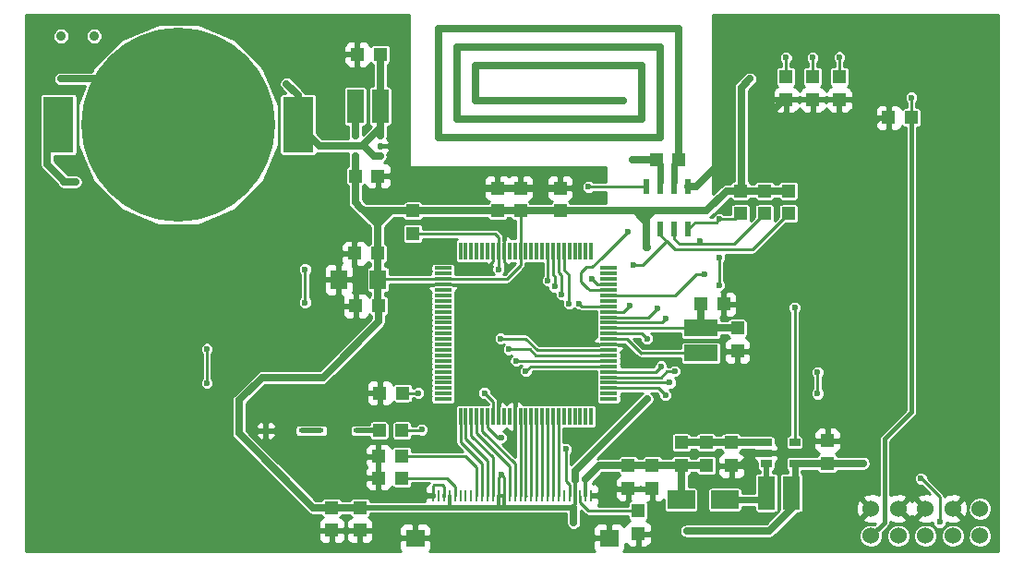
<source format=gbl>
G04 #@! TF.FileFunction,Copper,L2,Bot,Signal*
%FSLAX46Y46*%
G04 Gerber Fmt 4.6, Leading zero omitted, Abs format (unit mm)*
G04 Created by KiCad (PCBNEW 4.0.2+dfsg1-stable) date Sat 12 May 2018 06:52:34 PM EDT*
%MOMM*%
G01*
G04 APERTURE LIST*
%ADD10C,0.100000*%
%ADD11C,0.600000*%
%ADD12R,2.790000X5.080000*%
%ADD13C,17.780000*%
%ADD14R,1.200000X1.200000*%
%ADD15R,1.500000X1.800000*%
%ADD16R,0.590000X0.450000*%
%ADD17R,1.520000X3.050000*%
%ADD18R,3.050000X1.520000*%
%ADD19C,1.524000*%
%ADD20R,0.250000X1.100000*%
%ADD21R,1.700000X1.500000*%
%ADD22C,0.900000*%
%ADD23R,1.600000X0.300000*%
%ADD24R,0.300000X1.600000*%
%ADD25R,1.000000X0.700000*%
%ADD26R,0.500000X0.400000*%
%ADD27R,0.600000X1.400000*%
%ADD28R,2.500000X1.700000*%
%ADD29C,0.700000*%
%ADD30C,0.250000*%
%ADD31C,0.500000*%
%ADD32C,0.300000*%
%ADD33C,0.600000*%
%ADD34C,0.400000*%
%ADD35C,0.254000*%
G04 APERTURE END LIST*
D10*
D11*
X138550000Y-95650000D03*
X178350000Y-110150000D03*
X170450000Y-111150000D03*
X182500000Y-88500000D03*
X178500000Y-104500000D03*
X145000000Y-106500000D03*
X105000000Y-116500000D03*
X112000000Y-120500000D03*
X130500000Y-75500000D03*
X130000000Y-78000000D03*
X177500000Y-83500000D03*
X172500000Y-86500000D03*
X168000000Y-78000000D03*
X169500000Y-75000000D03*
X186500000Y-77500000D03*
X186500000Y-86000000D03*
X190000000Y-85000000D03*
X189500000Y-89500000D03*
X186500000Y-92000000D03*
X187500000Y-99500000D03*
X178500000Y-91500000D03*
X180500000Y-98000000D03*
X176000000Y-98000000D03*
X171500000Y-105500000D03*
X170500000Y-108500000D03*
X166000000Y-108500000D03*
X186000000Y-104500000D03*
X190000000Y-105000000D03*
X187000000Y-109000000D03*
X189500000Y-112000000D03*
X185000000Y-112500000D03*
X149500000Y-121500000D03*
X144000000Y-121500000D03*
X116000000Y-107000000D03*
X132500000Y-108000000D03*
X150000000Y-108000000D03*
X149000000Y-100000000D03*
X144500000Y-100000000D03*
X141500000Y-89000000D03*
X129500000Y-89000000D03*
X126000000Y-91000000D03*
X108000000Y-91000000D03*
X106500000Y-97000000D03*
X115000000Y-97500000D03*
X120500000Y-98500000D03*
X130500000Y-115500000D03*
X116500000Y-118000000D03*
X126000000Y-120500000D03*
X121500000Y-115000000D03*
X110500000Y-108500000D03*
D12*
X128370000Y-83500000D03*
X106400000Y-83500000D03*
D13*
X117385000Y-83500000D03*
D14*
X133800000Y-77050000D03*
X135900000Y-77050000D03*
X133550000Y-95300000D03*
X135650000Y-95300000D03*
X133650000Y-100100000D03*
X135750000Y-100100000D03*
X168650000Y-104250000D03*
X168650000Y-102150000D03*
X167400000Y-99950000D03*
X165300000Y-99950000D03*
X135700000Y-88200000D03*
X133600000Y-88200000D03*
X148750000Y-89300000D03*
X148750000Y-91400000D03*
X146650000Y-89300000D03*
X146650000Y-91400000D03*
X182500000Y-82850000D03*
X184600000Y-82850000D03*
X152400000Y-89300000D03*
X152400000Y-91400000D03*
X176900000Y-112450000D03*
X176900000Y-114550000D03*
X165800000Y-112650000D03*
X165800000Y-114750000D03*
X158650000Y-116850000D03*
X158650000Y-114750000D03*
X160850000Y-116850000D03*
X160850000Y-114750000D03*
X159550000Y-121000000D03*
X159550000Y-118900000D03*
X135750000Y-115900000D03*
X137850000Y-115900000D03*
X131450000Y-120700000D03*
X131450000Y-118600000D03*
X134050000Y-120700000D03*
X134050000Y-118600000D03*
D15*
X135700000Y-97700000D03*
X132100000Y-97700000D03*
D16*
X128695000Y-111550000D03*
X125405000Y-111550000D03*
X133745000Y-111550000D03*
X130455000Y-111550000D03*
D17*
X135895000Y-81800000D03*
X133605000Y-81800000D03*
X173595000Y-117250000D03*
X171305000Y-117250000D03*
D18*
X165300000Y-102155000D03*
X165300000Y-104445000D03*
D19*
X190900000Y-118700000D03*
X188400000Y-118700000D03*
X185900000Y-118700000D03*
X183400000Y-118700000D03*
X180900000Y-118700000D03*
X180900000Y-121200000D03*
X183400000Y-121200000D03*
X185900000Y-121200000D03*
X188400000Y-121200000D03*
X190900000Y-121200000D03*
D20*
X141250000Y-117500000D03*
X141750000Y-117500000D03*
X142250000Y-117500000D03*
X142750000Y-117500000D03*
X143250000Y-117500000D03*
X143750000Y-117500000D03*
X144250000Y-117500000D03*
X144750000Y-117500000D03*
X145250000Y-117500000D03*
X145750000Y-117500000D03*
X146250000Y-117500000D03*
X146750000Y-117500000D03*
X147250000Y-117500000D03*
X147750000Y-117500000D03*
X148250000Y-117500000D03*
X148750000Y-117500000D03*
X149250000Y-117500000D03*
X149750000Y-117500000D03*
X150250000Y-117500000D03*
X150750000Y-117500000D03*
X151250000Y-117500000D03*
X151750000Y-117500000D03*
X152250000Y-117500000D03*
X152750000Y-117500000D03*
X153250000Y-117500000D03*
X153750000Y-117500000D03*
X154250000Y-117500000D03*
X154750000Y-117500000D03*
X140750000Y-117500000D03*
X155250000Y-117500000D03*
D21*
X139100000Y-121400000D03*
X156900000Y-121400000D03*
D14*
X173100000Y-79100000D03*
X173100000Y-81200000D03*
X137950000Y-108100000D03*
X135850000Y-108100000D03*
X138900000Y-91400000D03*
X138900000Y-93500000D03*
X173350000Y-91650000D03*
X173350000Y-89550000D03*
X171150000Y-91650000D03*
X171150000Y-89550000D03*
X168950000Y-91650000D03*
X168950000Y-89550000D03*
X163500000Y-112650000D03*
X163500000Y-114750000D03*
X168100000Y-114750000D03*
X168100000Y-112650000D03*
X175550000Y-79100000D03*
X175550000Y-81200000D03*
X178000000Y-79100000D03*
X178000000Y-81200000D03*
X135800000Y-111550000D03*
X137900000Y-111550000D03*
X135750000Y-113900000D03*
X137850000Y-113900000D03*
D22*
X109650000Y-75350000D03*
X106650000Y-75350000D03*
D23*
X156850000Y-96650000D03*
X156850000Y-97150000D03*
X156850000Y-97650000D03*
X156850000Y-98150000D03*
X156850000Y-98650000D03*
X156850000Y-99150000D03*
X156850000Y-99650000D03*
X156850000Y-100150000D03*
X156850000Y-100650000D03*
X156850000Y-101150000D03*
X156850000Y-101650000D03*
X156850000Y-102150000D03*
X156850000Y-102650000D03*
X156850000Y-103150000D03*
X156850000Y-103650000D03*
X156850000Y-104150000D03*
X156850000Y-104650000D03*
X156850000Y-105150000D03*
X156850000Y-105650000D03*
X156850000Y-106150000D03*
X156850000Y-106650000D03*
X156850000Y-107150000D03*
X156850000Y-107650000D03*
X156850000Y-108150000D03*
X156850000Y-108650000D03*
D24*
X155250000Y-110250000D03*
X154750000Y-110250000D03*
X154250000Y-110250000D03*
X153750000Y-110250000D03*
X153250000Y-110250000D03*
X152750000Y-110250000D03*
X152250000Y-110250000D03*
X151750000Y-110250000D03*
X151250000Y-110250000D03*
X150750000Y-110250000D03*
X150250000Y-110250000D03*
X149750000Y-110250000D03*
X149250000Y-110250000D03*
X148750000Y-110250000D03*
X148250000Y-110250000D03*
X147750000Y-110250000D03*
X147250000Y-110250000D03*
X146750000Y-110250000D03*
X146250000Y-110250000D03*
X145750000Y-110250000D03*
X145250000Y-110250000D03*
X144750000Y-110250000D03*
X144250000Y-110250000D03*
X143750000Y-110250000D03*
X143250000Y-110250000D03*
D23*
X141650000Y-108650000D03*
X141650000Y-108150000D03*
X141650000Y-107650000D03*
X141650000Y-107150000D03*
X141650000Y-106650000D03*
X141650000Y-106150000D03*
X141650000Y-105650000D03*
X141650000Y-105150000D03*
X141650000Y-104650000D03*
X141650000Y-104150000D03*
X141650000Y-103650000D03*
X141650000Y-103150000D03*
X141650000Y-102650000D03*
X141650000Y-102150000D03*
X141650000Y-101650000D03*
X141650000Y-101150000D03*
X141650000Y-100650000D03*
X141650000Y-100150000D03*
X141650000Y-99650000D03*
X141650000Y-99150000D03*
X141650000Y-98650000D03*
X141650000Y-98150000D03*
X141650000Y-97650000D03*
X141650000Y-97150000D03*
X141650000Y-96650000D03*
D24*
X143250000Y-95050000D03*
X143750000Y-95050000D03*
X144250000Y-95050000D03*
X144750000Y-95050000D03*
X145250000Y-95050000D03*
X145750000Y-95050000D03*
X146250000Y-95050000D03*
X146750000Y-95050000D03*
X147250000Y-95050000D03*
X147750000Y-95050000D03*
X148250000Y-95050000D03*
X148750000Y-95050000D03*
X149250000Y-95050000D03*
X149750000Y-95050000D03*
X150250000Y-95050000D03*
X150750000Y-95050000D03*
X151250000Y-95050000D03*
X151750000Y-95050000D03*
X152250000Y-95050000D03*
X152750000Y-95050000D03*
X153250000Y-95050000D03*
X153750000Y-95050000D03*
X154250000Y-95050000D03*
X154750000Y-95050000D03*
X155250000Y-95050000D03*
D25*
X171300000Y-112650000D03*
X171300000Y-113600000D03*
X171300000Y-114550000D03*
X173900000Y-112650000D03*
X173900000Y-114550000D03*
D26*
X133600000Y-84500000D03*
X133600000Y-86400000D03*
X135900000Y-86400000D03*
X135900000Y-85450000D03*
X135900000Y-84500000D03*
D14*
X161200000Y-86700000D03*
X163300000Y-86700000D03*
D27*
X160345000Y-93100000D03*
X160345000Y-89200000D03*
X161615000Y-93100000D03*
X161615000Y-89200000D03*
X162885000Y-93100000D03*
X162885000Y-89200000D03*
X164155000Y-93100000D03*
X164155000Y-89200000D03*
D28*
X167500000Y-117900000D03*
X163500000Y-117900000D03*
D11*
X106500000Y-105500000D03*
X113500000Y-114000000D03*
X106000000Y-110500000D03*
X138000000Y-100000000D03*
X137500000Y-103000000D03*
X107950000Y-88750000D03*
X127300000Y-79750000D03*
X106600000Y-79300000D03*
X153850000Y-115150000D03*
X160350000Y-94750000D03*
X160350000Y-103100000D03*
X153650000Y-120000000D03*
X164000000Y-120750000D03*
X180200000Y-114550000D03*
X160350000Y-108650000D03*
X169800000Y-79300000D03*
X147000000Y-115600000D03*
X147000000Y-112200000D03*
X184600000Y-81000000D03*
X146750000Y-96750000D03*
X173100000Y-77350000D03*
X175550000Y-77350000D03*
X155300000Y-97600000D03*
X178000000Y-77300000D03*
X158600000Y-93300000D03*
X151250000Y-97790000D03*
X151890000Y-98350000D03*
X153220000Y-99880000D03*
X185470000Y-115940000D03*
X187190000Y-119930000D03*
X152530000Y-99050000D03*
X152900000Y-113250000D03*
X139700000Y-111450000D03*
X139400000Y-108100000D03*
X145450000Y-108100000D03*
X159100000Y-96400000D03*
X158750000Y-100050000D03*
X162100000Y-101300000D03*
X165200000Y-94150000D03*
X167000000Y-92150000D03*
X161350000Y-100300000D03*
X120000000Y-107200000D03*
X120000000Y-104050000D03*
X149250000Y-106100000D03*
X129000000Y-96750000D03*
X129000000Y-99800000D03*
X147700000Y-104100000D03*
X148350000Y-105150000D03*
X146950000Y-103100000D03*
X176000000Y-106200000D03*
X176000000Y-108150000D03*
X162050000Y-108300000D03*
X162450000Y-107150000D03*
X167000000Y-98200000D03*
X167000000Y-95700000D03*
X162900000Y-106100000D03*
X161650000Y-105650000D03*
X155000000Y-89200000D03*
X154150000Y-99900000D03*
X173900000Y-100250000D03*
X165650000Y-97200000D03*
X159200000Y-86700000D03*
X158200000Y-81250000D03*
X147650000Y-98500000D03*
X147650000Y-96500000D03*
X145450000Y-96800000D03*
X144750000Y-98500000D03*
X170550000Y-83550000D03*
X167100000Y-87000000D03*
X144950000Y-89550000D03*
X146650000Y-92800000D03*
X188550000Y-75550000D03*
X184600000Y-75550000D03*
X180500000Y-84050000D03*
D29*
X106400000Y-83500000D02*
X105350000Y-84550000D01*
X105350000Y-84550000D02*
X105350000Y-87100000D01*
X128370000Y-83500000D02*
X128370000Y-80820000D01*
X105350000Y-87100000D02*
X105350000Y-86700000D01*
X106900000Y-88650000D02*
X105350000Y-87100000D01*
X106900000Y-88750000D02*
X106900000Y-88650000D01*
X107950000Y-88750000D02*
X106900000Y-88750000D01*
X128370000Y-80820000D02*
X127300000Y-79750000D01*
X135900000Y-86400000D02*
X135350000Y-86400000D01*
X135350000Y-86400000D02*
X134300000Y-85350000D01*
X128370000Y-83500000D02*
X130320000Y-85450000D01*
X134200000Y-85450000D02*
X134300000Y-85350000D01*
X134300000Y-85350000D02*
X135900000Y-83750000D01*
X130320000Y-85450000D02*
X134200000Y-85450000D01*
X135900000Y-84500000D02*
X135900000Y-83750000D01*
X135900000Y-83750000D02*
X135900000Y-81805000D01*
X135900000Y-81805000D02*
X135895000Y-81800000D01*
X135900000Y-77050000D02*
X135900000Y-81795000D01*
X135900000Y-81795000D02*
X135895000Y-81800000D01*
X106600000Y-79300000D02*
X113185000Y-79300000D01*
X113185000Y-79300000D02*
X117385000Y-83500000D01*
D30*
X117385000Y-83500000D02*
X112885000Y-79000000D01*
D29*
X135650000Y-92650000D02*
X135650000Y-92100000D01*
X135650000Y-92100000D02*
X134950000Y-91400000D01*
X135650000Y-92650000D02*
X135650000Y-92000000D01*
X135650000Y-92000000D02*
X136250000Y-91400000D01*
X131450000Y-118600000D02*
X134050000Y-118600000D01*
X122950000Y-111800000D02*
X122950000Y-108800000D01*
X129750000Y-118600000D02*
X122950000Y-111800000D01*
X134050000Y-118600000D02*
X129750000Y-118600000D01*
X135750000Y-101550000D02*
X130650000Y-106650000D01*
X130650000Y-106650000D02*
X125100000Y-106650000D01*
X125100000Y-106650000D02*
X123000000Y-108750000D01*
X135750000Y-101550000D02*
X135750000Y-100100000D01*
X122950000Y-108800000D02*
X123000000Y-108750000D01*
X160345000Y-93100000D02*
X160345000Y-92005000D01*
X160345000Y-92005000D02*
X160950000Y-91400000D01*
X160345000Y-93100000D02*
X160345000Y-92445000D01*
X160345000Y-92445000D02*
X159300000Y-91400000D01*
X160345000Y-94745000D02*
X160345000Y-93100000D01*
X160350000Y-94750000D02*
X160345000Y-94745000D01*
D30*
X156850000Y-102650000D02*
X159900000Y-102650000D01*
X159900000Y-102650000D02*
X160350000Y-103100000D01*
D29*
X176900000Y-114550000D02*
X180200000Y-114550000D01*
X160345000Y-93100000D02*
X160345000Y-93105000D01*
X148750000Y-91400000D02*
X152400000Y-91400000D01*
X138900000Y-91400000D02*
X136250000Y-91400000D01*
X136250000Y-91400000D02*
X134950000Y-91400000D01*
X134950000Y-91400000D02*
X134400000Y-91400000D01*
X134400000Y-91400000D02*
X134100000Y-91100000D01*
X133600000Y-88200000D02*
X133600000Y-90600000D01*
X133600000Y-90600000D02*
X134100000Y-91100000D01*
X160345000Y-93100000D02*
X160345000Y-92745000D01*
X173595000Y-117250000D02*
X173595000Y-118705000D01*
X173595000Y-118705000D02*
X171550000Y-120750000D01*
X153650000Y-118750000D02*
X153650000Y-118600000D01*
X153650000Y-120000000D02*
X153650000Y-118750000D01*
X171550000Y-120750000D02*
X164000000Y-120750000D01*
D31*
X136300000Y-118600000D02*
X153650000Y-118600000D01*
X153650000Y-118600000D02*
X153450000Y-118600000D01*
X134050000Y-118600000D02*
X136300000Y-118600000D01*
D29*
X180200000Y-114550000D02*
X173900000Y-114550000D01*
D32*
X142250000Y-117500000D02*
X142250000Y-118350000D01*
X142250000Y-118350000D02*
X142000000Y-118600000D01*
X136300000Y-118600000D02*
X142000000Y-118600000D01*
X142000000Y-118600000D02*
X142500000Y-118600000D01*
X153750000Y-117500000D02*
X153750000Y-116050000D01*
D29*
X153750000Y-115250000D02*
X153750000Y-116050000D01*
X153850000Y-115150000D02*
X153750000Y-115250000D01*
X160350000Y-108650000D02*
X153850000Y-115150000D01*
X169000000Y-89550000D02*
X169000000Y-80100000D01*
X169000000Y-80100000D02*
X169800000Y-79300000D01*
X171150000Y-89550000D02*
X173400000Y-89550000D01*
X169000000Y-89550000D02*
X171150000Y-89550000D01*
X154700000Y-91400000D02*
X159300000Y-91400000D01*
X159300000Y-91400000D02*
X159000000Y-91400000D01*
X159000000Y-91400000D02*
X160950000Y-91400000D01*
X160950000Y-91400000D02*
X165850000Y-91400000D01*
X165850000Y-91400000D02*
X167700000Y-89550000D01*
X167700000Y-89550000D02*
X169000000Y-89550000D01*
X148750000Y-91400000D02*
X154700000Y-91400000D01*
D30*
X148750000Y-95050000D02*
X148750000Y-91400000D01*
X148750000Y-95050000D02*
X148750000Y-96400000D01*
X147500000Y-97650000D02*
X148750000Y-96400000D01*
X147500000Y-97650000D02*
X141650000Y-97650000D01*
X141650000Y-97650000D02*
X135750000Y-97650000D01*
X135750000Y-97650000D02*
X135700000Y-97700000D01*
D29*
X136900000Y-91400000D02*
X134400000Y-91400000D01*
X146650000Y-91400000D02*
X136900000Y-91400000D01*
X136900000Y-91400000D02*
X135650000Y-92650000D01*
X148750000Y-91400000D02*
X146650000Y-91400000D01*
X135700000Y-97700000D02*
X135700000Y-100050000D01*
X135700000Y-100050000D02*
X135750000Y-100100000D01*
X135650000Y-95300000D02*
X135650000Y-97650000D01*
X135650000Y-97650000D02*
X135700000Y-97700000D01*
X133600000Y-90600000D02*
X134100000Y-91100000D01*
X134100000Y-91100000D02*
X134400000Y-91400000D01*
X134400000Y-91400000D02*
X135650000Y-92650000D01*
X135650000Y-92650000D02*
X135650000Y-95300000D01*
X133600000Y-88200000D02*
X133600000Y-86400000D01*
D30*
X146750000Y-117500000D02*
X146750000Y-115850000D01*
X146750000Y-115850000D02*
X147000000Y-115600000D01*
X147250000Y-117500000D02*
X147250000Y-115850000D01*
X147250000Y-115850000D02*
X147000000Y-115600000D01*
X145750000Y-111250000D02*
X145750000Y-110250000D01*
X147000000Y-112200000D02*
X146700000Y-112200000D01*
X146700000Y-112200000D02*
X145750000Y-111250000D01*
D32*
X146750000Y-117500000D02*
X146750000Y-118450000D01*
X146750000Y-118450000D02*
X146600000Y-118600000D01*
X142250000Y-118350000D02*
X142500000Y-118600000D01*
X142500000Y-118600000D02*
X146600000Y-118600000D01*
X146600000Y-118600000D02*
X147450000Y-118600000D01*
X146750000Y-117500000D02*
X147250000Y-117500000D01*
X147250000Y-117500000D02*
X147250000Y-118400000D01*
X153750000Y-118300000D02*
X153450000Y-118600000D01*
X153750000Y-118300000D02*
X153750000Y-117500000D01*
X153450000Y-118600000D02*
X147450000Y-118600000D01*
X147450000Y-118600000D02*
X147250000Y-118400000D01*
D33*
X173900000Y-114550000D02*
X173900000Y-116945000D01*
X173900000Y-116945000D02*
X173595000Y-117250000D01*
D29*
X165300000Y-102155000D02*
X165300000Y-99950000D01*
X165300000Y-102155000D02*
X165305000Y-102150000D01*
X165305000Y-102150000D02*
X168650000Y-102150000D01*
D30*
X156850000Y-102150000D02*
X165295000Y-102150000D01*
X165295000Y-102150000D02*
X165300000Y-102155000D01*
X146750000Y-95050000D02*
X146750000Y-93800000D01*
X146450000Y-93500000D02*
X146750000Y-93800000D01*
X146450000Y-93500000D02*
X138900000Y-93500000D01*
D34*
X184600000Y-82850000D02*
X184600000Y-109850000D01*
X182150000Y-119950000D02*
X182150000Y-112300000D01*
X182150000Y-119950000D02*
X180900000Y-121200000D01*
X184600000Y-109850000D02*
X182150000Y-112300000D01*
D30*
X184600000Y-82850000D02*
X184600000Y-81000000D01*
X146750000Y-96750000D02*
X146750000Y-95050000D01*
D29*
X165800000Y-112650000D02*
X168100000Y-112650000D01*
X163500000Y-112650000D02*
X168100000Y-112650000D01*
X168050000Y-112600000D02*
X168100000Y-112650000D01*
X171300000Y-112650000D02*
X168100000Y-112650000D01*
X163500000Y-114750000D02*
X160850000Y-114750000D01*
X158650000Y-114750000D02*
X160850000Y-114750000D01*
X163500000Y-114750000D02*
X159550000Y-114750000D01*
X163500000Y-114750000D02*
X165800000Y-114750000D01*
D32*
X154750000Y-117500000D02*
X154750000Y-116000000D01*
D29*
X156000000Y-114750000D02*
X154750000Y-116000000D01*
X156000000Y-114750000D02*
X163500000Y-114750000D01*
X163500000Y-114750000D02*
X163500000Y-117900000D01*
D30*
X159550000Y-118900000D02*
X155000000Y-118900000D01*
X154250000Y-118150000D02*
X155000000Y-118900000D01*
X154250000Y-118150000D02*
X154250000Y-117500000D01*
X137850000Y-115900000D02*
X142000000Y-115900000D01*
X142750000Y-116650000D02*
X142750000Y-117500000D01*
X142000000Y-115900000D02*
X142750000Y-116650000D01*
D29*
X133600000Y-84500000D02*
X133600000Y-81805000D01*
X133600000Y-81805000D02*
X133605000Y-81800000D01*
D30*
X165300000Y-104445000D02*
X159795000Y-104445000D01*
X156850000Y-103150000D02*
X158500000Y-103150000D01*
X158500000Y-103150000D02*
X159795000Y-104445000D01*
X159795000Y-104445000D02*
X159800000Y-104450000D01*
X173100000Y-77350000D02*
X173100000Y-79100000D01*
X175550000Y-77350000D02*
X175550000Y-79100000D01*
X155850000Y-98150000D02*
X156850000Y-98150000D01*
X155850000Y-98150000D02*
X155300000Y-97600000D01*
X178000000Y-77300000D02*
X178000000Y-79100000D01*
X156200000Y-95700000D02*
X158600000Y-93300000D01*
X155350000Y-96550000D02*
X156200000Y-95700000D01*
X154300000Y-97050000D02*
X154800000Y-96550000D01*
X154300000Y-97850000D02*
X154300000Y-97050000D01*
X155100000Y-98650000D02*
X156850000Y-98650000D01*
X155100000Y-98650000D02*
X154900000Y-98450000D01*
X154900000Y-98450000D02*
X154300000Y-97850000D01*
X154800000Y-96550000D02*
X155250000Y-96550000D01*
X155250000Y-96550000D02*
X155350000Y-96550000D01*
X151250000Y-97790000D02*
X151250000Y-95050000D01*
X151750000Y-95050000D02*
X151750000Y-97250000D01*
X151890000Y-97390000D02*
X151890000Y-98350000D01*
X151750000Y-97250000D02*
X151890000Y-97390000D01*
X152750000Y-96820000D02*
X152750000Y-95050000D01*
X153220000Y-97290000D02*
X152750000Y-96820000D01*
X153220000Y-99880000D02*
X153220000Y-97290000D01*
X185510000Y-115940000D02*
X185470000Y-115940000D01*
X187190000Y-117620000D02*
X185510000Y-115940000D01*
X187190000Y-119930000D02*
X187190000Y-117620000D01*
X152250000Y-95050000D02*
X152250000Y-97050000D01*
X152530000Y-97330000D02*
X152530000Y-99050000D01*
X152250000Y-97050000D02*
X152530000Y-97330000D01*
X137850000Y-113900000D02*
X143750000Y-113900000D01*
X144750000Y-114900000D02*
X143750000Y-113900000D01*
X144750000Y-114900000D02*
X144750000Y-117500000D01*
X143250000Y-110250000D02*
X143250000Y-112600000D01*
X145250000Y-114600000D02*
X145250000Y-117500000D01*
X143250000Y-112600000D02*
X145250000Y-114600000D01*
X145750000Y-117500000D02*
X145750000Y-114300000D01*
X143750000Y-112300000D02*
X143750000Y-110250000D01*
X145750000Y-114300000D02*
X143750000Y-112300000D01*
X143750006Y-110250006D02*
X143750000Y-110250000D01*
X144250000Y-110250000D02*
X144250000Y-112000000D01*
X146250000Y-114000000D02*
X146250000Y-117500000D01*
X144250000Y-112000000D02*
X146250000Y-114000000D01*
X144250004Y-110250004D02*
X144250000Y-110250000D01*
X147750000Y-117500000D02*
X147750000Y-114800000D01*
X144750000Y-111800000D02*
X144750000Y-110250000D01*
X147750000Y-114800000D02*
X144750000Y-111800000D01*
X144750002Y-110250002D02*
X144750000Y-110250000D01*
X145250000Y-110250000D02*
X145250000Y-111600000D01*
X148250000Y-114600000D02*
X148250000Y-117500000D01*
X145250000Y-111600000D02*
X148250000Y-114600000D01*
X148750000Y-117500000D02*
X148750000Y-110250000D01*
X149250000Y-110250000D02*
X149250000Y-117500000D01*
X149250000Y-117500000D02*
X149299998Y-117500000D01*
X149750000Y-117500000D02*
X149750000Y-110250000D01*
X150250000Y-110250000D02*
X150250000Y-117500000D01*
X150750000Y-117500000D02*
X150750000Y-110250000D01*
X151250000Y-110250000D02*
X151250000Y-117500000D01*
X151750000Y-117500000D02*
X151750000Y-110250000D01*
X152250000Y-110250000D02*
X152250000Y-117500000D01*
X137900000Y-111550000D02*
X139600000Y-111550000D01*
X153250000Y-116550000D02*
X153250000Y-117500000D01*
X153250000Y-116550000D02*
X152900000Y-116200000D01*
X152900000Y-116200000D02*
X152900000Y-113250000D01*
X139600000Y-111550000D02*
X139700000Y-111450000D01*
X146250000Y-110250000D02*
X146250000Y-108900000D01*
X139400000Y-108100000D02*
X137950000Y-108100000D01*
X146250000Y-108900000D02*
X145450000Y-108100000D01*
X156850000Y-100650000D02*
X158150000Y-100650000D01*
X160000000Y-96400000D02*
X162200000Y-94200000D01*
X159100000Y-96400000D02*
X160000000Y-96400000D01*
X158150000Y-100650000D02*
X158750000Y-100050000D01*
X161615000Y-93100000D02*
X161615000Y-93615000D01*
X161615000Y-93615000D02*
X162200000Y-94200000D01*
X162200000Y-94200000D02*
X162950000Y-94950000D01*
X173350000Y-91650000D02*
X170050000Y-94950000D01*
X170050000Y-94950000D02*
X162950000Y-94950000D01*
X161750000Y-101650000D02*
X162100000Y-101300000D01*
X156850000Y-101650000D02*
X161750000Y-101650000D01*
X165200000Y-94150000D02*
X165200000Y-94450000D01*
X163350000Y-94450000D02*
X165200000Y-94450000D01*
X165200000Y-94450000D02*
X168350000Y-94450000D01*
X162885000Y-93985000D02*
X163350000Y-94450000D01*
X162885000Y-93100000D02*
X162885000Y-93985000D01*
X168350000Y-94450000D02*
X171150000Y-91650000D01*
X160500000Y-101150000D02*
X161350000Y-100300000D01*
X160500000Y-101150000D02*
X156850000Y-101150000D01*
X167000000Y-92150000D02*
X166700000Y-92450000D01*
X168450000Y-92150000D02*
X167000000Y-92150000D01*
X164805000Y-92450000D02*
X166250000Y-92450000D01*
X164805000Y-92450000D02*
X164155000Y-93100000D01*
X166700000Y-92450000D02*
X166250000Y-92450000D01*
X168950000Y-91650000D02*
X168450000Y-92150000D01*
X120000000Y-104050000D02*
X120000000Y-107200000D01*
X156850000Y-105650000D02*
X149700000Y-105650000D01*
X149700000Y-105650000D02*
X149250000Y-106100000D01*
X129000000Y-99800000D02*
X129000000Y-96750000D01*
X156850000Y-104650000D02*
X150150000Y-104650000D01*
X149600000Y-104100000D02*
X147700000Y-104100000D01*
X150150000Y-104650000D02*
X149600000Y-104100000D01*
X156850000Y-105150000D02*
X148350000Y-105150000D01*
X149250000Y-103100000D02*
X146950000Y-103100000D01*
X150300000Y-104150000D02*
X149250000Y-103100000D01*
X150300000Y-104150000D02*
X156850000Y-104150000D01*
X176000000Y-108150000D02*
X176000000Y-106200000D01*
X156850000Y-107650000D02*
X161400000Y-107650000D01*
X161400000Y-107650000D02*
X162050000Y-108300000D01*
X156850000Y-107150000D02*
X162450000Y-107150000D01*
X167000000Y-95700000D02*
X167000000Y-98200000D01*
X156850000Y-106650000D02*
X161650000Y-106650000D01*
X162900000Y-106100000D02*
X162200000Y-106100000D01*
X162200000Y-106100000D02*
X161650000Y-106650000D01*
X161150000Y-106150000D02*
X161650000Y-105650000D01*
X161150000Y-106150000D02*
X156850000Y-106150000D01*
X156850000Y-100150000D02*
X154400000Y-100150000D01*
X155000000Y-89200000D02*
X160345000Y-89200000D01*
X154400000Y-100150000D02*
X154150000Y-99900000D01*
X156850000Y-99150000D02*
X162950000Y-99150000D01*
X173900000Y-100250000D02*
X173900000Y-112650000D01*
X164900000Y-97200000D02*
X165650000Y-97200000D01*
X162950000Y-99150000D02*
X164900000Y-97200000D01*
D29*
X161200000Y-86700000D02*
X159950000Y-86700000D01*
X159000000Y-86700000D02*
X159200000Y-86700000D01*
X159950000Y-86700000D02*
X159000000Y-86700000D01*
X163300000Y-84750000D02*
X163300000Y-86700000D01*
X163300000Y-74750000D02*
X163250000Y-74700000D01*
X163300000Y-84750000D02*
X163300000Y-74750000D01*
X141250000Y-74700000D02*
X163250000Y-74700000D01*
X144650000Y-81250000D02*
X158200000Y-81250000D01*
X144650000Y-78100000D02*
X144650000Y-81250000D01*
X159900000Y-78100000D02*
X144650000Y-78100000D01*
X159900000Y-83000000D02*
X159900000Y-78100000D01*
X142950000Y-83000000D02*
X159900000Y-83000000D01*
X142950000Y-76400000D02*
X142950000Y-83000000D01*
X161600000Y-76400000D02*
X142950000Y-76400000D01*
X161600000Y-84700000D02*
X161600000Y-76400000D01*
X141250000Y-84700000D02*
X161600000Y-84700000D01*
X141250000Y-74700000D02*
X141250000Y-84700000D01*
X158150000Y-81300000D02*
X158200000Y-81250000D01*
X158200000Y-81250000D02*
X158150000Y-81300000D01*
X163300000Y-86700000D02*
X163250000Y-86650000D01*
D33*
X161615000Y-88750000D02*
X161615000Y-87115000D01*
X161615000Y-87115000D02*
X161200000Y-86700000D01*
X162885000Y-88750000D02*
X162885000Y-87115000D01*
X162885000Y-87115000D02*
X163300000Y-86700000D01*
D30*
X147250000Y-95050000D02*
X147250000Y-96100000D01*
X147650000Y-98500000D02*
X144750000Y-98500000D01*
X147250000Y-96100000D02*
X147650000Y-96500000D01*
X146250000Y-95050000D02*
X146250000Y-96000000D01*
X146250000Y-96000000D02*
X145450000Y-96800000D01*
X143450000Y-98150000D02*
X141650000Y-98150000D01*
X144750000Y-98500000D02*
X143800000Y-98500000D01*
X143800000Y-98500000D02*
X143450000Y-98150000D01*
X141750000Y-117500000D02*
X141750000Y-116650000D01*
X140750000Y-116600000D02*
X140750000Y-117500000D01*
X140850000Y-116500000D02*
X140750000Y-116600000D01*
X141600000Y-116500000D02*
X140850000Y-116500000D01*
X141750000Y-116650000D02*
X141600000Y-116500000D01*
D29*
X164155000Y-89200000D02*
X164900000Y-89200000D01*
X170550000Y-83550000D02*
X172900000Y-81200000D01*
X164900000Y-89200000D02*
X167100000Y-87000000D01*
X172900000Y-81200000D02*
X173100000Y-81200000D01*
X146650000Y-89300000D02*
X145200000Y-89300000D01*
X145200000Y-89300000D02*
X144950000Y-89550000D01*
X148750000Y-89300000D02*
X146650000Y-89300000D01*
X152400000Y-89300000D02*
X148750000Y-89300000D01*
D30*
X144950000Y-89550000D02*
X145200000Y-89300000D01*
X147250000Y-95050000D02*
X147250000Y-93400000D01*
X147250000Y-93400000D02*
X146650000Y-92800000D01*
D34*
X181700000Y-82850000D02*
X182500000Y-82850000D01*
X180500000Y-84050000D02*
X181700000Y-82850000D01*
D29*
X171300000Y-113600000D02*
X170200000Y-113600000D01*
X169050000Y-114750000D02*
X168100000Y-114750000D01*
X170200000Y-113600000D02*
X169050000Y-114750000D01*
D31*
X133745000Y-111550000D02*
X135800000Y-111550000D01*
D33*
X167500000Y-117900000D02*
X170655000Y-117900000D01*
X170655000Y-117900000D02*
X171305000Y-117250000D01*
D31*
X171300000Y-114550000D02*
X171300000Y-117245000D01*
X171300000Y-117245000D02*
X171305000Y-117250000D01*
X130455000Y-111550000D02*
X128695000Y-111550000D01*
D35*
G36*
X192598000Y-122598000D02*
X158200026Y-122598000D01*
X158288327Y-122509699D01*
X158385000Y-122276310D01*
X158385000Y-121895304D01*
X158411673Y-121959698D01*
X158590301Y-122138327D01*
X158823690Y-122235000D01*
X159264250Y-122235000D01*
X159423000Y-122076250D01*
X159423000Y-121127000D01*
X159677000Y-121127000D01*
X159677000Y-122076250D01*
X159835750Y-122235000D01*
X160276310Y-122235000D01*
X160509699Y-122138327D01*
X160688327Y-121959698D01*
X160785000Y-121726309D01*
X160785000Y-121285750D01*
X160626250Y-121127000D01*
X159677000Y-121127000D01*
X159423000Y-121127000D01*
X159403000Y-121127000D01*
X159403000Y-120873000D01*
X159423000Y-120873000D01*
X159423000Y-120853000D01*
X159677000Y-120853000D01*
X159677000Y-120873000D01*
X160626250Y-120873000D01*
X160749250Y-120750000D01*
X163323000Y-120750000D01*
X163374534Y-121009077D01*
X163521289Y-121228711D01*
X163740923Y-121375466D01*
X164000000Y-121427000D01*
X171550000Y-121427000D01*
X171606984Y-121415665D01*
X179810811Y-121415665D01*
X179976252Y-121816063D01*
X180282326Y-122122671D01*
X180682434Y-122288811D01*
X181115665Y-122289189D01*
X181516063Y-122123748D01*
X181822671Y-121817674D01*
X181988811Y-121417566D01*
X181988812Y-121415665D01*
X182310811Y-121415665D01*
X182476252Y-121816063D01*
X182782326Y-122122671D01*
X183182434Y-122288811D01*
X183615665Y-122289189D01*
X184016063Y-122123748D01*
X184322671Y-121817674D01*
X184488811Y-121417566D01*
X184488812Y-121415665D01*
X184810811Y-121415665D01*
X184976252Y-121816063D01*
X185282326Y-122122671D01*
X185682434Y-122288811D01*
X186115665Y-122289189D01*
X186516063Y-122123748D01*
X186822671Y-121817674D01*
X186988811Y-121417566D01*
X186988812Y-121415665D01*
X187310811Y-121415665D01*
X187476252Y-121816063D01*
X187782326Y-122122671D01*
X188182434Y-122288811D01*
X188615665Y-122289189D01*
X189016063Y-122123748D01*
X189322671Y-121817674D01*
X189488811Y-121417566D01*
X189488812Y-121415665D01*
X189810811Y-121415665D01*
X189976252Y-121816063D01*
X190282326Y-122122671D01*
X190682434Y-122288811D01*
X191115665Y-122289189D01*
X191516063Y-122123748D01*
X191822671Y-121817674D01*
X191988811Y-121417566D01*
X191989189Y-120984335D01*
X191823748Y-120583937D01*
X191517674Y-120277329D01*
X191117566Y-120111189D01*
X190684335Y-120110811D01*
X190283937Y-120276252D01*
X189977329Y-120582326D01*
X189811189Y-120982434D01*
X189810811Y-121415665D01*
X189488812Y-121415665D01*
X189489189Y-120984335D01*
X189323748Y-120583937D01*
X189017674Y-120277329D01*
X188617566Y-120111189D01*
X188184335Y-120110811D01*
X187783937Y-120276252D01*
X187477329Y-120582326D01*
X187311189Y-120982434D01*
X187310811Y-121415665D01*
X186988812Y-121415665D01*
X186989189Y-120984335D01*
X186823748Y-120583937D01*
X186517674Y-120277329D01*
X186117566Y-120111189D01*
X185684335Y-120110811D01*
X185283937Y-120276252D01*
X184977329Y-120582326D01*
X184811189Y-120982434D01*
X184810811Y-121415665D01*
X184488812Y-121415665D01*
X184489189Y-120984335D01*
X184323748Y-120583937D01*
X184017674Y-120277329D01*
X183617566Y-120111189D01*
X183184335Y-120110811D01*
X182783937Y-120276252D01*
X182477329Y-120582326D01*
X182311189Y-120982434D01*
X182310811Y-121415665D01*
X181988812Y-121415665D01*
X181989189Y-120984335D01*
X181951696Y-120893594D01*
X182522645Y-120322645D01*
X182636885Y-120151675D01*
X182677000Y-119950000D01*
X182677000Y-119925302D01*
X183192302Y-120109144D01*
X183747368Y-120081362D01*
X184131143Y-119922397D01*
X184200608Y-119680213D01*
X183400000Y-118879605D01*
X183385858Y-118893748D01*
X183206253Y-118714143D01*
X183220395Y-118700000D01*
X183579605Y-118700000D01*
X184380213Y-119500608D01*
X184622397Y-119431143D01*
X184647943Y-119359538D01*
X184677603Y-119431143D01*
X184919787Y-119500608D01*
X185720395Y-118700000D01*
X184919787Y-117899392D01*
X184677603Y-117968857D01*
X184652057Y-118040462D01*
X184622397Y-117968857D01*
X184380213Y-117899392D01*
X183579605Y-118700000D01*
X183220395Y-118700000D01*
X183206253Y-118685858D01*
X183385858Y-118506253D01*
X183400000Y-118520395D01*
X184200608Y-117719787D01*
X184131143Y-117477603D01*
X183607698Y-117290856D01*
X183052632Y-117318638D01*
X182677000Y-117474230D01*
X182677000Y-116064171D01*
X184842891Y-116064171D01*
X184938145Y-116294703D01*
X185114369Y-116471235D01*
X185344735Y-116566891D01*
X185497801Y-116567025D01*
X186284825Y-117354049D01*
X186107698Y-117290856D01*
X185552632Y-117318638D01*
X185168857Y-117477603D01*
X185099392Y-117719787D01*
X185900000Y-118520395D01*
X185914143Y-118506253D01*
X186093748Y-118685858D01*
X186079605Y-118700000D01*
X186093748Y-118714143D01*
X185914143Y-118893748D01*
X185900000Y-118879605D01*
X185099392Y-119680213D01*
X185168857Y-119922397D01*
X185692302Y-120109144D01*
X186247368Y-120081362D01*
X186562981Y-119950630D01*
X186562891Y-120054171D01*
X186658145Y-120284703D01*
X186834369Y-120461235D01*
X187064735Y-120556891D01*
X187314171Y-120557109D01*
X187544703Y-120461855D01*
X187721235Y-120285631D01*
X187816891Y-120055265D01*
X187816961Y-119975235D01*
X188192302Y-120109144D01*
X188747368Y-120081362D01*
X189131143Y-119922397D01*
X189200608Y-119680213D01*
X188400000Y-118879605D01*
X188385858Y-118893748D01*
X188206253Y-118714143D01*
X188220395Y-118700000D01*
X188579605Y-118700000D01*
X189380213Y-119500608D01*
X189622397Y-119431143D01*
X189806301Y-118915665D01*
X189810811Y-118915665D01*
X189976252Y-119316063D01*
X190282326Y-119622671D01*
X190682434Y-119788811D01*
X191115665Y-119789189D01*
X191516063Y-119623748D01*
X191822671Y-119317674D01*
X191988811Y-118917566D01*
X191989189Y-118484335D01*
X191823748Y-118083937D01*
X191517674Y-117777329D01*
X191117566Y-117611189D01*
X190684335Y-117610811D01*
X190283937Y-117776252D01*
X189977329Y-118082326D01*
X189811189Y-118482434D01*
X189810811Y-118915665D01*
X189806301Y-118915665D01*
X189809144Y-118907698D01*
X189781362Y-118352632D01*
X189622397Y-117968857D01*
X189380213Y-117899392D01*
X188579605Y-118700000D01*
X188220395Y-118700000D01*
X188206253Y-118685858D01*
X188385858Y-118506253D01*
X188400000Y-118520395D01*
X189200608Y-117719787D01*
X189131143Y-117477603D01*
X188607698Y-117290856D01*
X188052632Y-117318638D01*
X187668857Y-117477603D01*
X187636273Y-117591206D01*
X187607594Y-117447027D01*
X187509612Y-117300388D01*
X186097046Y-115887822D01*
X186097109Y-115815829D01*
X186001855Y-115585297D01*
X185825631Y-115408765D01*
X185595265Y-115313109D01*
X185345829Y-115312891D01*
X185115297Y-115408145D01*
X184938765Y-115584369D01*
X184843109Y-115814735D01*
X184842891Y-116064171D01*
X182677000Y-116064171D01*
X182677000Y-112518290D01*
X184972645Y-110222645D01*
X185086885Y-110051675D01*
X185093540Y-110018215D01*
X185127000Y-109850000D01*
X185127000Y-83783406D01*
X185200000Y-83783406D01*
X185321179Y-83760605D01*
X185432474Y-83688988D01*
X185507138Y-83579714D01*
X185533406Y-83450000D01*
X185533406Y-82250000D01*
X185510605Y-82128821D01*
X185438988Y-82017526D01*
X185329714Y-81942862D01*
X185200000Y-81916594D01*
X185052000Y-81916594D01*
X185052000Y-81434728D01*
X185131235Y-81355631D01*
X185226891Y-81125265D01*
X185227109Y-80875829D01*
X185131855Y-80645297D01*
X184955631Y-80468765D01*
X184725265Y-80373109D01*
X184475829Y-80372891D01*
X184245297Y-80468145D01*
X184068765Y-80644369D01*
X183973109Y-80874735D01*
X183972891Y-81124171D01*
X184068145Y-81354703D01*
X184148000Y-81434698D01*
X184148000Y-81916594D01*
X184000000Y-81916594D01*
X183878821Y-81939395D01*
X183767526Y-82011012D01*
X183718218Y-82083176D01*
X183638327Y-81890301D01*
X183459698Y-81711673D01*
X183226309Y-81615000D01*
X182785750Y-81615000D01*
X182627000Y-81773750D01*
X182627000Y-82723000D01*
X182647000Y-82723000D01*
X182647000Y-82977000D01*
X182627000Y-82977000D01*
X182627000Y-83926250D01*
X182785750Y-84085000D01*
X183226309Y-84085000D01*
X183459698Y-83988327D01*
X183638327Y-83809699D01*
X183718433Y-83616305D01*
X183761012Y-83682474D01*
X183870286Y-83757138D01*
X184000000Y-83783406D01*
X184073000Y-83783406D01*
X184073000Y-109631710D01*
X181777355Y-111927355D01*
X181663115Y-112098325D01*
X181650002Y-112164250D01*
X181623000Y-112300000D01*
X181623000Y-117474698D01*
X181107698Y-117290856D01*
X180552632Y-117318638D01*
X180168857Y-117477603D01*
X180099392Y-117719787D01*
X180900000Y-118520395D01*
X180914143Y-118506253D01*
X181093748Y-118685858D01*
X181079605Y-118700000D01*
X181093748Y-118714143D01*
X180914143Y-118893748D01*
X180900000Y-118879605D01*
X180099392Y-119680213D01*
X180168857Y-119922397D01*
X180692302Y-120109144D01*
X181247368Y-120081362D01*
X181291719Y-120062991D01*
X181206565Y-120148145D01*
X181117566Y-120111189D01*
X180684335Y-120110811D01*
X180283937Y-120276252D01*
X179977329Y-120582326D01*
X179811189Y-120982434D01*
X179810811Y-121415665D01*
X171606984Y-121415665D01*
X171809077Y-121375466D01*
X172028711Y-121228711D01*
X174073711Y-119183711D01*
X174124028Y-119108406D01*
X174355000Y-119108406D01*
X174476179Y-119085605D01*
X174587474Y-119013988D01*
X174662138Y-118904714D01*
X174688406Y-118775000D01*
X174688406Y-118492302D01*
X179490856Y-118492302D01*
X179518638Y-119047368D01*
X179677603Y-119431143D01*
X179919787Y-119500608D01*
X180720395Y-118700000D01*
X179919787Y-117899392D01*
X179677603Y-117968857D01*
X179490856Y-118492302D01*
X174688406Y-118492302D01*
X174688406Y-115725000D01*
X174665605Y-115603821D01*
X174593988Y-115492526D01*
X174527000Y-115446755D01*
X174527000Y-115227000D01*
X175981082Y-115227000D01*
X175989395Y-115271179D01*
X176061012Y-115382474D01*
X176170286Y-115457138D01*
X176300000Y-115483406D01*
X177500000Y-115483406D01*
X177621179Y-115460605D01*
X177732474Y-115388988D01*
X177807138Y-115279714D01*
X177817813Y-115227000D01*
X180200000Y-115227000D01*
X180459077Y-115175466D01*
X180678711Y-115028711D01*
X180825466Y-114809077D01*
X180877000Y-114550000D01*
X180825466Y-114290923D01*
X180678711Y-114071289D01*
X180459077Y-113924534D01*
X180200000Y-113873000D01*
X177818918Y-113873000D01*
X177810605Y-113828821D01*
X177738988Y-113717526D01*
X177666824Y-113668218D01*
X177859699Y-113588327D01*
X178038327Y-113409698D01*
X178135000Y-113176309D01*
X178135000Y-112735750D01*
X177976250Y-112577000D01*
X177027000Y-112577000D01*
X177027000Y-112597000D01*
X176773000Y-112597000D01*
X176773000Y-112577000D01*
X175823750Y-112577000D01*
X175665000Y-112735750D01*
X175665000Y-113176309D01*
X175761673Y-113409698D01*
X175940301Y-113588327D01*
X176133695Y-113668433D01*
X176067526Y-113711012D01*
X175992862Y-113820286D01*
X175982187Y-113873000D01*
X174431633Y-113873000D01*
X174400000Y-113866594D01*
X173400000Y-113866594D01*
X173278821Y-113889395D01*
X173167526Y-113961012D01*
X173092862Y-114070286D01*
X173066594Y-114200000D01*
X173066594Y-114900000D01*
X173089395Y-115021179D01*
X173161012Y-115132474D01*
X173270286Y-115207138D01*
X173273000Y-115207688D01*
X173273000Y-115391594D01*
X172835000Y-115391594D01*
X172713821Y-115414395D01*
X172602526Y-115486012D01*
X172527862Y-115595286D01*
X172501594Y-115725000D01*
X172501594Y-118775000D01*
X172512043Y-118830535D01*
X171269578Y-120073000D01*
X164000000Y-120073000D01*
X163740923Y-120124534D01*
X163521289Y-120271289D01*
X163374534Y-120490923D01*
X163323000Y-120750000D01*
X160749250Y-120750000D01*
X160785000Y-120714250D01*
X160785000Y-120273691D01*
X160688327Y-120040302D01*
X160509699Y-119861673D01*
X160316305Y-119781567D01*
X160382474Y-119738988D01*
X160457138Y-119629714D01*
X160483406Y-119500000D01*
X160483406Y-118300000D01*
X160460605Y-118178821D01*
X160400232Y-118085000D01*
X160564250Y-118085000D01*
X160723000Y-117926250D01*
X160723000Y-116977000D01*
X159773750Y-116977000D01*
X159750000Y-117000750D01*
X159726250Y-116977000D01*
X158777000Y-116977000D01*
X158777000Y-117926250D01*
X158838352Y-117987602D01*
X158828821Y-117989395D01*
X158717526Y-118061012D01*
X158642862Y-118170286D01*
X158616594Y-118300000D01*
X158616594Y-118448000D01*
X155875026Y-118448000D01*
X155913327Y-118409699D01*
X156010000Y-118176310D01*
X156010000Y-117785750D01*
X155851250Y-117627000D01*
X155312500Y-117627000D01*
X155312500Y-117647000D01*
X155208406Y-117647000D01*
X155208406Y-117593480D01*
X155227000Y-117500000D01*
X155227000Y-117353000D01*
X155312500Y-117353000D01*
X155312500Y-117373000D01*
X155851250Y-117373000D01*
X156010000Y-117214250D01*
X156010000Y-117135750D01*
X157415000Y-117135750D01*
X157415000Y-117576309D01*
X157511673Y-117809698D01*
X157690301Y-117988327D01*
X157923690Y-118085000D01*
X158364250Y-118085000D01*
X158523000Y-117926250D01*
X158523000Y-116977000D01*
X157573750Y-116977000D01*
X157415000Y-117135750D01*
X156010000Y-117135750D01*
X156010000Y-116823690D01*
X155913327Y-116590301D01*
X155734698Y-116411673D01*
X155501309Y-116315000D01*
X155471250Y-116315000D01*
X155377002Y-116409248D01*
X155377002Y-116330420D01*
X156280422Y-115427000D01*
X157731082Y-115427000D01*
X157739395Y-115471179D01*
X157811012Y-115582474D01*
X157883176Y-115631782D01*
X157690301Y-115711673D01*
X157511673Y-115890302D01*
X157415000Y-116123691D01*
X157415000Y-116564250D01*
X157573750Y-116723000D01*
X158523000Y-116723000D01*
X158523000Y-116703000D01*
X158777000Y-116703000D01*
X158777000Y-116723000D01*
X159726250Y-116723000D01*
X159750000Y-116699250D01*
X159773750Y-116723000D01*
X160723000Y-116723000D01*
X160723000Y-116703000D01*
X160977000Y-116703000D01*
X160977000Y-116723000D01*
X160997000Y-116723000D01*
X160997000Y-116977000D01*
X160977000Y-116977000D01*
X160977000Y-117926250D01*
X161135750Y-118085000D01*
X161576310Y-118085000D01*
X161809699Y-117988327D01*
X161916594Y-117881431D01*
X161916594Y-118750000D01*
X161939395Y-118871179D01*
X162011012Y-118982474D01*
X162120286Y-119057138D01*
X162250000Y-119083406D01*
X164750000Y-119083406D01*
X164871179Y-119060605D01*
X164982474Y-118988988D01*
X165057138Y-118879714D01*
X165083406Y-118750000D01*
X165083406Y-117050000D01*
X165916594Y-117050000D01*
X165916594Y-118750000D01*
X165939395Y-118871179D01*
X166011012Y-118982474D01*
X166120286Y-119057138D01*
X166250000Y-119083406D01*
X168750000Y-119083406D01*
X168871179Y-119060605D01*
X168982474Y-118988988D01*
X169057138Y-118879714D01*
X169083406Y-118750000D01*
X169083406Y-118527000D01*
X170211594Y-118527000D01*
X170211594Y-118775000D01*
X170234395Y-118896179D01*
X170306012Y-119007474D01*
X170415286Y-119082138D01*
X170545000Y-119108406D01*
X172065000Y-119108406D01*
X172186179Y-119085605D01*
X172297474Y-119013988D01*
X172372138Y-118904714D01*
X172398406Y-118775000D01*
X172398406Y-115725000D01*
X172375605Y-115603821D01*
X172303988Y-115492526D01*
X172194714Y-115417862D01*
X172065000Y-115391594D01*
X171877000Y-115391594D01*
X171877000Y-115218918D01*
X171921179Y-115210605D01*
X172032474Y-115138988D01*
X172107138Y-115029714D01*
X172133406Y-114900000D01*
X172133406Y-114499218D01*
X172159699Y-114488327D01*
X172338327Y-114309698D01*
X172435000Y-114076309D01*
X172435000Y-113885750D01*
X172276250Y-113727000D01*
X171427000Y-113727000D01*
X171427000Y-113747000D01*
X171173000Y-113747000D01*
X171173000Y-113727000D01*
X170323750Y-113727000D01*
X170165000Y-113885750D01*
X170165000Y-114076309D01*
X170261673Y-114309698D01*
X170440301Y-114488327D01*
X170466594Y-114499218D01*
X170466594Y-114900000D01*
X170489395Y-115021179D01*
X170561012Y-115132474D01*
X170670286Y-115207138D01*
X170723000Y-115217813D01*
X170723000Y-115391594D01*
X170545000Y-115391594D01*
X170423821Y-115414395D01*
X170312526Y-115486012D01*
X170237862Y-115595286D01*
X170211594Y-115725000D01*
X170211594Y-117273000D01*
X169083406Y-117273000D01*
X169083406Y-117050000D01*
X169060605Y-116928821D01*
X168988988Y-116817526D01*
X168879714Y-116742862D01*
X168750000Y-116716594D01*
X166250000Y-116716594D01*
X166128821Y-116739395D01*
X166017526Y-116811012D01*
X165942862Y-116920286D01*
X165916594Y-117050000D01*
X165083406Y-117050000D01*
X165060605Y-116928821D01*
X164988988Y-116817526D01*
X164879714Y-116742862D01*
X164750000Y-116716594D01*
X164177000Y-116716594D01*
X164177000Y-115668918D01*
X164221179Y-115660605D01*
X164332474Y-115588988D01*
X164407138Y-115479714D01*
X164417813Y-115427000D01*
X164881082Y-115427000D01*
X164889395Y-115471179D01*
X164961012Y-115582474D01*
X165070286Y-115657138D01*
X165200000Y-115683406D01*
X166400000Y-115683406D01*
X166521179Y-115660605D01*
X166632474Y-115588988D01*
X166707138Y-115479714D01*
X166733406Y-115350000D01*
X166733406Y-115035750D01*
X166865000Y-115035750D01*
X166865000Y-115476309D01*
X166961673Y-115709698D01*
X167140301Y-115888327D01*
X167373690Y-115985000D01*
X167814250Y-115985000D01*
X167973000Y-115826250D01*
X167973000Y-114877000D01*
X168227000Y-114877000D01*
X168227000Y-115826250D01*
X168385750Y-115985000D01*
X168826310Y-115985000D01*
X169059699Y-115888327D01*
X169238327Y-115709698D01*
X169335000Y-115476309D01*
X169335000Y-115035750D01*
X169176250Y-114877000D01*
X168227000Y-114877000D01*
X167973000Y-114877000D01*
X167023750Y-114877000D01*
X166865000Y-115035750D01*
X166733406Y-115035750D01*
X166733406Y-114150000D01*
X166710605Y-114028821D01*
X166638988Y-113917526D01*
X166529714Y-113842862D01*
X166400000Y-113816594D01*
X165200000Y-113816594D01*
X165078821Y-113839395D01*
X164967526Y-113911012D01*
X164892862Y-114020286D01*
X164882187Y-114073000D01*
X164418918Y-114073000D01*
X164410605Y-114028821D01*
X164338988Y-113917526D01*
X164229714Y-113842862D01*
X164100000Y-113816594D01*
X162900000Y-113816594D01*
X162778821Y-113839395D01*
X162667526Y-113911012D01*
X162592862Y-114020286D01*
X162582187Y-114073000D01*
X161768918Y-114073000D01*
X161760605Y-114028821D01*
X161688988Y-113917526D01*
X161579714Y-113842862D01*
X161450000Y-113816594D01*
X160250000Y-113816594D01*
X160128821Y-113839395D01*
X160017526Y-113911012D01*
X159942862Y-114020286D01*
X159932187Y-114073000D01*
X159568918Y-114073000D01*
X159560605Y-114028821D01*
X159488988Y-113917526D01*
X159379714Y-113842862D01*
X159250000Y-113816594D01*
X158050000Y-113816594D01*
X157928821Y-113839395D01*
X157817526Y-113911012D01*
X157742862Y-114020286D01*
X157732187Y-114073000D01*
X156000000Y-114073000D01*
X155855723Y-114101699D01*
X157907422Y-112050000D01*
X162566594Y-112050000D01*
X162566594Y-113250000D01*
X162589395Y-113371179D01*
X162661012Y-113482474D01*
X162770286Y-113557138D01*
X162900000Y-113583406D01*
X164100000Y-113583406D01*
X164221179Y-113560605D01*
X164332474Y-113488988D01*
X164407138Y-113379714D01*
X164417813Y-113327000D01*
X164881082Y-113327000D01*
X164889395Y-113371179D01*
X164961012Y-113482474D01*
X165070286Y-113557138D01*
X165200000Y-113583406D01*
X166400000Y-113583406D01*
X166521179Y-113560605D01*
X166632474Y-113488988D01*
X166707138Y-113379714D01*
X166717813Y-113327000D01*
X167181082Y-113327000D01*
X167189395Y-113371179D01*
X167261012Y-113482474D01*
X167333176Y-113531782D01*
X167140301Y-113611673D01*
X166961673Y-113790302D01*
X166865000Y-114023691D01*
X166865000Y-114464250D01*
X167023750Y-114623000D01*
X167973000Y-114623000D01*
X167973000Y-114603000D01*
X168227000Y-114603000D01*
X168227000Y-114623000D01*
X169176250Y-114623000D01*
X169335000Y-114464250D01*
X169335000Y-114023691D01*
X169238327Y-113790302D01*
X169059699Y-113611673D01*
X168866305Y-113531567D01*
X168932474Y-113488988D01*
X169007138Y-113379714D01*
X169017813Y-113327000D01*
X170177750Y-113327000D01*
X170323750Y-113473000D01*
X171173000Y-113473000D01*
X171173000Y-113453000D01*
X171427000Y-113453000D01*
X171427000Y-113473000D01*
X172276250Y-113473000D01*
X172435000Y-113314250D01*
X172435000Y-113123691D01*
X172338327Y-112890302D01*
X172159699Y-112711673D01*
X172133406Y-112700782D01*
X172133406Y-112300000D01*
X173066594Y-112300000D01*
X173066594Y-113000000D01*
X173089395Y-113121179D01*
X173161012Y-113232474D01*
X173270286Y-113307138D01*
X173400000Y-113333406D01*
X174400000Y-113333406D01*
X174521179Y-113310605D01*
X174632474Y-113238988D01*
X174707138Y-113129714D01*
X174733406Y-113000000D01*
X174733406Y-112300000D01*
X174710605Y-112178821D01*
X174638988Y-112067526D01*
X174529714Y-111992862D01*
X174400000Y-111966594D01*
X174352000Y-111966594D01*
X174352000Y-111723691D01*
X175665000Y-111723691D01*
X175665000Y-112164250D01*
X175823750Y-112323000D01*
X176773000Y-112323000D01*
X176773000Y-111373750D01*
X177027000Y-111373750D01*
X177027000Y-112323000D01*
X177976250Y-112323000D01*
X178135000Y-112164250D01*
X178135000Y-111723691D01*
X178038327Y-111490302D01*
X177859699Y-111311673D01*
X177626310Y-111215000D01*
X177185750Y-111215000D01*
X177027000Y-111373750D01*
X176773000Y-111373750D01*
X176614250Y-111215000D01*
X176173690Y-111215000D01*
X175940301Y-111311673D01*
X175761673Y-111490302D01*
X175665000Y-111723691D01*
X174352000Y-111723691D01*
X174352000Y-106324171D01*
X175372891Y-106324171D01*
X175468145Y-106554703D01*
X175548000Y-106634698D01*
X175548000Y-107715272D01*
X175468765Y-107794369D01*
X175373109Y-108024735D01*
X175372891Y-108274171D01*
X175468145Y-108504703D01*
X175644369Y-108681235D01*
X175874735Y-108776891D01*
X176124171Y-108777109D01*
X176354703Y-108681855D01*
X176531235Y-108505631D01*
X176626891Y-108275265D01*
X176627109Y-108025829D01*
X176531855Y-107795297D01*
X176452000Y-107715302D01*
X176452000Y-106634728D01*
X176531235Y-106555631D01*
X176626891Y-106325265D01*
X176627109Y-106075829D01*
X176531855Y-105845297D01*
X176355631Y-105668765D01*
X176125265Y-105573109D01*
X175875829Y-105572891D01*
X175645297Y-105668145D01*
X175468765Y-105844369D01*
X175373109Y-106074735D01*
X175372891Y-106324171D01*
X174352000Y-106324171D01*
X174352000Y-100684728D01*
X174431235Y-100605631D01*
X174526891Y-100375265D01*
X174527109Y-100125829D01*
X174431855Y-99895297D01*
X174255631Y-99718765D01*
X174025265Y-99623109D01*
X173775829Y-99622891D01*
X173545297Y-99718145D01*
X173368765Y-99894369D01*
X173273109Y-100124735D01*
X173272891Y-100374171D01*
X173368145Y-100604703D01*
X173448000Y-100684698D01*
X173448000Y-111966594D01*
X173400000Y-111966594D01*
X173278821Y-111989395D01*
X173167526Y-112061012D01*
X173092862Y-112170286D01*
X173066594Y-112300000D01*
X172133406Y-112300000D01*
X172110605Y-112178821D01*
X172038988Y-112067526D01*
X171929714Y-111992862D01*
X171800000Y-111966594D01*
X170800000Y-111966594D01*
X170765954Y-111973000D01*
X169018918Y-111973000D01*
X169010605Y-111928821D01*
X168938988Y-111817526D01*
X168829714Y-111742862D01*
X168700000Y-111716594D01*
X167500000Y-111716594D01*
X167378821Y-111739395D01*
X167267526Y-111811012D01*
X167192862Y-111920286D01*
X167182187Y-111973000D01*
X166718918Y-111973000D01*
X166710605Y-111928821D01*
X166638988Y-111817526D01*
X166529714Y-111742862D01*
X166400000Y-111716594D01*
X165200000Y-111716594D01*
X165078821Y-111739395D01*
X164967526Y-111811012D01*
X164892862Y-111920286D01*
X164882187Y-111973000D01*
X164418918Y-111973000D01*
X164410605Y-111928821D01*
X164338988Y-111817526D01*
X164229714Y-111742862D01*
X164100000Y-111716594D01*
X162900000Y-111716594D01*
X162778821Y-111739395D01*
X162667526Y-111811012D01*
X162592862Y-111920286D01*
X162566594Y-112050000D01*
X157907422Y-112050000D01*
X160828711Y-109128711D01*
X160975466Y-108909076D01*
X161026999Y-108650000D01*
X160975466Y-108390924D01*
X160828711Y-108171289D01*
X160725012Y-108102000D01*
X161212776Y-108102000D01*
X161422989Y-108312213D01*
X161422891Y-108424171D01*
X161518145Y-108654703D01*
X161694369Y-108831235D01*
X161924735Y-108926891D01*
X162174171Y-108927109D01*
X162404703Y-108831855D01*
X162581235Y-108655631D01*
X162676891Y-108425265D01*
X162677109Y-108175829D01*
X162581855Y-107945297D01*
X162413821Y-107776969D01*
X162574171Y-107777109D01*
X162804703Y-107681855D01*
X162981235Y-107505631D01*
X163076891Y-107275265D01*
X163077109Y-107025829D01*
X162981855Y-106795297D01*
X162913690Y-106727012D01*
X163024171Y-106727109D01*
X163254703Y-106631855D01*
X163431235Y-106455631D01*
X163526891Y-106225265D01*
X163527109Y-105975829D01*
X163431855Y-105745297D01*
X163255631Y-105568765D01*
X163025265Y-105473109D01*
X162775829Y-105472891D01*
X162545297Y-105568145D01*
X162465302Y-105648000D01*
X162277002Y-105648000D01*
X162277109Y-105525829D01*
X162181855Y-105295297D01*
X162005631Y-105118765D01*
X161775265Y-105023109D01*
X161525829Y-105022891D01*
X161295297Y-105118145D01*
X161118765Y-105294369D01*
X161023109Y-105524735D01*
X161023010Y-105637766D01*
X160962776Y-105698000D01*
X157983406Y-105698000D01*
X157983406Y-105500000D01*
X157963899Y-105396327D01*
X157983406Y-105300000D01*
X157983406Y-105000000D01*
X157963899Y-104896327D01*
X157983406Y-104800000D01*
X157983406Y-104500000D01*
X157963899Y-104396327D01*
X157972526Y-104353724D01*
X158009699Y-104338327D01*
X158188327Y-104159698D01*
X158285000Y-103926309D01*
X158285000Y-103883750D01*
X158126250Y-103725000D01*
X157826749Y-103725000D01*
X157779714Y-103692862D01*
X157650000Y-103666594D01*
X156050000Y-103666594D01*
X155928821Y-103689395D01*
X155915449Y-103698000D01*
X150487224Y-103698000D01*
X149569612Y-102780388D01*
X149422973Y-102682406D01*
X149250000Y-102648000D01*
X147384728Y-102648000D01*
X147305631Y-102568765D01*
X147075265Y-102473109D01*
X146825829Y-102472891D01*
X146595297Y-102568145D01*
X146418765Y-102744369D01*
X146323109Y-102974735D01*
X146322891Y-103224171D01*
X146418145Y-103454703D01*
X146594369Y-103631235D01*
X146824735Y-103726891D01*
X147074171Y-103727109D01*
X147265072Y-103648230D01*
X147168765Y-103744369D01*
X147073109Y-103974735D01*
X147072891Y-104224171D01*
X147168145Y-104454703D01*
X147344369Y-104631235D01*
X147574735Y-104726891D01*
X147824171Y-104727109D01*
X147929909Y-104683419D01*
X147818765Y-104794369D01*
X147723109Y-105024735D01*
X147722891Y-105274171D01*
X147818145Y-105504703D01*
X147994369Y-105681235D01*
X148224735Y-105776891D01*
X148474171Y-105777109D01*
X148704703Y-105681855D01*
X148784698Y-105602000D01*
X148861383Y-105602000D01*
X148718765Y-105744369D01*
X148623109Y-105974735D01*
X148622891Y-106224171D01*
X148718145Y-106454703D01*
X148894369Y-106631235D01*
X149124735Y-106726891D01*
X149374171Y-106727109D01*
X149604703Y-106631855D01*
X149781235Y-106455631D01*
X149876891Y-106225265D01*
X149876990Y-106112234D01*
X149887224Y-106102000D01*
X155716594Y-106102000D01*
X155716594Y-106300000D01*
X155736101Y-106403673D01*
X155716594Y-106500000D01*
X155716594Y-106800000D01*
X155736101Y-106903673D01*
X155716594Y-107000000D01*
X155716594Y-107300000D01*
X155736101Y-107403673D01*
X155716594Y-107500000D01*
X155716594Y-107800000D01*
X155736101Y-107903673D01*
X155716594Y-108000000D01*
X155716594Y-108300000D01*
X155736101Y-108403673D01*
X155716594Y-108500000D01*
X155716594Y-108800000D01*
X155739395Y-108921179D01*
X155811012Y-109032474D01*
X155920286Y-109107138D01*
X156050000Y-109133406D01*
X157650000Y-109133406D01*
X157771179Y-109110605D01*
X157882474Y-109038988D01*
X157957138Y-108929714D01*
X157983406Y-108800000D01*
X157983406Y-108500000D01*
X157963899Y-108396327D01*
X157983406Y-108300000D01*
X157983406Y-108102000D01*
X159974988Y-108102000D01*
X159871289Y-108171289D01*
X153371291Y-114671287D01*
X153371288Y-114671289D01*
X153352000Y-114690577D01*
X153352000Y-113684728D01*
X153431235Y-113605631D01*
X153526891Y-113375265D01*
X153527109Y-113125829D01*
X153431855Y-112895297D01*
X153255631Y-112718765D01*
X153025265Y-112623109D01*
X152775829Y-112622891D01*
X152702000Y-112653397D01*
X152702000Y-111383406D01*
X152900000Y-111383406D01*
X153003673Y-111363899D01*
X153100000Y-111383406D01*
X153400000Y-111383406D01*
X153503673Y-111363899D01*
X153600000Y-111383406D01*
X153900000Y-111383406D01*
X154003673Y-111363899D01*
X154100000Y-111383406D01*
X154400000Y-111383406D01*
X154503673Y-111363899D01*
X154600000Y-111383406D01*
X154900000Y-111383406D01*
X155003673Y-111363899D01*
X155100000Y-111383406D01*
X155400000Y-111383406D01*
X155521179Y-111360605D01*
X155632474Y-111288988D01*
X155707138Y-111179714D01*
X155733406Y-111050000D01*
X155733406Y-109450000D01*
X155710605Y-109328821D01*
X155638988Y-109217526D01*
X155529714Y-109142862D01*
X155400000Y-109116594D01*
X155100000Y-109116594D01*
X154996327Y-109136101D01*
X154900000Y-109116594D01*
X154600000Y-109116594D01*
X154496327Y-109136101D01*
X154400000Y-109116594D01*
X154100000Y-109116594D01*
X153996327Y-109136101D01*
X153900000Y-109116594D01*
X153600000Y-109116594D01*
X153496327Y-109136101D01*
X153400000Y-109116594D01*
X153100000Y-109116594D01*
X152996327Y-109136101D01*
X152900000Y-109116594D01*
X152600000Y-109116594D01*
X152496327Y-109136101D01*
X152400000Y-109116594D01*
X152100000Y-109116594D01*
X151996327Y-109136101D01*
X151900000Y-109116594D01*
X151600000Y-109116594D01*
X151496327Y-109136101D01*
X151400000Y-109116594D01*
X151100000Y-109116594D01*
X150996327Y-109136101D01*
X150900000Y-109116594D01*
X150600000Y-109116594D01*
X150496327Y-109136101D01*
X150400000Y-109116594D01*
X150100000Y-109116594D01*
X149996327Y-109136101D01*
X149900000Y-109116594D01*
X149600000Y-109116594D01*
X149496327Y-109136101D01*
X149400000Y-109116594D01*
X149100000Y-109116594D01*
X148996327Y-109136101D01*
X148953724Y-109127474D01*
X148938327Y-109090301D01*
X148759698Y-108911673D01*
X148526309Y-108815000D01*
X148483750Y-108815000D01*
X148325000Y-108973750D01*
X148325000Y-109273251D01*
X148292862Y-109320286D01*
X148266594Y-109450000D01*
X148266594Y-111050000D01*
X148289395Y-111171179D01*
X148298000Y-111184551D01*
X148298000Y-114008776D01*
X147116326Y-112827102D01*
X147124171Y-112827109D01*
X147354703Y-112731855D01*
X147531235Y-112555631D01*
X147626891Y-112325265D01*
X147627109Y-112075829D01*
X147531855Y-111845297D01*
X147355631Y-111668765D01*
X147210746Y-111608604D01*
X147259698Y-111588327D01*
X147438327Y-111409699D01*
X147453378Y-111373362D01*
X147503673Y-111363899D01*
X147546276Y-111372526D01*
X147561673Y-111409699D01*
X147740302Y-111588327D01*
X147973691Y-111685000D01*
X148016250Y-111685000D01*
X148175000Y-111526250D01*
X148175000Y-111226749D01*
X148207138Y-111179714D01*
X148233406Y-111050000D01*
X148233406Y-109450000D01*
X148210605Y-109328821D01*
X148175000Y-109273490D01*
X148175000Y-108973750D01*
X148016250Y-108815000D01*
X147973691Y-108815000D01*
X147740302Y-108911673D01*
X147561673Y-109090301D01*
X147546622Y-109126638D01*
X147496327Y-109136101D01*
X147453724Y-109127474D01*
X147438327Y-109090301D01*
X147259698Y-108911673D01*
X147026309Y-108815000D01*
X146983750Y-108815000D01*
X146825000Y-108973750D01*
X146825000Y-109273251D01*
X146792862Y-109320286D01*
X146766594Y-109450000D01*
X146766594Y-110397000D01*
X146733406Y-110397000D01*
X146733406Y-109450000D01*
X146710605Y-109328821D01*
X146702000Y-109315449D01*
X146702000Y-108900000D01*
X146667594Y-108727027D01*
X146569612Y-108580388D01*
X146077011Y-108087787D01*
X146077109Y-107975829D01*
X145981855Y-107745297D01*
X145805631Y-107568765D01*
X145575265Y-107473109D01*
X145325829Y-107472891D01*
X145095297Y-107568145D01*
X144918765Y-107744369D01*
X144823109Y-107974735D01*
X144822891Y-108224171D01*
X144918145Y-108454703D01*
X145094369Y-108631235D01*
X145324735Y-108726891D01*
X145437766Y-108726990D01*
X145798000Y-109087224D01*
X145798000Y-109116594D01*
X145600000Y-109116594D01*
X145496327Y-109136101D01*
X145400000Y-109116594D01*
X145100000Y-109116594D01*
X144996327Y-109136101D01*
X144900000Y-109116594D01*
X144600000Y-109116594D01*
X144496327Y-109136101D01*
X144400000Y-109116594D01*
X144100000Y-109116594D01*
X143996327Y-109136101D01*
X143900000Y-109116594D01*
X143600000Y-109116594D01*
X143496327Y-109136101D01*
X143400000Y-109116594D01*
X143100000Y-109116594D01*
X142978821Y-109139395D01*
X142867526Y-109211012D01*
X142792862Y-109320286D01*
X142766594Y-109450000D01*
X142766594Y-111050000D01*
X142789395Y-111171179D01*
X142798000Y-111184551D01*
X142798000Y-112600000D01*
X142832406Y-112772973D01*
X142930388Y-112919612D01*
X143458776Y-113448000D01*
X138783406Y-113448000D01*
X138783406Y-113300000D01*
X138760605Y-113178821D01*
X138688988Y-113067526D01*
X138579714Y-112992862D01*
X138450000Y-112966594D01*
X137250000Y-112966594D01*
X137128821Y-112989395D01*
X137017526Y-113061012D01*
X136968218Y-113133176D01*
X136888327Y-112940301D01*
X136709698Y-112761673D01*
X136476309Y-112665000D01*
X136035750Y-112665000D01*
X135877000Y-112823750D01*
X135877000Y-113773000D01*
X135897000Y-113773000D01*
X135897000Y-114027000D01*
X135877000Y-114027000D01*
X135877000Y-115773000D01*
X135897000Y-115773000D01*
X135897000Y-116027000D01*
X135877000Y-116027000D01*
X135877000Y-116976250D01*
X136035750Y-117135000D01*
X136476309Y-117135000D01*
X136709698Y-117038327D01*
X136888327Y-116859699D01*
X136968433Y-116666305D01*
X137011012Y-116732474D01*
X137120286Y-116807138D01*
X137250000Y-116833406D01*
X138450000Y-116833406D01*
X138571179Y-116810605D01*
X138682474Y-116738988D01*
X138757138Y-116629714D01*
X138783406Y-116500000D01*
X138783406Y-116352000D01*
X140409365Y-116352000D01*
X140265302Y-116411673D01*
X140086673Y-116590301D01*
X139990000Y-116823690D01*
X139990000Y-117214250D01*
X140148750Y-117373000D01*
X140687500Y-117373000D01*
X140687500Y-117353000D01*
X140791594Y-117353000D01*
X140791594Y-117647000D01*
X140687500Y-117647000D01*
X140687500Y-117627000D01*
X140148750Y-117627000D01*
X139990000Y-117785750D01*
X139990000Y-118023000D01*
X134983406Y-118023000D01*
X134983406Y-118000000D01*
X134960605Y-117878821D01*
X134888988Y-117767526D01*
X134779714Y-117692862D01*
X134650000Y-117666594D01*
X133450000Y-117666594D01*
X133328821Y-117689395D01*
X133217526Y-117761012D01*
X133142862Y-117870286D01*
X133132187Y-117923000D01*
X132368918Y-117923000D01*
X132360605Y-117878821D01*
X132288988Y-117767526D01*
X132179714Y-117692862D01*
X132050000Y-117666594D01*
X130850000Y-117666594D01*
X130728821Y-117689395D01*
X130617526Y-117761012D01*
X130542862Y-117870286D01*
X130532187Y-117923000D01*
X130030422Y-117923000D01*
X128293172Y-116185750D01*
X134515000Y-116185750D01*
X134515000Y-116626310D01*
X134611673Y-116859699D01*
X134790302Y-117038327D01*
X135023691Y-117135000D01*
X135464250Y-117135000D01*
X135623000Y-116976250D01*
X135623000Y-116027000D01*
X134673750Y-116027000D01*
X134515000Y-116185750D01*
X128293172Y-116185750D01*
X126293172Y-114185750D01*
X134515000Y-114185750D01*
X134515000Y-114626310D01*
X134611673Y-114859699D01*
X134651974Y-114900000D01*
X134611673Y-114940301D01*
X134515000Y-115173690D01*
X134515000Y-115614250D01*
X134673750Y-115773000D01*
X135623000Y-115773000D01*
X135623000Y-114027000D01*
X134673750Y-114027000D01*
X134515000Y-114185750D01*
X126293172Y-114185750D01*
X125281112Y-113173690D01*
X134515000Y-113173690D01*
X134515000Y-113614250D01*
X134673750Y-113773000D01*
X135623000Y-113773000D01*
X135623000Y-112823750D01*
X135464250Y-112665000D01*
X135023691Y-112665000D01*
X134790302Y-112761673D01*
X134611673Y-112940301D01*
X134515000Y-113173690D01*
X125281112Y-113173690D01*
X123928672Y-111821250D01*
X124475000Y-111821250D01*
X124475000Y-111901310D01*
X124571673Y-112134699D01*
X124750302Y-112313327D01*
X124983691Y-112410000D01*
X125119250Y-112410000D01*
X125278000Y-112251250D01*
X125278000Y-111662500D01*
X125532000Y-111662500D01*
X125532000Y-112251250D01*
X125690750Y-112410000D01*
X125826309Y-112410000D01*
X126059698Y-112313327D01*
X126238327Y-112134699D01*
X126335000Y-111901310D01*
X126335000Y-111821250D01*
X126176250Y-111662500D01*
X125532000Y-111662500D01*
X125278000Y-111662500D01*
X124633750Y-111662500D01*
X124475000Y-111821250D01*
X123928672Y-111821250D01*
X123627000Y-111519578D01*
X123627000Y-111198690D01*
X124475000Y-111198690D01*
X124475000Y-111278750D01*
X124633750Y-111437500D01*
X125278000Y-111437500D01*
X125278000Y-110848750D01*
X125532000Y-110848750D01*
X125532000Y-111437500D01*
X126176250Y-111437500D01*
X126288750Y-111325000D01*
X128066594Y-111325000D01*
X128066594Y-111775000D01*
X128089395Y-111896179D01*
X128161012Y-112007474D01*
X128270286Y-112082138D01*
X128400000Y-112108406D01*
X128601523Y-112108406D01*
X128695000Y-112127000D01*
X130455000Y-112127000D01*
X130548477Y-112108406D01*
X130750000Y-112108406D01*
X130871179Y-112085605D01*
X130982474Y-112013988D01*
X131057138Y-111904714D01*
X131083406Y-111775000D01*
X131083406Y-111325000D01*
X133116594Y-111325000D01*
X133116594Y-111775000D01*
X133139395Y-111896179D01*
X133211012Y-112007474D01*
X133320286Y-112082138D01*
X133450000Y-112108406D01*
X133651523Y-112108406D01*
X133745000Y-112127000D01*
X134866594Y-112127000D01*
X134866594Y-112150000D01*
X134889395Y-112271179D01*
X134961012Y-112382474D01*
X135070286Y-112457138D01*
X135200000Y-112483406D01*
X136400000Y-112483406D01*
X136521179Y-112460605D01*
X136632474Y-112388988D01*
X136707138Y-112279714D01*
X136733406Y-112150000D01*
X136733406Y-110950000D01*
X136966594Y-110950000D01*
X136966594Y-112150000D01*
X136989395Y-112271179D01*
X137061012Y-112382474D01*
X137170286Y-112457138D01*
X137300000Y-112483406D01*
X138500000Y-112483406D01*
X138621179Y-112460605D01*
X138732474Y-112388988D01*
X138807138Y-112279714D01*
X138833406Y-112150000D01*
X138833406Y-112002000D01*
X139394377Y-112002000D01*
X139574735Y-112076891D01*
X139824171Y-112077109D01*
X140054703Y-111981855D01*
X140231235Y-111805631D01*
X140326891Y-111575265D01*
X140327109Y-111325829D01*
X140231855Y-111095297D01*
X140055631Y-110918765D01*
X139825265Y-110823109D01*
X139575829Y-110822891D01*
X139345297Y-110918145D01*
X139168765Y-111094369D01*
X139167257Y-111098000D01*
X138833406Y-111098000D01*
X138833406Y-110950000D01*
X138810605Y-110828821D01*
X138738988Y-110717526D01*
X138629714Y-110642862D01*
X138500000Y-110616594D01*
X137300000Y-110616594D01*
X137178821Y-110639395D01*
X137067526Y-110711012D01*
X136992862Y-110820286D01*
X136966594Y-110950000D01*
X136733406Y-110950000D01*
X136710605Y-110828821D01*
X136638988Y-110717526D01*
X136529714Y-110642862D01*
X136400000Y-110616594D01*
X135200000Y-110616594D01*
X135078821Y-110639395D01*
X134967526Y-110711012D01*
X134892862Y-110820286D01*
X134866594Y-110950000D01*
X134866594Y-110973000D01*
X133745000Y-110973000D01*
X133651523Y-110991594D01*
X133450000Y-110991594D01*
X133328821Y-111014395D01*
X133217526Y-111086012D01*
X133142862Y-111195286D01*
X133116594Y-111325000D01*
X131083406Y-111325000D01*
X131060605Y-111203821D01*
X130988988Y-111092526D01*
X130879714Y-111017862D01*
X130750000Y-110991594D01*
X130548477Y-110991594D01*
X130455000Y-110973000D01*
X128695000Y-110973000D01*
X128601523Y-110991594D01*
X128400000Y-110991594D01*
X128278821Y-111014395D01*
X128167526Y-111086012D01*
X128092862Y-111195286D01*
X128066594Y-111325000D01*
X126288750Y-111325000D01*
X126335000Y-111278750D01*
X126335000Y-111198690D01*
X126238327Y-110965301D01*
X126059698Y-110786673D01*
X125826309Y-110690000D01*
X125690750Y-110690000D01*
X125532000Y-110848750D01*
X125278000Y-110848750D01*
X125119250Y-110690000D01*
X124983691Y-110690000D01*
X124750302Y-110786673D01*
X124571673Y-110965301D01*
X124475000Y-111198690D01*
X123627000Y-111198690D01*
X123627000Y-109080422D01*
X124321672Y-108385750D01*
X134615000Y-108385750D01*
X134615000Y-108826310D01*
X134711673Y-109059699D01*
X134890302Y-109238327D01*
X135123691Y-109335000D01*
X135564250Y-109335000D01*
X135723000Y-109176250D01*
X135723000Y-108227000D01*
X134773750Y-108227000D01*
X134615000Y-108385750D01*
X124321672Y-108385750D01*
X125333732Y-107373690D01*
X134615000Y-107373690D01*
X134615000Y-107814250D01*
X134773750Y-107973000D01*
X135723000Y-107973000D01*
X135723000Y-107023750D01*
X135977000Y-107023750D01*
X135977000Y-107973000D01*
X135997000Y-107973000D01*
X135997000Y-108227000D01*
X135977000Y-108227000D01*
X135977000Y-109176250D01*
X136135750Y-109335000D01*
X136576309Y-109335000D01*
X136809698Y-109238327D01*
X136988327Y-109059699D01*
X137068433Y-108866305D01*
X137111012Y-108932474D01*
X137220286Y-109007138D01*
X137350000Y-109033406D01*
X138550000Y-109033406D01*
X138671179Y-109010605D01*
X138782474Y-108938988D01*
X138857138Y-108829714D01*
X138883406Y-108700000D01*
X138883406Y-108552000D01*
X138965272Y-108552000D01*
X139044369Y-108631235D01*
X139274735Y-108726891D01*
X139524171Y-108727109D01*
X139754703Y-108631855D01*
X139931235Y-108455631D01*
X140026891Y-108225265D01*
X140027109Y-107975829D01*
X139931855Y-107745297D01*
X139755631Y-107568765D01*
X139525265Y-107473109D01*
X139275829Y-107472891D01*
X139045297Y-107568145D01*
X138965302Y-107648000D01*
X138883406Y-107648000D01*
X138883406Y-107500000D01*
X138860605Y-107378821D01*
X138788988Y-107267526D01*
X138679714Y-107192862D01*
X138550000Y-107166594D01*
X137350000Y-107166594D01*
X137228821Y-107189395D01*
X137117526Y-107261012D01*
X137068218Y-107333176D01*
X136988327Y-107140301D01*
X136809698Y-106961673D01*
X136576309Y-106865000D01*
X136135750Y-106865000D01*
X135977000Y-107023750D01*
X135723000Y-107023750D01*
X135564250Y-106865000D01*
X135123691Y-106865000D01*
X134890302Y-106961673D01*
X134711673Y-107140301D01*
X134615000Y-107373690D01*
X125333732Y-107373690D01*
X125380423Y-107327000D01*
X130650000Y-107327000D01*
X130909077Y-107275466D01*
X131128711Y-107128711D01*
X136228711Y-102028711D01*
X136268200Y-101969612D01*
X136375466Y-101809077D01*
X136427000Y-101550000D01*
X136427000Y-101018918D01*
X136471179Y-101010605D01*
X136582474Y-100938988D01*
X136657138Y-100829714D01*
X136683406Y-100700000D01*
X136683406Y-99500000D01*
X136660605Y-99378821D01*
X136588988Y-99267526D01*
X136479714Y-99192862D01*
X136377000Y-99172062D01*
X136377000Y-98933406D01*
X136450000Y-98933406D01*
X136571179Y-98910605D01*
X136682474Y-98838988D01*
X136757138Y-98729714D01*
X136783406Y-98600000D01*
X136783406Y-98383750D01*
X140215000Y-98383750D01*
X140215000Y-98426309D01*
X140311673Y-98659698D01*
X140490301Y-98838327D01*
X140526638Y-98853378D01*
X140536101Y-98903673D01*
X140516594Y-99000000D01*
X140516594Y-99300000D01*
X140536101Y-99403673D01*
X140516594Y-99500000D01*
X140516594Y-99800000D01*
X140536101Y-99903673D01*
X140516594Y-100000000D01*
X140516594Y-100300000D01*
X140536101Y-100403673D01*
X140516594Y-100500000D01*
X140516594Y-100800000D01*
X140536101Y-100903673D01*
X140516594Y-101000000D01*
X140516594Y-101300000D01*
X140536101Y-101403673D01*
X140516594Y-101500000D01*
X140516594Y-101800000D01*
X140536101Y-101903673D01*
X140516594Y-102000000D01*
X140516594Y-102300000D01*
X140536101Y-102403673D01*
X140516594Y-102500000D01*
X140516594Y-102800000D01*
X140536101Y-102903673D01*
X140516594Y-103000000D01*
X140516594Y-103300000D01*
X140536101Y-103403673D01*
X140516594Y-103500000D01*
X140516594Y-103800000D01*
X140536101Y-103903673D01*
X140516594Y-104000000D01*
X140516594Y-104300000D01*
X140536101Y-104403673D01*
X140516594Y-104500000D01*
X140516594Y-104800000D01*
X140536101Y-104903673D01*
X140516594Y-105000000D01*
X140516594Y-105300000D01*
X140536101Y-105403673D01*
X140516594Y-105500000D01*
X140516594Y-105800000D01*
X140536101Y-105903673D01*
X140516594Y-106000000D01*
X140516594Y-106300000D01*
X140536101Y-106403673D01*
X140516594Y-106500000D01*
X140516594Y-106800000D01*
X140536101Y-106903673D01*
X140516594Y-107000000D01*
X140516594Y-107300000D01*
X140536101Y-107403673D01*
X140516594Y-107500000D01*
X140516594Y-107800000D01*
X140536101Y-107903673D01*
X140516594Y-108000000D01*
X140516594Y-108300000D01*
X140536101Y-108403673D01*
X140516594Y-108500000D01*
X140516594Y-108800000D01*
X140539395Y-108921179D01*
X140611012Y-109032474D01*
X140720286Y-109107138D01*
X140850000Y-109133406D01*
X142450000Y-109133406D01*
X142571179Y-109110605D01*
X142682474Y-109038988D01*
X142757138Y-108929714D01*
X142783406Y-108800000D01*
X142783406Y-108500000D01*
X142763899Y-108396327D01*
X142783406Y-108300000D01*
X142783406Y-108000000D01*
X142763899Y-107896327D01*
X142783406Y-107800000D01*
X142783406Y-107500000D01*
X142763899Y-107396327D01*
X142783406Y-107300000D01*
X142783406Y-107000000D01*
X142763899Y-106896327D01*
X142783406Y-106800000D01*
X142783406Y-106500000D01*
X142763899Y-106396327D01*
X142783406Y-106300000D01*
X142783406Y-106000000D01*
X142763899Y-105896327D01*
X142783406Y-105800000D01*
X142783406Y-105500000D01*
X142763899Y-105396327D01*
X142783406Y-105300000D01*
X142783406Y-105000000D01*
X142763899Y-104896327D01*
X142783406Y-104800000D01*
X142783406Y-104500000D01*
X142763899Y-104396327D01*
X142783406Y-104300000D01*
X142783406Y-104000000D01*
X142763899Y-103896327D01*
X142783406Y-103800000D01*
X142783406Y-103500000D01*
X142763899Y-103396327D01*
X142783406Y-103300000D01*
X142783406Y-103000000D01*
X142763899Y-102896327D01*
X142783406Y-102800000D01*
X142783406Y-102500000D01*
X142763899Y-102396327D01*
X142783406Y-102300000D01*
X142783406Y-102000000D01*
X142763899Y-101896327D01*
X142783406Y-101800000D01*
X142783406Y-101500000D01*
X142763899Y-101396327D01*
X142783406Y-101300000D01*
X142783406Y-101000000D01*
X142763899Y-100896327D01*
X142783406Y-100800000D01*
X142783406Y-100500000D01*
X142763899Y-100396327D01*
X142783406Y-100300000D01*
X142783406Y-100000000D01*
X142763899Y-99896327D01*
X142783406Y-99800000D01*
X142783406Y-99500000D01*
X142763899Y-99396327D01*
X142783406Y-99300000D01*
X142783406Y-99000000D01*
X142763899Y-98896327D01*
X142772526Y-98853724D01*
X142809699Y-98838327D01*
X142988327Y-98659698D01*
X143085000Y-98426309D01*
X143085000Y-98383750D01*
X142926250Y-98225000D01*
X142626749Y-98225000D01*
X142579714Y-98192862D01*
X142450000Y-98166594D01*
X140850000Y-98166594D01*
X140728821Y-98189395D01*
X140673490Y-98225000D01*
X140373750Y-98225000D01*
X140215000Y-98383750D01*
X136783406Y-98383750D01*
X136783406Y-98102000D01*
X140712766Y-98102000D01*
X140720286Y-98107138D01*
X140850000Y-98133406D01*
X142450000Y-98133406D01*
X142571179Y-98110605D01*
X142584551Y-98102000D01*
X147500000Y-98102000D01*
X147672973Y-98067594D01*
X147819612Y-97969612D01*
X149069612Y-96719612D01*
X149167594Y-96572973D01*
X149202000Y-96400000D01*
X149202000Y-96183406D01*
X149400000Y-96183406D01*
X149503673Y-96163899D01*
X149600000Y-96183406D01*
X149900000Y-96183406D01*
X150003673Y-96163899D01*
X150100000Y-96183406D01*
X150400000Y-96183406D01*
X150503673Y-96163899D01*
X150600000Y-96183406D01*
X150798000Y-96183406D01*
X150798000Y-97355272D01*
X150718765Y-97434369D01*
X150623109Y-97664735D01*
X150622891Y-97914171D01*
X150718145Y-98144703D01*
X150894369Y-98321235D01*
X151124735Y-98416891D01*
X151262941Y-98417012D01*
X151262891Y-98474171D01*
X151358145Y-98704703D01*
X151534369Y-98881235D01*
X151764735Y-98976891D01*
X151903063Y-98977012D01*
X151902891Y-99174171D01*
X151998145Y-99404703D01*
X152174369Y-99581235D01*
X152404735Y-99676891D01*
X152625352Y-99677084D01*
X152593109Y-99754735D01*
X152592891Y-100004171D01*
X152688145Y-100234703D01*
X152864369Y-100411235D01*
X153094735Y-100506891D01*
X153344171Y-100507109D01*
X153574703Y-100411855D01*
X153675038Y-100311695D01*
X153794369Y-100431235D01*
X154024735Y-100526891D01*
X154166296Y-100527015D01*
X154200696Y-100550000D01*
X154227027Y-100567594D01*
X154400000Y-100602000D01*
X155716594Y-100602000D01*
X155716594Y-100800000D01*
X155736101Y-100903673D01*
X155716594Y-101000000D01*
X155716594Y-101300000D01*
X155736101Y-101403673D01*
X155716594Y-101500000D01*
X155716594Y-101800000D01*
X155736101Y-101903673D01*
X155716594Y-102000000D01*
X155716594Y-102300000D01*
X155736101Y-102403673D01*
X155716594Y-102500000D01*
X155716594Y-102800000D01*
X155736101Y-102903673D01*
X155727474Y-102946276D01*
X155690301Y-102961673D01*
X155511673Y-103140302D01*
X155415000Y-103373691D01*
X155415000Y-103416250D01*
X155573750Y-103575000D01*
X155873251Y-103575000D01*
X155920286Y-103607138D01*
X156050000Y-103633406D01*
X157650000Y-103633406D01*
X157771179Y-103610605D01*
X157784551Y-103602000D01*
X158312776Y-103602000D01*
X159475388Y-104764613D01*
X159475391Y-104764615D01*
X159480388Y-104769612D01*
X159627027Y-104867594D01*
X159800000Y-104902000D01*
X159825137Y-104897000D01*
X163441594Y-104897000D01*
X163441594Y-105205000D01*
X163464395Y-105326179D01*
X163536012Y-105437474D01*
X163645286Y-105512138D01*
X163775000Y-105538406D01*
X166825000Y-105538406D01*
X166946179Y-105515605D01*
X167057474Y-105443988D01*
X167132138Y-105334714D01*
X167158406Y-105205000D01*
X167158406Y-104535750D01*
X167415000Y-104535750D01*
X167415000Y-104976309D01*
X167511673Y-105209698D01*
X167690301Y-105388327D01*
X167923690Y-105485000D01*
X168364250Y-105485000D01*
X168523000Y-105326250D01*
X168523000Y-104377000D01*
X168777000Y-104377000D01*
X168777000Y-105326250D01*
X168935750Y-105485000D01*
X169376310Y-105485000D01*
X169609699Y-105388327D01*
X169788327Y-105209698D01*
X169885000Y-104976309D01*
X169885000Y-104535750D01*
X169726250Y-104377000D01*
X168777000Y-104377000D01*
X168523000Y-104377000D01*
X167573750Y-104377000D01*
X167415000Y-104535750D01*
X167158406Y-104535750D01*
X167158406Y-103685000D01*
X167135605Y-103563821D01*
X167063988Y-103452526D01*
X166954714Y-103377862D01*
X166825000Y-103351594D01*
X163775000Y-103351594D01*
X163653821Y-103374395D01*
X163542526Y-103446012D01*
X163467862Y-103555286D01*
X163441594Y-103685000D01*
X163441594Y-103993000D01*
X159982225Y-103993000D01*
X159091224Y-103102000D01*
X159712776Y-103102000D01*
X159722989Y-103112213D01*
X159722891Y-103224171D01*
X159818145Y-103454703D01*
X159994369Y-103631235D01*
X160224735Y-103726891D01*
X160474171Y-103727109D01*
X160704703Y-103631855D01*
X160881235Y-103455631D01*
X160976891Y-103225265D01*
X160977109Y-102975829D01*
X160881855Y-102745297D01*
X160738808Y-102602000D01*
X163441594Y-102602000D01*
X163441594Y-102915000D01*
X163464395Y-103036179D01*
X163536012Y-103147474D01*
X163645286Y-103222138D01*
X163775000Y-103248406D01*
X166825000Y-103248406D01*
X166946179Y-103225605D01*
X167057474Y-103153988D01*
X167132138Y-103044714D01*
X167158406Y-102915000D01*
X167158406Y-102827000D01*
X167731082Y-102827000D01*
X167739395Y-102871179D01*
X167811012Y-102982474D01*
X167883176Y-103031782D01*
X167690301Y-103111673D01*
X167511673Y-103290302D01*
X167415000Y-103523691D01*
X167415000Y-103964250D01*
X167573750Y-104123000D01*
X168523000Y-104123000D01*
X168523000Y-104103000D01*
X168777000Y-104103000D01*
X168777000Y-104123000D01*
X169726250Y-104123000D01*
X169885000Y-103964250D01*
X169885000Y-103523691D01*
X169788327Y-103290302D01*
X169609699Y-103111673D01*
X169416305Y-103031567D01*
X169482474Y-102988988D01*
X169557138Y-102879714D01*
X169583406Y-102750000D01*
X169583406Y-101550000D01*
X169560605Y-101428821D01*
X169488988Y-101317526D01*
X169379714Y-101242862D01*
X169250000Y-101216594D01*
X168050000Y-101216594D01*
X167928821Y-101239395D01*
X167817526Y-101311012D01*
X167742862Y-101420286D01*
X167732187Y-101473000D01*
X167158406Y-101473000D01*
X167158406Y-101395000D01*
X167135605Y-101273821D01*
X167078450Y-101185000D01*
X167114250Y-101185000D01*
X167273000Y-101026250D01*
X167273000Y-100077000D01*
X167527000Y-100077000D01*
X167527000Y-101026250D01*
X167685750Y-101185000D01*
X168126309Y-101185000D01*
X168359698Y-101088327D01*
X168538327Y-100909699D01*
X168635000Y-100676310D01*
X168635000Y-100235750D01*
X168476250Y-100077000D01*
X167527000Y-100077000D01*
X167273000Y-100077000D01*
X167253000Y-100077000D01*
X167253000Y-99823000D01*
X167273000Y-99823000D01*
X167273000Y-98873750D01*
X167527000Y-98873750D01*
X167527000Y-99823000D01*
X168476250Y-99823000D01*
X168635000Y-99664250D01*
X168635000Y-99223690D01*
X168538327Y-98990301D01*
X168359698Y-98811673D01*
X168126309Y-98715000D01*
X167685750Y-98715000D01*
X167527000Y-98873750D01*
X167273000Y-98873750D01*
X167196481Y-98797231D01*
X167354703Y-98731855D01*
X167531235Y-98555631D01*
X167626891Y-98325265D01*
X167627109Y-98075829D01*
X167531855Y-97845297D01*
X167452000Y-97765302D01*
X167452000Y-96134728D01*
X167531235Y-96055631D01*
X167626891Y-95825265D01*
X167627109Y-95575829D01*
X167555284Y-95402000D01*
X170050000Y-95402000D01*
X170222973Y-95367594D01*
X170369612Y-95269612D01*
X173055818Y-92583406D01*
X173950000Y-92583406D01*
X174071179Y-92560605D01*
X174182474Y-92488988D01*
X174257138Y-92379714D01*
X174283406Y-92250000D01*
X174283406Y-91050000D01*
X174260605Y-90928821D01*
X174188988Y-90817526D01*
X174079714Y-90742862D01*
X173950000Y-90716594D01*
X172750000Y-90716594D01*
X172628821Y-90739395D01*
X172517526Y-90811012D01*
X172442862Y-90920286D01*
X172416594Y-91050000D01*
X172416594Y-91944182D01*
X172076456Y-92284320D01*
X172083406Y-92250000D01*
X172083406Y-91050000D01*
X172060605Y-90928821D01*
X171988988Y-90817526D01*
X171879714Y-90742862D01*
X171750000Y-90716594D01*
X170550000Y-90716594D01*
X170428821Y-90739395D01*
X170317526Y-90811012D01*
X170242862Y-90920286D01*
X170216594Y-91050000D01*
X170216594Y-91944182D01*
X169876456Y-92284320D01*
X169883406Y-92250000D01*
X169883406Y-91050000D01*
X169860605Y-90928821D01*
X169788988Y-90817526D01*
X169679714Y-90742862D01*
X169550000Y-90716594D01*
X168350000Y-90716594D01*
X168228821Y-90739395D01*
X168117526Y-90811012D01*
X168042862Y-90920286D01*
X168016594Y-91050000D01*
X168016594Y-91698000D01*
X167434728Y-91698000D01*
X167355631Y-91618765D01*
X167125265Y-91523109D01*
X166875829Y-91522891D01*
X166645297Y-91618145D01*
X166468765Y-91794369D01*
X166384210Y-91998000D01*
X166150183Y-91998000D01*
X166328711Y-91878711D01*
X167980422Y-90227000D01*
X168031082Y-90227000D01*
X168039395Y-90271179D01*
X168111012Y-90382474D01*
X168220286Y-90457138D01*
X168350000Y-90483406D01*
X169550000Y-90483406D01*
X169671179Y-90460605D01*
X169782474Y-90388988D01*
X169857138Y-90279714D01*
X169867813Y-90227000D01*
X170231082Y-90227000D01*
X170239395Y-90271179D01*
X170311012Y-90382474D01*
X170420286Y-90457138D01*
X170550000Y-90483406D01*
X171750000Y-90483406D01*
X171871179Y-90460605D01*
X171982474Y-90388988D01*
X172057138Y-90279714D01*
X172067813Y-90227000D01*
X172431082Y-90227000D01*
X172439395Y-90271179D01*
X172511012Y-90382474D01*
X172620286Y-90457138D01*
X172750000Y-90483406D01*
X173950000Y-90483406D01*
X174071179Y-90460605D01*
X174182474Y-90388988D01*
X174257138Y-90279714D01*
X174283406Y-90150000D01*
X174283406Y-88950000D01*
X174260605Y-88828821D01*
X174188988Y-88717526D01*
X174079714Y-88642862D01*
X173950000Y-88616594D01*
X172750000Y-88616594D01*
X172628821Y-88639395D01*
X172517526Y-88711012D01*
X172442862Y-88820286D01*
X172432187Y-88873000D01*
X172068918Y-88873000D01*
X172060605Y-88828821D01*
X171988988Y-88717526D01*
X171879714Y-88642862D01*
X171750000Y-88616594D01*
X170550000Y-88616594D01*
X170428821Y-88639395D01*
X170317526Y-88711012D01*
X170242862Y-88820286D01*
X170232187Y-88873000D01*
X169868918Y-88873000D01*
X169860605Y-88828821D01*
X169788988Y-88717526D01*
X169679714Y-88642862D01*
X169677000Y-88642312D01*
X169677000Y-83135750D01*
X181265000Y-83135750D01*
X181265000Y-83576310D01*
X181361673Y-83809699D01*
X181540302Y-83988327D01*
X181773691Y-84085000D01*
X182214250Y-84085000D01*
X182373000Y-83926250D01*
X182373000Y-82977000D01*
X181423750Y-82977000D01*
X181265000Y-83135750D01*
X169677000Y-83135750D01*
X169677000Y-81485750D01*
X171865000Y-81485750D01*
X171865000Y-81926309D01*
X171961673Y-82159698D01*
X172140301Y-82338327D01*
X172373690Y-82435000D01*
X172814250Y-82435000D01*
X172973000Y-82276250D01*
X172973000Y-81327000D01*
X173227000Y-81327000D01*
X173227000Y-82276250D01*
X173385750Y-82435000D01*
X173826310Y-82435000D01*
X174059699Y-82338327D01*
X174238327Y-82159698D01*
X174325000Y-81950451D01*
X174411673Y-82159698D01*
X174590301Y-82338327D01*
X174823690Y-82435000D01*
X175264250Y-82435000D01*
X175423000Y-82276250D01*
X175423000Y-81327000D01*
X175677000Y-81327000D01*
X175677000Y-82276250D01*
X175835750Y-82435000D01*
X176276310Y-82435000D01*
X176509699Y-82338327D01*
X176688327Y-82159698D01*
X176775000Y-81950451D01*
X176861673Y-82159698D01*
X177040301Y-82338327D01*
X177273690Y-82435000D01*
X177714250Y-82435000D01*
X177873000Y-82276250D01*
X177873000Y-81327000D01*
X178127000Y-81327000D01*
X178127000Y-82276250D01*
X178285750Y-82435000D01*
X178726310Y-82435000D01*
X178959699Y-82338327D01*
X179138327Y-82159698D01*
X179153242Y-82123690D01*
X181265000Y-82123690D01*
X181265000Y-82564250D01*
X181423750Y-82723000D01*
X182373000Y-82723000D01*
X182373000Y-81773750D01*
X182214250Y-81615000D01*
X181773691Y-81615000D01*
X181540302Y-81711673D01*
X181361673Y-81890301D01*
X181265000Y-82123690D01*
X179153242Y-82123690D01*
X179235000Y-81926309D01*
X179235000Y-81485750D01*
X179076250Y-81327000D01*
X178127000Y-81327000D01*
X177873000Y-81327000D01*
X176923750Y-81327000D01*
X176775000Y-81475750D01*
X176626250Y-81327000D01*
X175677000Y-81327000D01*
X175423000Y-81327000D01*
X174473750Y-81327000D01*
X174325000Y-81475750D01*
X174176250Y-81327000D01*
X173227000Y-81327000D01*
X172973000Y-81327000D01*
X172023750Y-81327000D01*
X171865000Y-81485750D01*
X169677000Y-81485750D01*
X169677000Y-80473691D01*
X171865000Y-80473691D01*
X171865000Y-80914250D01*
X172023750Y-81073000D01*
X172973000Y-81073000D01*
X172973000Y-81053000D01*
X173227000Y-81053000D01*
X173227000Y-81073000D01*
X174176250Y-81073000D01*
X174325000Y-80924250D01*
X174473750Y-81073000D01*
X175423000Y-81073000D01*
X175423000Y-81053000D01*
X175677000Y-81053000D01*
X175677000Y-81073000D01*
X176626250Y-81073000D01*
X176775000Y-80924250D01*
X176923750Y-81073000D01*
X177873000Y-81073000D01*
X177873000Y-81053000D01*
X178127000Y-81053000D01*
X178127000Y-81073000D01*
X179076250Y-81073000D01*
X179235000Y-80914250D01*
X179235000Y-80473691D01*
X179138327Y-80240302D01*
X178959699Y-80061673D01*
X178766305Y-79981567D01*
X178832474Y-79938988D01*
X178907138Y-79829714D01*
X178933406Y-79700000D01*
X178933406Y-78500000D01*
X178910605Y-78378821D01*
X178838988Y-78267526D01*
X178729714Y-78192862D01*
X178600000Y-78166594D01*
X178452000Y-78166594D01*
X178452000Y-77734728D01*
X178531235Y-77655631D01*
X178626891Y-77425265D01*
X178627109Y-77175829D01*
X178531855Y-76945297D01*
X178355631Y-76768765D01*
X178125265Y-76673109D01*
X177875829Y-76672891D01*
X177645297Y-76768145D01*
X177468765Y-76944369D01*
X177373109Y-77174735D01*
X177372891Y-77424171D01*
X177468145Y-77654703D01*
X177548000Y-77734698D01*
X177548000Y-78166594D01*
X177400000Y-78166594D01*
X177278821Y-78189395D01*
X177167526Y-78261012D01*
X177092862Y-78370286D01*
X177066594Y-78500000D01*
X177066594Y-79700000D01*
X177089395Y-79821179D01*
X177161012Y-79932474D01*
X177233176Y-79981782D01*
X177040301Y-80061673D01*
X176861673Y-80240302D01*
X176775000Y-80449549D01*
X176688327Y-80240302D01*
X176509699Y-80061673D01*
X176316305Y-79981567D01*
X176382474Y-79938988D01*
X176457138Y-79829714D01*
X176483406Y-79700000D01*
X176483406Y-78500000D01*
X176460605Y-78378821D01*
X176388988Y-78267526D01*
X176279714Y-78192862D01*
X176150000Y-78166594D01*
X176002000Y-78166594D01*
X176002000Y-77784728D01*
X176081235Y-77705631D01*
X176176891Y-77475265D01*
X176177109Y-77225829D01*
X176081855Y-76995297D01*
X175905631Y-76818765D01*
X175675265Y-76723109D01*
X175425829Y-76722891D01*
X175195297Y-76818145D01*
X175018765Y-76994369D01*
X174923109Y-77224735D01*
X174922891Y-77474171D01*
X175018145Y-77704703D01*
X175098000Y-77784698D01*
X175098000Y-78166594D01*
X174950000Y-78166594D01*
X174828821Y-78189395D01*
X174717526Y-78261012D01*
X174642862Y-78370286D01*
X174616594Y-78500000D01*
X174616594Y-79700000D01*
X174639395Y-79821179D01*
X174711012Y-79932474D01*
X174783176Y-79981782D01*
X174590301Y-80061673D01*
X174411673Y-80240302D01*
X174325000Y-80449549D01*
X174238327Y-80240302D01*
X174059699Y-80061673D01*
X173866305Y-79981567D01*
X173932474Y-79938988D01*
X174007138Y-79829714D01*
X174033406Y-79700000D01*
X174033406Y-78500000D01*
X174010605Y-78378821D01*
X173938988Y-78267526D01*
X173829714Y-78192862D01*
X173700000Y-78166594D01*
X173552000Y-78166594D01*
X173552000Y-77784728D01*
X173631235Y-77705631D01*
X173726891Y-77475265D01*
X173727109Y-77225829D01*
X173631855Y-76995297D01*
X173455631Y-76818765D01*
X173225265Y-76723109D01*
X172975829Y-76722891D01*
X172745297Y-76818145D01*
X172568765Y-76994369D01*
X172473109Y-77224735D01*
X172472891Y-77474171D01*
X172568145Y-77704703D01*
X172648000Y-77784698D01*
X172648000Y-78166594D01*
X172500000Y-78166594D01*
X172378821Y-78189395D01*
X172267526Y-78261012D01*
X172192862Y-78370286D01*
X172166594Y-78500000D01*
X172166594Y-79700000D01*
X172189395Y-79821179D01*
X172261012Y-79932474D01*
X172333176Y-79981782D01*
X172140301Y-80061673D01*
X171961673Y-80240302D01*
X171865000Y-80473691D01*
X169677000Y-80473691D01*
X169677000Y-80380422D01*
X170278711Y-79778711D01*
X170425466Y-79559076D01*
X170477000Y-79300000D01*
X170425466Y-79040924D01*
X170278711Y-78821289D01*
X170059076Y-78674534D01*
X169800000Y-78623000D01*
X169540924Y-78674534D01*
X169321289Y-78821289D01*
X168521289Y-79621289D01*
X168374534Y-79840923D01*
X168323000Y-80100000D01*
X168323000Y-88621674D01*
X168228821Y-88639395D01*
X168117526Y-88711012D01*
X168042862Y-88820286D01*
X168032187Y-88873000D01*
X167700000Y-88873000D01*
X167440923Y-88924534D01*
X167402811Y-88950000D01*
X167221289Y-89071289D01*
X166427000Y-89865578D01*
X166427000Y-73402000D01*
X192598000Y-73402000D01*
X192598000Y-122598000D01*
X192598000Y-122598000D01*
G37*
X192598000Y-122598000D02*
X158200026Y-122598000D01*
X158288327Y-122509699D01*
X158385000Y-122276310D01*
X158385000Y-121895304D01*
X158411673Y-121959698D01*
X158590301Y-122138327D01*
X158823690Y-122235000D01*
X159264250Y-122235000D01*
X159423000Y-122076250D01*
X159423000Y-121127000D01*
X159677000Y-121127000D01*
X159677000Y-122076250D01*
X159835750Y-122235000D01*
X160276310Y-122235000D01*
X160509699Y-122138327D01*
X160688327Y-121959698D01*
X160785000Y-121726309D01*
X160785000Y-121285750D01*
X160626250Y-121127000D01*
X159677000Y-121127000D01*
X159423000Y-121127000D01*
X159403000Y-121127000D01*
X159403000Y-120873000D01*
X159423000Y-120873000D01*
X159423000Y-120853000D01*
X159677000Y-120853000D01*
X159677000Y-120873000D01*
X160626250Y-120873000D01*
X160749250Y-120750000D01*
X163323000Y-120750000D01*
X163374534Y-121009077D01*
X163521289Y-121228711D01*
X163740923Y-121375466D01*
X164000000Y-121427000D01*
X171550000Y-121427000D01*
X171606984Y-121415665D01*
X179810811Y-121415665D01*
X179976252Y-121816063D01*
X180282326Y-122122671D01*
X180682434Y-122288811D01*
X181115665Y-122289189D01*
X181516063Y-122123748D01*
X181822671Y-121817674D01*
X181988811Y-121417566D01*
X181988812Y-121415665D01*
X182310811Y-121415665D01*
X182476252Y-121816063D01*
X182782326Y-122122671D01*
X183182434Y-122288811D01*
X183615665Y-122289189D01*
X184016063Y-122123748D01*
X184322671Y-121817674D01*
X184488811Y-121417566D01*
X184488812Y-121415665D01*
X184810811Y-121415665D01*
X184976252Y-121816063D01*
X185282326Y-122122671D01*
X185682434Y-122288811D01*
X186115665Y-122289189D01*
X186516063Y-122123748D01*
X186822671Y-121817674D01*
X186988811Y-121417566D01*
X186988812Y-121415665D01*
X187310811Y-121415665D01*
X187476252Y-121816063D01*
X187782326Y-122122671D01*
X188182434Y-122288811D01*
X188615665Y-122289189D01*
X189016063Y-122123748D01*
X189322671Y-121817674D01*
X189488811Y-121417566D01*
X189488812Y-121415665D01*
X189810811Y-121415665D01*
X189976252Y-121816063D01*
X190282326Y-122122671D01*
X190682434Y-122288811D01*
X191115665Y-122289189D01*
X191516063Y-122123748D01*
X191822671Y-121817674D01*
X191988811Y-121417566D01*
X191989189Y-120984335D01*
X191823748Y-120583937D01*
X191517674Y-120277329D01*
X191117566Y-120111189D01*
X190684335Y-120110811D01*
X190283937Y-120276252D01*
X189977329Y-120582326D01*
X189811189Y-120982434D01*
X189810811Y-121415665D01*
X189488812Y-121415665D01*
X189489189Y-120984335D01*
X189323748Y-120583937D01*
X189017674Y-120277329D01*
X188617566Y-120111189D01*
X188184335Y-120110811D01*
X187783937Y-120276252D01*
X187477329Y-120582326D01*
X187311189Y-120982434D01*
X187310811Y-121415665D01*
X186988812Y-121415665D01*
X186989189Y-120984335D01*
X186823748Y-120583937D01*
X186517674Y-120277329D01*
X186117566Y-120111189D01*
X185684335Y-120110811D01*
X185283937Y-120276252D01*
X184977329Y-120582326D01*
X184811189Y-120982434D01*
X184810811Y-121415665D01*
X184488812Y-121415665D01*
X184489189Y-120984335D01*
X184323748Y-120583937D01*
X184017674Y-120277329D01*
X183617566Y-120111189D01*
X183184335Y-120110811D01*
X182783937Y-120276252D01*
X182477329Y-120582326D01*
X182311189Y-120982434D01*
X182310811Y-121415665D01*
X181988812Y-121415665D01*
X181989189Y-120984335D01*
X181951696Y-120893594D01*
X182522645Y-120322645D01*
X182636885Y-120151675D01*
X182677000Y-119950000D01*
X182677000Y-119925302D01*
X183192302Y-120109144D01*
X183747368Y-120081362D01*
X184131143Y-119922397D01*
X184200608Y-119680213D01*
X183400000Y-118879605D01*
X183385858Y-118893748D01*
X183206253Y-118714143D01*
X183220395Y-118700000D01*
X183579605Y-118700000D01*
X184380213Y-119500608D01*
X184622397Y-119431143D01*
X184647943Y-119359538D01*
X184677603Y-119431143D01*
X184919787Y-119500608D01*
X185720395Y-118700000D01*
X184919787Y-117899392D01*
X184677603Y-117968857D01*
X184652057Y-118040462D01*
X184622397Y-117968857D01*
X184380213Y-117899392D01*
X183579605Y-118700000D01*
X183220395Y-118700000D01*
X183206253Y-118685858D01*
X183385858Y-118506253D01*
X183400000Y-118520395D01*
X184200608Y-117719787D01*
X184131143Y-117477603D01*
X183607698Y-117290856D01*
X183052632Y-117318638D01*
X182677000Y-117474230D01*
X182677000Y-116064171D01*
X184842891Y-116064171D01*
X184938145Y-116294703D01*
X185114369Y-116471235D01*
X185344735Y-116566891D01*
X185497801Y-116567025D01*
X186284825Y-117354049D01*
X186107698Y-117290856D01*
X185552632Y-117318638D01*
X185168857Y-117477603D01*
X185099392Y-117719787D01*
X185900000Y-118520395D01*
X185914143Y-118506253D01*
X186093748Y-118685858D01*
X186079605Y-118700000D01*
X186093748Y-118714143D01*
X185914143Y-118893748D01*
X185900000Y-118879605D01*
X185099392Y-119680213D01*
X185168857Y-119922397D01*
X185692302Y-120109144D01*
X186247368Y-120081362D01*
X186562981Y-119950630D01*
X186562891Y-120054171D01*
X186658145Y-120284703D01*
X186834369Y-120461235D01*
X187064735Y-120556891D01*
X187314171Y-120557109D01*
X187544703Y-120461855D01*
X187721235Y-120285631D01*
X187816891Y-120055265D01*
X187816961Y-119975235D01*
X188192302Y-120109144D01*
X188747368Y-120081362D01*
X189131143Y-119922397D01*
X189200608Y-119680213D01*
X188400000Y-118879605D01*
X188385858Y-118893748D01*
X188206253Y-118714143D01*
X188220395Y-118700000D01*
X188579605Y-118700000D01*
X189380213Y-119500608D01*
X189622397Y-119431143D01*
X189806301Y-118915665D01*
X189810811Y-118915665D01*
X189976252Y-119316063D01*
X190282326Y-119622671D01*
X190682434Y-119788811D01*
X191115665Y-119789189D01*
X191516063Y-119623748D01*
X191822671Y-119317674D01*
X191988811Y-118917566D01*
X191989189Y-118484335D01*
X191823748Y-118083937D01*
X191517674Y-117777329D01*
X191117566Y-117611189D01*
X190684335Y-117610811D01*
X190283937Y-117776252D01*
X189977329Y-118082326D01*
X189811189Y-118482434D01*
X189810811Y-118915665D01*
X189806301Y-118915665D01*
X189809144Y-118907698D01*
X189781362Y-118352632D01*
X189622397Y-117968857D01*
X189380213Y-117899392D01*
X188579605Y-118700000D01*
X188220395Y-118700000D01*
X188206253Y-118685858D01*
X188385858Y-118506253D01*
X188400000Y-118520395D01*
X189200608Y-117719787D01*
X189131143Y-117477603D01*
X188607698Y-117290856D01*
X188052632Y-117318638D01*
X187668857Y-117477603D01*
X187636273Y-117591206D01*
X187607594Y-117447027D01*
X187509612Y-117300388D01*
X186097046Y-115887822D01*
X186097109Y-115815829D01*
X186001855Y-115585297D01*
X185825631Y-115408765D01*
X185595265Y-115313109D01*
X185345829Y-115312891D01*
X185115297Y-115408145D01*
X184938765Y-115584369D01*
X184843109Y-115814735D01*
X184842891Y-116064171D01*
X182677000Y-116064171D01*
X182677000Y-112518290D01*
X184972645Y-110222645D01*
X185086885Y-110051675D01*
X185093540Y-110018215D01*
X185127000Y-109850000D01*
X185127000Y-83783406D01*
X185200000Y-83783406D01*
X185321179Y-83760605D01*
X185432474Y-83688988D01*
X185507138Y-83579714D01*
X185533406Y-83450000D01*
X185533406Y-82250000D01*
X185510605Y-82128821D01*
X185438988Y-82017526D01*
X185329714Y-81942862D01*
X185200000Y-81916594D01*
X185052000Y-81916594D01*
X185052000Y-81434728D01*
X185131235Y-81355631D01*
X185226891Y-81125265D01*
X185227109Y-80875829D01*
X185131855Y-80645297D01*
X184955631Y-80468765D01*
X184725265Y-80373109D01*
X184475829Y-80372891D01*
X184245297Y-80468145D01*
X184068765Y-80644369D01*
X183973109Y-80874735D01*
X183972891Y-81124171D01*
X184068145Y-81354703D01*
X184148000Y-81434698D01*
X184148000Y-81916594D01*
X184000000Y-81916594D01*
X183878821Y-81939395D01*
X183767526Y-82011012D01*
X183718218Y-82083176D01*
X183638327Y-81890301D01*
X183459698Y-81711673D01*
X183226309Y-81615000D01*
X182785750Y-81615000D01*
X182627000Y-81773750D01*
X182627000Y-82723000D01*
X182647000Y-82723000D01*
X182647000Y-82977000D01*
X182627000Y-82977000D01*
X182627000Y-83926250D01*
X182785750Y-84085000D01*
X183226309Y-84085000D01*
X183459698Y-83988327D01*
X183638327Y-83809699D01*
X183718433Y-83616305D01*
X183761012Y-83682474D01*
X183870286Y-83757138D01*
X184000000Y-83783406D01*
X184073000Y-83783406D01*
X184073000Y-109631710D01*
X181777355Y-111927355D01*
X181663115Y-112098325D01*
X181650002Y-112164250D01*
X181623000Y-112300000D01*
X181623000Y-117474698D01*
X181107698Y-117290856D01*
X180552632Y-117318638D01*
X180168857Y-117477603D01*
X180099392Y-117719787D01*
X180900000Y-118520395D01*
X180914143Y-118506253D01*
X181093748Y-118685858D01*
X181079605Y-118700000D01*
X181093748Y-118714143D01*
X180914143Y-118893748D01*
X180900000Y-118879605D01*
X180099392Y-119680213D01*
X180168857Y-119922397D01*
X180692302Y-120109144D01*
X181247368Y-120081362D01*
X181291719Y-120062991D01*
X181206565Y-120148145D01*
X181117566Y-120111189D01*
X180684335Y-120110811D01*
X180283937Y-120276252D01*
X179977329Y-120582326D01*
X179811189Y-120982434D01*
X179810811Y-121415665D01*
X171606984Y-121415665D01*
X171809077Y-121375466D01*
X172028711Y-121228711D01*
X174073711Y-119183711D01*
X174124028Y-119108406D01*
X174355000Y-119108406D01*
X174476179Y-119085605D01*
X174587474Y-119013988D01*
X174662138Y-118904714D01*
X174688406Y-118775000D01*
X174688406Y-118492302D01*
X179490856Y-118492302D01*
X179518638Y-119047368D01*
X179677603Y-119431143D01*
X179919787Y-119500608D01*
X180720395Y-118700000D01*
X179919787Y-117899392D01*
X179677603Y-117968857D01*
X179490856Y-118492302D01*
X174688406Y-118492302D01*
X174688406Y-115725000D01*
X174665605Y-115603821D01*
X174593988Y-115492526D01*
X174527000Y-115446755D01*
X174527000Y-115227000D01*
X175981082Y-115227000D01*
X175989395Y-115271179D01*
X176061012Y-115382474D01*
X176170286Y-115457138D01*
X176300000Y-115483406D01*
X177500000Y-115483406D01*
X177621179Y-115460605D01*
X177732474Y-115388988D01*
X177807138Y-115279714D01*
X177817813Y-115227000D01*
X180200000Y-115227000D01*
X180459077Y-115175466D01*
X180678711Y-115028711D01*
X180825466Y-114809077D01*
X180877000Y-114550000D01*
X180825466Y-114290923D01*
X180678711Y-114071289D01*
X180459077Y-113924534D01*
X180200000Y-113873000D01*
X177818918Y-113873000D01*
X177810605Y-113828821D01*
X177738988Y-113717526D01*
X177666824Y-113668218D01*
X177859699Y-113588327D01*
X178038327Y-113409698D01*
X178135000Y-113176309D01*
X178135000Y-112735750D01*
X177976250Y-112577000D01*
X177027000Y-112577000D01*
X177027000Y-112597000D01*
X176773000Y-112597000D01*
X176773000Y-112577000D01*
X175823750Y-112577000D01*
X175665000Y-112735750D01*
X175665000Y-113176309D01*
X175761673Y-113409698D01*
X175940301Y-113588327D01*
X176133695Y-113668433D01*
X176067526Y-113711012D01*
X175992862Y-113820286D01*
X175982187Y-113873000D01*
X174431633Y-113873000D01*
X174400000Y-113866594D01*
X173400000Y-113866594D01*
X173278821Y-113889395D01*
X173167526Y-113961012D01*
X173092862Y-114070286D01*
X173066594Y-114200000D01*
X173066594Y-114900000D01*
X173089395Y-115021179D01*
X173161012Y-115132474D01*
X173270286Y-115207138D01*
X173273000Y-115207688D01*
X173273000Y-115391594D01*
X172835000Y-115391594D01*
X172713821Y-115414395D01*
X172602526Y-115486012D01*
X172527862Y-115595286D01*
X172501594Y-115725000D01*
X172501594Y-118775000D01*
X172512043Y-118830535D01*
X171269578Y-120073000D01*
X164000000Y-120073000D01*
X163740923Y-120124534D01*
X163521289Y-120271289D01*
X163374534Y-120490923D01*
X163323000Y-120750000D01*
X160749250Y-120750000D01*
X160785000Y-120714250D01*
X160785000Y-120273691D01*
X160688327Y-120040302D01*
X160509699Y-119861673D01*
X160316305Y-119781567D01*
X160382474Y-119738988D01*
X160457138Y-119629714D01*
X160483406Y-119500000D01*
X160483406Y-118300000D01*
X160460605Y-118178821D01*
X160400232Y-118085000D01*
X160564250Y-118085000D01*
X160723000Y-117926250D01*
X160723000Y-116977000D01*
X159773750Y-116977000D01*
X159750000Y-117000750D01*
X159726250Y-116977000D01*
X158777000Y-116977000D01*
X158777000Y-117926250D01*
X158838352Y-117987602D01*
X158828821Y-117989395D01*
X158717526Y-118061012D01*
X158642862Y-118170286D01*
X158616594Y-118300000D01*
X158616594Y-118448000D01*
X155875026Y-118448000D01*
X155913327Y-118409699D01*
X156010000Y-118176310D01*
X156010000Y-117785750D01*
X155851250Y-117627000D01*
X155312500Y-117627000D01*
X155312500Y-117647000D01*
X155208406Y-117647000D01*
X155208406Y-117593480D01*
X155227000Y-117500000D01*
X155227000Y-117353000D01*
X155312500Y-117353000D01*
X155312500Y-117373000D01*
X155851250Y-117373000D01*
X156010000Y-117214250D01*
X156010000Y-117135750D01*
X157415000Y-117135750D01*
X157415000Y-117576309D01*
X157511673Y-117809698D01*
X157690301Y-117988327D01*
X157923690Y-118085000D01*
X158364250Y-118085000D01*
X158523000Y-117926250D01*
X158523000Y-116977000D01*
X157573750Y-116977000D01*
X157415000Y-117135750D01*
X156010000Y-117135750D01*
X156010000Y-116823690D01*
X155913327Y-116590301D01*
X155734698Y-116411673D01*
X155501309Y-116315000D01*
X155471250Y-116315000D01*
X155377002Y-116409248D01*
X155377002Y-116330420D01*
X156280422Y-115427000D01*
X157731082Y-115427000D01*
X157739395Y-115471179D01*
X157811012Y-115582474D01*
X157883176Y-115631782D01*
X157690301Y-115711673D01*
X157511673Y-115890302D01*
X157415000Y-116123691D01*
X157415000Y-116564250D01*
X157573750Y-116723000D01*
X158523000Y-116723000D01*
X158523000Y-116703000D01*
X158777000Y-116703000D01*
X158777000Y-116723000D01*
X159726250Y-116723000D01*
X159750000Y-116699250D01*
X159773750Y-116723000D01*
X160723000Y-116723000D01*
X160723000Y-116703000D01*
X160977000Y-116703000D01*
X160977000Y-116723000D01*
X160997000Y-116723000D01*
X160997000Y-116977000D01*
X160977000Y-116977000D01*
X160977000Y-117926250D01*
X161135750Y-118085000D01*
X161576310Y-118085000D01*
X161809699Y-117988327D01*
X161916594Y-117881431D01*
X161916594Y-118750000D01*
X161939395Y-118871179D01*
X162011012Y-118982474D01*
X162120286Y-119057138D01*
X162250000Y-119083406D01*
X164750000Y-119083406D01*
X164871179Y-119060605D01*
X164982474Y-118988988D01*
X165057138Y-118879714D01*
X165083406Y-118750000D01*
X165083406Y-117050000D01*
X165916594Y-117050000D01*
X165916594Y-118750000D01*
X165939395Y-118871179D01*
X166011012Y-118982474D01*
X166120286Y-119057138D01*
X166250000Y-119083406D01*
X168750000Y-119083406D01*
X168871179Y-119060605D01*
X168982474Y-118988988D01*
X169057138Y-118879714D01*
X169083406Y-118750000D01*
X169083406Y-118527000D01*
X170211594Y-118527000D01*
X170211594Y-118775000D01*
X170234395Y-118896179D01*
X170306012Y-119007474D01*
X170415286Y-119082138D01*
X170545000Y-119108406D01*
X172065000Y-119108406D01*
X172186179Y-119085605D01*
X172297474Y-119013988D01*
X172372138Y-118904714D01*
X172398406Y-118775000D01*
X172398406Y-115725000D01*
X172375605Y-115603821D01*
X172303988Y-115492526D01*
X172194714Y-115417862D01*
X172065000Y-115391594D01*
X171877000Y-115391594D01*
X171877000Y-115218918D01*
X171921179Y-115210605D01*
X172032474Y-115138988D01*
X172107138Y-115029714D01*
X172133406Y-114900000D01*
X172133406Y-114499218D01*
X172159699Y-114488327D01*
X172338327Y-114309698D01*
X172435000Y-114076309D01*
X172435000Y-113885750D01*
X172276250Y-113727000D01*
X171427000Y-113727000D01*
X171427000Y-113747000D01*
X171173000Y-113747000D01*
X171173000Y-113727000D01*
X170323750Y-113727000D01*
X170165000Y-113885750D01*
X170165000Y-114076309D01*
X170261673Y-114309698D01*
X170440301Y-114488327D01*
X170466594Y-114499218D01*
X170466594Y-114900000D01*
X170489395Y-115021179D01*
X170561012Y-115132474D01*
X170670286Y-115207138D01*
X170723000Y-115217813D01*
X170723000Y-115391594D01*
X170545000Y-115391594D01*
X170423821Y-115414395D01*
X170312526Y-115486012D01*
X170237862Y-115595286D01*
X170211594Y-115725000D01*
X170211594Y-117273000D01*
X169083406Y-117273000D01*
X169083406Y-117050000D01*
X169060605Y-116928821D01*
X168988988Y-116817526D01*
X168879714Y-116742862D01*
X168750000Y-116716594D01*
X166250000Y-116716594D01*
X166128821Y-116739395D01*
X166017526Y-116811012D01*
X165942862Y-116920286D01*
X165916594Y-117050000D01*
X165083406Y-117050000D01*
X165060605Y-116928821D01*
X164988988Y-116817526D01*
X164879714Y-116742862D01*
X164750000Y-116716594D01*
X164177000Y-116716594D01*
X164177000Y-115668918D01*
X164221179Y-115660605D01*
X164332474Y-115588988D01*
X164407138Y-115479714D01*
X164417813Y-115427000D01*
X164881082Y-115427000D01*
X164889395Y-115471179D01*
X164961012Y-115582474D01*
X165070286Y-115657138D01*
X165200000Y-115683406D01*
X166400000Y-115683406D01*
X166521179Y-115660605D01*
X166632474Y-115588988D01*
X166707138Y-115479714D01*
X166733406Y-115350000D01*
X166733406Y-115035750D01*
X166865000Y-115035750D01*
X166865000Y-115476309D01*
X166961673Y-115709698D01*
X167140301Y-115888327D01*
X167373690Y-115985000D01*
X167814250Y-115985000D01*
X167973000Y-115826250D01*
X167973000Y-114877000D01*
X168227000Y-114877000D01*
X168227000Y-115826250D01*
X168385750Y-115985000D01*
X168826310Y-115985000D01*
X169059699Y-115888327D01*
X169238327Y-115709698D01*
X169335000Y-115476309D01*
X169335000Y-115035750D01*
X169176250Y-114877000D01*
X168227000Y-114877000D01*
X167973000Y-114877000D01*
X167023750Y-114877000D01*
X166865000Y-115035750D01*
X166733406Y-115035750D01*
X166733406Y-114150000D01*
X166710605Y-114028821D01*
X166638988Y-113917526D01*
X166529714Y-113842862D01*
X166400000Y-113816594D01*
X165200000Y-113816594D01*
X165078821Y-113839395D01*
X164967526Y-113911012D01*
X164892862Y-114020286D01*
X164882187Y-114073000D01*
X164418918Y-114073000D01*
X164410605Y-114028821D01*
X164338988Y-113917526D01*
X164229714Y-113842862D01*
X164100000Y-113816594D01*
X162900000Y-113816594D01*
X162778821Y-113839395D01*
X162667526Y-113911012D01*
X162592862Y-114020286D01*
X162582187Y-114073000D01*
X161768918Y-114073000D01*
X161760605Y-114028821D01*
X161688988Y-113917526D01*
X161579714Y-113842862D01*
X161450000Y-113816594D01*
X160250000Y-113816594D01*
X160128821Y-113839395D01*
X160017526Y-113911012D01*
X159942862Y-114020286D01*
X159932187Y-114073000D01*
X159568918Y-114073000D01*
X159560605Y-114028821D01*
X159488988Y-113917526D01*
X159379714Y-113842862D01*
X159250000Y-113816594D01*
X158050000Y-113816594D01*
X157928821Y-113839395D01*
X157817526Y-113911012D01*
X157742862Y-114020286D01*
X157732187Y-114073000D01*
X156000000Y-114073000D01*
X155855723Y-114101699D01*
X157907422Y-112050000D01*
X162566594Y-112050000D01*
X162566594Y-113250000D01*
X162589395Y-113371179D01*
X162661012Y-113482474D01*
X162770286Y-113557138D01*
X162900000Y-113583406D01*
X164100000Y-113583406D01*
X164221179Y-113560605D01*
X164332474Y-113488988D01*
X164407138Y-113379714D01*
X164417813Y-113327000D01*
X164881082Y-113327000D01*
X164889395Y-113371179D01*
X164961012Y-113482474D01*
X165070286Y-113557138D01*
X165200000Y-113583406D01*
X166400000Y-113583406D01*
X166521179Y-113560605D01*
X166632474Y-113488988D01*
X166707138Y-113379714D01*
X166717813Y-113327000D01*
X167181082Y-113327000D01*
X167189395Y-113371179D01*
X167261012Y-113482474D01*
X167333176Y-113531782D01*
X167140301Y-113611673D01*
X166961673Y-113790302D01*
X166865000Y-114023691D01*
X166865000Y-114464250D01*
X167023750Y-114623000D01*
X167973000Y-114623000D01*
X167973000Y-114603000D01*
X168227000Y-114603000D01*
X168227000Y-114623000D01*
X169176250Y-114623000D01*
X169335000Y-114464250D01*
X169335000Y-114023691D01*
X169238327Y-113790302D01*
X169059699Y-113611673D01*
X168866305Y-113531567D01*
X168932474Y-113488988D01*
X169007138Y-113379714D01*
X169017813Y-113327000D01*
X170177750Y-113327000D01*
X170323750Y-113473000D01*
X171173000Y-113473000D01*
X171173000Y-113453000D01*
X171427000Y-113453000D01*
X171427000Y-113473000D01*
X172276250Y-113473000D01*
X172435000Y-113314250D01*
X172435000Y-113123691D01*
X172338327Y-112890302D01*
X172159699Y-112711673D01*
X172133406Y-112700782D01*
X172133406Y-112300000D01*
X173066594Y-112300000D01*
X173066594Y-113000000D01*
X173089395Y-113121179D01*
X173161012Y-113232474D01*
X173270286Y-113307138D01*
X173400000Y-113333406D01*
X174400000Y-113333406D01*
X174521179Y-113310605D01*
X174632474Y-113238988D01*
X174707138Y-113129714D01*
X174733406Y-113000000D01*
X174733406Y-112300000D01*
X174710605Y-112178821D01*
X174638988Y-112067526D01*
X174529714Y-111992862D01*
X174400000Y-111966594D01*
X174352000Y-111966594D01*
X174352000Y-111723691D01*
X175665000Y-111723691D01*
X175665000Y-112164250D01*
X175823750Y-112323000D01*
X176773000Y-112323000D01*
X176773000Y-111373750D01*
X177027000Y-111373750D01*
X177027000Y-112323000D01*
X177976250Y-112323000D01*
X178135000Y-112164250D01*
X178135000Y-111723691D01*
X178038327Y-111490302D01*
X177859699Y-111311673D01*
X177626310Y-111215000D01*
X177185750Y-111215000D01*
X177027000Y-111373750D01*
X176773000Y-111373750D01*
X176614250Y-111215000D01*
X176173690Y-111215000D01*
X175940301Y-111311673D01*
X175761673Y-111490302D01*
X175665000Y-111723691D01*
X174352000Y-111723691D01*
X174352000Y-106324171D01*
X175372891Y-106324171D01*
X175468145Y-106554703D01*
X175548000Y-106634698D01*
X175548000Y-107715272D01*
X175468765Y-107794369D01*
X175373109Y-108024735D01*
X175372891Y-108274171D01*
X175468145Y-108504703D01*
X175644369Y-108681235D01*
X175874735Y-108776891D01*
X176124171Y-108777109D01*
X176354703Y-108681855D01*
X176531235Y-108505631D01*
X176626891Y-108275265D01*
X176627109Y-108025829D01*
X176531855Y-107795297D01*
X176452000Y-107715302D01*
X176452000Y-106634728D01*
X176531235Y-106555631D01*
X176626891Y-106325265D01*
X176627109Y-106075829D01*
X176531855Y-105845297D01*
X176355631Y-105668765D01*
X176125265Y-105573109D01*
X175875829Y-105572891D01*
X175645297Y-105668145D01*
X175468765Y-105844369D01*
X175373109Y-106074735D01*
X175372891Y-106324171D01*
X174352000Y-106324171D01*
X174352000Y-100684728D01*
X174431235Y-100605631D01*
X174526891Y-100375265D01*
X174527109Y-100125829D01*
X174431855Y-99895297D01*
X174255631Y-99718765D01*
X174025265Y-99623109D01*
X173775829Y-99622891D01*
X173545297Y-99718145D01*
X173368765Y-99894369D01*
X173273109Y-100124735D01*
X173272891Y-100374171D01*
X173368145Y-100604703D01*
X173448000Y-100684698D01*
X173448000Y-111966594D01*
X173400000Y-111966594D01*
X173278821Y-111989395D01*
X173167526Y-112061012D01*
X173092862Y-112170286D01*
X173066594Y-112300000D01*
X172133406Y-112300000D01*
X172110605Y-112178821D01*
X172038988Y-112067526D01*
X171929714Y-111992862D01*
X171800000Y-111966594D01*
X170800000Y-111966594D01*
X170765954Y-111973000D01*
X169018918Y-111973000D01*
X169010605Y-111928821D01*
X168938988Y-111817526D01*
X168829714Y-111742862D01*
X168700000Y-111716594D01*
X167500000Y-111716594D01*
X167378821Y-111739395D01*
X167267526Y-111811012D01*
X167192862Y-111920286D01*
X167182187Y-111973000D01*
X166718918Y-111973000D01*
X166710605Y-111928821D01*
X166638988Y-111817526D01*
X166529714Y-111742862D01*
X166400000Y-111716594D01*
X165200000Y-111716594D01*
X165078821Y-111739395D01*
X164967526Y-111811012D01*
X164892862Y-111920286D01*
X164882187Y-111973000D01*
X164418918Y-111973000D01*
X164410605Y-111928821D01*
X164338988Y-111817526D01*
X164229714Y-111742862D01*
X164100000Y-111716594D01*
X162900000Y-111716594D01*
X162778821Y-111739395D01*
X162667526Y-111811012D01*
X162592862Y-111920286D01*
X162566594Y-112050000D01*
X157907422Y-112050000D01*
X160828711Y-109128711D01*
X160975466Y-108909076D01*
X161026999Y-108650000D01*
X160975466Y-108390924D01*
X160828711Y-108171289D01*
X160725012Y-108102000D01*
X161212776Y-108102000D01*
X161422989Y-108312213D01*
X161422891Y-108424171D01*
X161518145Y-108654703D01*
X161694369Y-108831235D01*
X161924735Y-108926891D01*
X162174171Y-108927109D01*
X162404703Y-108831855D01*
X162581235Y-108655631D01*
X162676891Y-108425265D01*
X162677109Y-108175829D01*
X162581855Y-107945297D01*
X162413821Y-107776969D01*
X162574171Y-107777109D01*
X162804703Y-107681855D01*
X162981235Y-107505631D01*
X163076891Y-107275265D01*
X163077109Y-107025829D01*
X162981855Y-106795297D01*
X162913690Y-106727012D01*
X163024171Y-106727109D01*
X163254703Y-106631855D01*
X163431235Y-106455631D01*
X163526891Y-106225265D01*
X163527109Y-105975829D01*
X163431855Y-105745297D01*
X163255631Y-105568765D01*
X163025265Y-105473109D01*
X162775829Y-105472891D01*
X162545297Y-105568145D01*
X162465302Y-105648000D01*
X162277002Y-105648000D01*
X162277109Y-105525829D01*
X162181855Y-105295297D01*
X162005631Y-105118765D01*
X161775265Y-105023109D01*
X161525829Y-105022891D01*
X161295297Y-105118145D01*
X161118765Y-105294369D01*
X161023109Y-105524735D01*
X161023010Y-105637766D01*
X160962776Y-105698000D01*
X157983406Y-105698000D01*
X157983406Y-105500000D01*
X157963899Y-105396327D01*
X157983406Y-105300000D01*
X157983406Y-105000000D01*
X157963899Y-104896327D01*
X157983406Y-104800000D01*
X157983406Y-104500000D01*
X157963899Y-104396327D01*
X157972526Y-104353724D01*
X158009699Y-104338327D01*
X158188327Y-104159698D01*
X158285000Y-103926309D01*
X158285000Y-103883750D01*
X158126250Y-103725000D01*
X157826749Y-103725000D01*
X157779714Y-103692862D01*
X157650000Y-103666594D01*
X156050000Y-103666594D01*
X155928821Y-103689395D01*
X155915449Y-103698000D01*
X150487224Y-103698000D01*
X149569612Y-102780388D01*
X149422973Y-102682406D01*
X149250000Y-102648000D01*
X147384728Y-102648000D01*
X147305631Y-102568765D01*
X147075265Y-102473109D01*
X146825829Y-102472891D01*
X146595297Y-102568145D01*
X146418765Y-102744369D01*
X146323109Y-102974735D01*
X146322891Y-103224171D01*
X146418145Y-103454703D01*
X146594369Y-103631235D01*
X146824735Y-103726891D01*
X147074171Y-103727109D01*
X147265072Y-103648230D01*
X147168765Y-103744369D01*
X147073109Y-103974735D01*
X147072891Y-104224171D01*
X147168145Y-104454703D01*
X147344369Y-104631235D01*
X147574735Y-104726891D01*
X147824171Y-104727109D01*
X147929909Y-104683419D01*
X147818765Y-104794369D01*
X147723109Y-105024735D01*
X147722891Y-105274171D01*
X147818145Y-105504703D01*
X147994369Y-105681235D01*
X148224735Y-105776891D01*
X148474171Y-105777109D01*
X148704703Y-105681855D01*
X148784698Y-105602000D01*
X148861383Y-105602000D01*
X148718765Y-105744369D01*
X148623109Y-105974735D01*
X148622891Y-106224171D01*
X148718145Y-106454703D01*
X148894369Y-106631235D01*
X149124735Y-106726891D01*
X149374171Y-106727109D01*
X149604703Y-106631855D01*
X149781235Y-106455631D01*
X149876891Y-106225265D01*
X149876990Y-106112234D01*
X149887224Y-106102000D01*
X155716594Y-106102000D01*
X155716594Y-106300000D01*
X155736101Y-106403673D01*
X155716594Y-106500000D01*
X155716594Y-106800000D01*
X155736101Y-106903673D01*
X155716594Y-107000000D01*
X155716594Y-107300000D01*
X155736101Y-107403673D01*
X155716594Y-107500000D01*
X155716594Y-107800000D01*
X155736101Y-107903673D01*
X155716594Y-108000000D01*
X155716594Y-108300000D01*
X155736101Y-108403673D01*
X155716594Y-108500000D01*
X155716594Y-108800000D01*
X155739395Y-108921179D01*
X155811012Y-109032474D01*
X155920286Y-109107138D01*
X156050000Y-109133406D01*
X157650000Y-109133406D01*
X157771179Y-109110605D01*
X157882474Y-109038988D01*
X157957138Y-108929714D01*
X157983406Y-108800000D01*
X157983406Y-108500000D01*
X157963899Y-108396327D01*
X157983406Y-108300000D01*
X157983406Y-108102000D01*
X159974988Y-108102000D01*
X159871289Y-108171289D01*
X153371291Y-114671287D01*
X153371288Y-114671289D01*
X153352000Y-114690577D01*
X153352000Y-113684728D01*
X153431235Y-113605631D01*
X153526891Y-113375265D01*
X153527109Y-113125829D01*
X153431855Y-112895297D01*
X153255631Y-112718765D01*
X153025265Y-112623109D01*
X152775829Y-112622891D01*
X152702000Y-112653397D01*
X152702000Y-111383406D01*
X152900000Y-111383406D01*
X153003673Y-111363899D01*
X153100000Y-111383406D01*
X153400000Y-111383406D01*
X153503673Y-111363899D01*
X153600000Y-111383406D01*
X153900000Y-111383406D01*
X154003673Y-111363899D01*
X154100000Y-111383406D01*
X154400000Y-111383406D01*
X154503673Y-111363899D01*
X154600000Y-111383406D01*
X154900000Y-111383406D01*
X155003673Y-111363899D01*
X155100000Y-111383406D01*
X155400000Y-111383406D01*
X155521179Y-111360605D01*
X155632474Y-111288988D01*
X155707138Y-111179714D01*
X155733406Y-111050000D01*
X155733406Y-109450000D01*
X155710605Y-109328821D01*
X155638988Y-109217526D01*
X155529714Y-109142862D01*
X155400000Y-109116594D01*
X155100000Y-109116594D01*
X154996327Y-109136101D01*
X154900000Y-109116594D01*
X154600000Y-109116594D01*
X154496327Y-109136101D01*
X154400000Y-109116594D01*
X154100000Y-109116594D01*
X153996327Y-109136101D01*
X153900000Y-109116594D01*
X153600000Y-109116594D01*
X153496327Y-109136101D01*
X153400000Y-109116594D01*
X153100000Y-109116594D01*
X152996327Y-109136101D01*
X152900000Y-109116594D01*
X152600000Y-109116594D01*
X152496327Y-109136101D01*
X152400000Y-109116594D01*
X152100000Y-109116594D01*
X151996327Y-109136101D01*
X151900000Y-109116594D01*
X151600000Y-109116594D01*
X151496327Y-109136101D01*
X151400000Y-109116594D01*
X151100000Y-109116594D01*
X150996327Y-109136101D01*
X150900000Y-109116594D01*
X150600000Y-109116594D01*
X150496327Y-109136101D01*
X150400000Y-109116594D01*
X150100000Y-109116594D01*
X149996327Y-109136101D01*
X149900000Y-109116594D01*
X149600000Y-109116594D01*
X149496327Y-109136101D01*
X149400000Y-109116594D01*
X149100000Y-109116594D01*
X148996327Y-109136101D01*
X148953724Y-109127474D01*
X148938327Y-109090301D01*
X148759698Y-108911673D01*
X148526309Y-108815000D01*
X148483750Y-108815000D01*
X148325000Y-108973750D01*
X148325000Y-109273251D01*
X148292862Y-109320286D01*
X148266594Y-109450000D01*
X148266594Y-111050000D01*
X148289395Y-111171179D01*
X148298000Y-111184551D01*
X148298000Y-114008776D01*
X147116326Y-112827102D01*
X147124171Y-112827109D01*
X147354703Y-112731855D01*
X147531235Y-112555631D01*
X147626891Y-112325265D01*
X147627109Y-112075829D01*
X147531855Y-111845297D01*
X147355631Y-111668765D01*
X147210746Y-111608604D01*
X147259698Y-111588327D01*
X147438327Y-111409699D01*
X147453378Y-111373362D01*
X147503673Y-111363899D01*
X147546276Y-111372526D01*
X147561673Y-111409699D01*
X147740302Y-111588327D01*
X147973691Y-111685000D01*
X148016250Y-111685000D01*
X148175000Y-111526250D01*
X148175000Y-111226749D01*
X148207138Y-111179714D01*
X148233406Y-111050000D01*
X148233406Y-109450000D01*
X148210605Y-109328821D01*
X148175000Y-109273490D01*
X148175000Y-108973750D01*
X148016250Y-108815000D01*
X147973691Y-108815000D01*
X147740302Y-108911673D01*
X147561673Y-109090301D01*
X147546622Y-109126638D01*
X147496327Y-109136101D01*
X147453724Y-109127474D01*
X147438327Y-109090301D01*
X147259698Y-108911673D01*
X147026309Y-108815000D01*
X146983750Y-108815000D01*
X146825000Y-108973750D01*
X146825000Y-109273251D01*
X146792862Y-109320286D01*
X146766594Y-109450000D01*
X146766594Y-110397000D01*
X146733406Y-110397000D01*
X146733406Y-109450000D01*
X146710605Y-109328821D01*
X146702000Y-109315449D01*
X146702000Y-108900000D01*
X146667594Y-108727027D01*
X146569612Y-108580388D01*
X146077011Y-108087787D01*
X146077109Y-107975829D01*
X145981855Y-107745297D01*
X145805631Y-107568765D01*
X145575265Y-107473109D01*
X145325829Y-107472891D01*
X145095297Y-107568145D01*
X144918765Y-107744369D01*
X144823109Y-107974735D01*
X144822891Y-108224171D01*
X144918145Y-108454703D01*
X145094369Y-108631235D01*
X145324735Y-108726891D01*
X145437766Y-108726990D01*
X145798000Y-109087224D01*
X145798000Y-109116594D01*
X145600000Y-109116594D01*
X145496327Y-109136101D01*
X145400000Y-109116594D01*
X145100000Y-109116594D01*
X144996327Y-109136101D01*
X144900000Y-109116594D01*
X144600000Y-109116594D01*
X144496327Y-109136101D01*
X144400000Y-109116594D01*
X144100000Y-109116594D01*
X143996327Y-109136101D01*
X143900000Y-109116594D01*
X143600000Y-109116594D01*
X143496327Y-109136101D01*
X143400000Y-109116594D01*
X143100000Y-109116594D01*
X142978821Y-109139395D01*
X142867526Y-109211012D01*
X142792862Y-109320286D01*
X142766594Y-109450000D01*
X142766594Y-111050000D01*
X142789395Y-111171179D01*
X142798000Y-111184551D01*
X142798000Y-112600000D01*
X142832406Y-112772973D01*
X142930388Y-112919612D01*
X143458776Y-113448000D01*
X138783406Y-113448000D01*
X138783406Y-113300000D01*
X138760605Y-113178821D01*
X138688988Y-113067526D01*
X138579714Y-112992862D01*
X138450000Y-112966594D01*
X137250000Y-112966594D01*
X137128821Y-112989395D01*
X137017526Y-113061012D01*
X136968218Y-113133176D01*
X136888327Y-112940301D01*
X136709698Y-112761673D01*
X136476309Y-112665000D01*
X136035750Y-112665000D01*
X135877000Y-112823750D01*
X135877000Y-113773000D01*
X135897000Y-113773000D01*
X135897000Y-114027000D01*
X135877000Y-114027000D01*
X135877000Y-115773000D01*
X135897000Y-115773000D01*
X135897000Y-116027000D01*
X135877000Y-116027000D01*
X135877000Y-116976250D01*
X136035750Y-117135000D01*
X136476309Y-117135000D01*
X136709698Y-117038327D01*
X136888327Y-116859699D01*
X136968433Y-116666305D01*
X137011012Y-116732474D01*
X137120286Y-116807138D01*
X137250000Y-116833406D01*
X138450000Y-116833406D01*
X138571179Y-116810605D01*
X138682474Y-116738988D01*
X138757138Y-116629714D01*
X138783406Y-116500000D01*
X138783406Y-116352000D01*
X140409365Y-116352000D01*
X140265302Y-116411673D01*
X140086673Y-116590301D01*
X139990000Y-116823690D01*
X139990000Y-117214250D01*
X140148750Y-117373000D01*
X140687500Y-117373000D01*
X140687500Y-117353000D01*
X140791594Y-117353000D01*
X140791594Y-117647000D01*
X140687500Y-117647000D01*
X140687500Y-117627000D01*
X140148750Y-117627000D01*
X139990000Y-117785750D01*
X139990000Y-118023000D01*
X134983406Y-118023000D01*
X134983406Y-118000000D01*
X134960605Y-117878821D01*
X134888988Y-117767526D01*
X134779714Y-117692862D01*
X134650000Y-117666594D01*
X133450000Y-117666594D01*
X133328821Y-117689395D01*
X133217526Y-117761012D01*
X133142862Y-117870286D01*
X133132187Y-117923000D01*
X132368918Y-117923000D01*
X132360605Y-117878821D01*
X132288988Y-117767526D01*
X132179714Y-117692862D01*
X132050000Y-117666594D01*
X130850000Y-117666594D01*
X130728821Y-117689395D01*
X130617526Y-117761012D01*
X130542862Y-117870286D01*
X130532187Y-117923000D01*
X130030422Y-117923000D01*
X128293172Y-116185750D01*
X134515000Y-116185750D01*
X134515000Y-116626310D01*
X134611673Y-116859699D01*
X134790302Y-117038327D01*
X135023691Y-117135000D01*
X135464250Y-117135000D01*
X135623000Y-116976250D01*
X135623000Y-116027000D01*
X134673750Y-116027000D01*
X134515000Y-116185750D01*
X128293172Y-116185750D01*
X126293172Y-114185750D01*
X134515000Y-114185750D01*
X134515000Y-114626310D01*
X134611673Y-114859699D01*
X134651974Y-114900000D01*
X134611673Y-114940301D01*
X134515000Y-115173690D01*
X134515000Y-115614250D01*
X134673750Y-115773000D01*
X135623000Y-115773000D01*
X135623000Y-114027000D01*
X134673750Y-114027000D01*
X134515000Y-114185750D01*
X126293172Y-114185750D01*
X125281112Y-113173690D01*
X134515000Y-113173690D01*
X134515000Y-113614250D01*
X134673750Y-113773000D01*
X135623000Y-113773000D01*
X135623000Y-112823750D01*
X135464250Y-112665000D01*
X135023691Y-112665000D01*
X134790302Y-112761673D01*
X134611673Y-112940301D01*
X134515000Y-113173690D01*
X125281112Y-113173690D01*
X123928672Y-111821250D01*
X124475000Y-111821250D01*
X124475000Y-111901310D01*
X124571673Y-112134699D01*
X124750302Y-112313327D01*
X124983691Y-112410000D01*
X125119250Y-112410000D01*
X125278000Y-112251250D01*
X125278000Y-111662500D01*
X125532000Y-111662500D01*
X125532000Y-112251250D01*
X125690750Y-112410000D01*
X125826309Y-112410000D01*
X126059698Y-112313327D01*
X126238327Y-112134699D01*
X126335000Y-111901310D01*
X126335000Y-111821250D01*
X126176250Y-111662500D01*
X125532000Y-111662500D01*
X125278000Y-111662500D01*
X124633750Y-111662500D01*
X124475000Y-111821250D01*
X123928672Y-111821250D01*
X123627000Y-111519578D01*
X123627000Y-111198690D01*
X124475000Y-111198690D01*
X124475000Y-111278750D01*
X124633750Y-111437500D01*
X125278000Y-111437500D01*
X125278000Y-110848750D01*
X125532000Y-110848750D01*
X125532000Y-111437500D01*
X126176250Y-111437500D01*
X126288750Y-111325000D01*
X128066594Y-111325000D01*
X128066594Y-111775000D01*
X128089395Y-111896179D01*
X128161012Y-112007474D01*
X128270286Y-112082138D01*
X128400000Y-112108406D01*
X128601523Y-112108406D01*
X128695000Y-112127000D01*
X130455000Y-112127000D01*
X130548477Y-112108406D01*
X130750000Y-112108406D01*
X130871179Y-112085605D01*
X130982474Y-112013988D01*
X131057138Y-111904714D01*
X131083406Y-111775000D01*
X131083406Y-111325000D01*
X133116594Y-111325000D01*
X133116594Y-111775000D01*
X133139395Y-111896179D01*
X133211012Y-112007474D01*
X133320286Y-112082138D01*
X133450000Y-112108406D01*
X133651523Y-112108406D01*
X133745000Y-112127000D01*
X134866594Y-112127000D01*
X134866594Y-112150000D01*
X134889395Y-112271179D01*
X134961012Y-112382474D01*
X135070286Y-112457138D01*
X135200000Y-112483406D01*
X136400000Y-112483406D01*
X136521179Y-112460605D01*
X136632474Y-112388988D01*
X136707138Y-112279714D01*
X136733406Y-112150000D01*
X136733406Y-110950000D01*
X136966594Y-110950000D01*
X136966594Y-112150000D01*
X136989395Y-112271179D01*
X137061012Y-112382474D01*
X137170286Y-112457138D01*
X137300000Y-112483406D01*
X138500000Y-112483406D01*
X138621179Y-112460605D01*
X138732474Y-112388988D01*
X138807138Y-112279714D01*
X138833406Y-112150000D01*
X138833406Y-112002000D01*
X139394377Y-112002000D01*
X139574735Y-112076891D01*
X139824171Y-112077109D01*
X140054703Y-111981855D01*
X140231235Y-111805631D01*
X140326891Y-111575265D01*
X140327109Y-111325829D01*
X140231855Y-111095297D01*
X140055631Y-110918765D01*
X139825265Y-110823109D01*
X139575829Y-110822891D01*
X139345297Y-110918145D01*
X139168765Y-111094369D01*
X139167257Y-111098000D01*
X138833406Y-111098000D01*
X138833406Y-110950000D01*
X138810605Y-110828821D01*
X138738988Y-110717526D01*
X138629714Y-110642862D01*
X138500000Y-110616594D01*
X137300000Y-110616594D01*
X137178821Y-110639395D01*
X137067526Y-110711012D01*
X136992862Y-110820286D01*
X136966594Y-110950000D01*
X136733406Y-110950000D01*
X136710605Y-110828821D01*
X136638988Y-110717526D01*
X136529714Y-110642862D01*
X136400000Y-110616594D01*
X135200000Y-110616594D01*
X135078821Y-110639395D01*
X134967526Y-110711012D01*
X134892862Y-110820286D01*
X134866594Y-110950000D01*
X134866594Y-110973000D01*
X133745000Y-110973000D01*
X133651523Y-110991594D01*
X133450000Y-110991594D01*
X133328821Y-111014395D01*
X133217526Y-111086012D01*
X133142862Y-111195286D01*
X133116594Y-111325000D01*
X131083406Y-111325000D01*
X131060605Y-111203821D01*
X130988988Y-111092526D01*
X130879714Y-111017862D01*
X130750000Y-110991594D01*
X130548477Y-110991594D01*
X130455000Y-110973000D01*
X128695000Y-110973000D01*
X128601523Y-110991594D01*
X128400000Y-110991594D01*
X128278821Y-111014395D01*
X128167526Y-111086012D01*
X128092862Y-111195286D01*
X128066594Y-111325000D01*
X126288750Y-111325000D01*
X126335000Y-111278750D01*
X126335000Y-111198690D01*
X126238327Y-110965301D01*
X126059698Y-110786673D01*
X125826309Y-110690000D01*
X125690750Y-110690000D01*
X125532000Y-110848750D01*
X125278000Y-110848750D01*
X125119250Y-110690000D01*
X124983691Y-110690000D01*
X124750302Y-110786673D01*
X124571673Y-110965301D01*
X124475000Y-111198690D01*
X123627000Y-111198690D01*
X123627000Y-109080422D01*
X124321672Y-108385750D01*
X134615000Y-108385750D01*
X134615000Y-108826310D01*
X134711673Y-109059699D01*
X134890302Y-109238327D01*
X135123691Y-109335000D01*
X135564250Y-109335000D01*
X135723000Y-109176250D01*
X135723000Y-108227000D01*
X134773750Y-108227000D01*
X134615000Y-108385750D01*
X124321672Y-108385750D01*
X125333732Y-107373690D01*
X134615000Y-107373690D01*
X134615000Y-107814250D01*
X134773750Y-107973000D01*
X135723000Y-107973000D01*
X135723000Y-107023750D01*
X135977000Y-107023750D01*
X135977000Y-107973000D01*
X135997000Y-107973000D01*
X135997000Y-108227000D01*
X135977000Y-108227000D01*
X135977000Y-109176250D01*
X136135750Y-109335000D01*
X136576309Y-109335000D01*
X136809698Y-109238327D01*
X136988327Y-109059699D01*
X137068433Y-108866305D01*
X137111012Y-108932474D01*
X137220286Y-109007138D01*
X137350000Y-109033406D01*
X138550000Y-109033406D01*
X138671179Y-109010605D01*
X138782474Y-108938988D01*
X138857138Y-108829714D01*
X138883406Y-108700000D01*
X138883406Y-108552000D01*
X138965272Y-108552000D01*
X139044369Y-108631235D01*
X139274735Y-108726891D01*
X139524171Y-108727109D01*
X139754703Y-108631855D01*
X139931235Y-108455631D01*
X140026891Y-108225265D01*
X140027109Y-107975829D01*
X139931855Y-107745297D01*
X139755631Y-107568765D01*
X139525265Y-107473109D01*
X139275829Y-107472891D01*
X139045297Y-107568145D01*
X138965302Y-107648000D01*
X138883406Y-107648000D01*
X138883406Y-107500000D01*
X138860605Y-107378821D01*
X138788988Y-107267526D01*
X138679714Y-107192862D01*
X138550000Y-107166594D01*
X137350000Y-107166594D01*
X137228821Y-107189395D01*
X137117526Y-107261012D01*
X137068218Y-107333176D01*
X136988327Y-107140301D01*
X136809698Y-106961673D01*
X136576309Y-106865000D01*
X136135750Y-106865000D01*
X135977000Y-107023750D01*
X135723000Y-107023750D01*
X135564250Y-106865000D01*
X135123691Y-106865000D01*
X134890302Y-106961673D01*
X134711673Y-107140301D01*
X134615000Y-107373690D01*
X125333732Y-107373690D01*
X125380423Y-107327000D01*
X130650000Y-107327000D01*
X130909077Y-107275466D01*
X131128711Y-107128711D01*
X136228711Y-102028711D01*
X136268200Y-101969612D01*
X136375466Y-101809077D01*
X136427000Y-101550000D01*
X136427000Y-101018918D01*
X136471179Y-101010605D01*
X136582474Y-100938988D01*
X136657138Y-100829714D01*
X136683406Y-100700000D01*
X136683406Y-99500000D01*
X136660605Y-99378821D01*
X136588988Y-99267526D01*
X136479714Y-99192862D01*
X136377000Y-99172062D01*
X136377000Y-98933406D01*
X136450000Y-98933406D01*
X136571179Y-98910605D01*
X136682474Y-98838988D01*
X136757138Y-98729714D01*
X136783406Y-98600000D01*
X136783406Y-98383750D01*
X140215000Y-98383750D01*
X140215000Y-98426309D01*
X140311673Y-98659698D01*
X140490301Y-98838327D01*
X140526638Y-98853378D01*
X140536101Y-98903673D01*
X140516594Y-99000000D01*
X140516594Y-99300000D01*
X140536101Y-99403673D01*
X140516594Y-99500000D01*
X140516594Y-99800000D01*
X140536101Y-99903673D01*
X140516594Y-100000000D01*
X140516594Y-100300000D01*
X140536101Y-100403673D01*
X140516594Y-100500000D01*
X140516594Y-100800000D01*
X140536101Y-100903673D01*
X140516594Y-101000000D01*
X140516594Y-101300000D01*
X140536101Y-101403673D01*
X140516594Y-101500000D01*
X140516594Y-101800000D01*
X140536101Y-101903673D01*
X140516594Y-102000000D01*
X140516594Y-102300000D01*
X140536101Y-102403673D01*
X140516594Y-102500000D01*
X140516594Y-102800000D01*
X140536101Y-102903673D01*
X140516594Y-103000000D01*
X140516594Y-103300000D01*
X140536101Y-103403673D01*
X140516594Y-103500000D01*
X140516594Y-103800000D01*
X140536101Y-103903673D01*
X140516594Y-104000000D01*
X140516594Y-104300000D01*
X140536101Y-104403673D01*
X140516594Y-104500000D01*
X140516594Y-104800000D01*
X140536101Y-104903673D01*
X140516594Y-105000000D01*
X140516594Y-105300000D01*
X140536101Y-105403673D01*
X140516594Y-105500000D01*
X140516594Y-105800000D01*
X140536101Y-105903673D01*
X140516594Y-106000000D01*
X140516594Y-106300000D01*
X140536101Y-106403673D01*
X140516594Y-106500000D01*
X140516594Y-106800000D01*
X140536101Y-106903673D01*
X140516594Y-107000000D01*
X140516594Y-107300000D01*
X140536101Y-107403673D01*
X140516594Y-107500000D01*
X140516594Y-107800000D01*
X140536101Y-107903673D01*
X140516594Y-108000000D01*
X140516594Y-108300000D01*
X140536101Y-108403673D01*
X140516594Y-108500000D01*
X140516594Y-108800000D01*
X140539395Y-108921179D01*
X140611012Y-109032474D01*
X140720286Y-109107138D01*
X140850000Y-109133406D01*
X142450000Y-109133406D01*
X142571179Y-109110605D01*
X142682474Y-109038988D01*
X142757138Y-108929714D01*
X142783406Y-108800000D01*
X142783406Y-108500000D01*
X142763899Y-108396327D01*
X142783406Y-108300000D01*
X142783406Y-108000000D01*
X142763899Y-107896327D01*
X142783406Y-107800000D01*
X142783406Y-107500000D01*
X142763899Y-107396327D01*
X142783406Y-107300000D01*
X142783406Y-107000000D01*
X142763899Y-106896327D01*
X142783406Y-106800000D01*
X142783406Y-106500000D01*
X142763899Y-106396327D01*
X142783406Y-106300000D01*
X142783406Y-106000000D01*
X142763899Y-105896327D01*
X142783406Y-105800000D01*
X142783406Y-105500000D01*
X142763899Y-105396327D01*
X142783406Y-105300000D01*
X142783406Y-105000000D01*
X142763899Y-104896327D01*
X142783406Y-104800000D01*
X142783406Y-104500000D01*
X142763899Y-104396327D01*
X142783406Y-104300000D01*
X142783406Y-104000000D01*
X142763899Y-103896327D01*
X142783406Y-103800000D01*
X142783406Y-103500000D01*
X142763899Y-103396327D01*
X142783406Y-103300000D01*
X142783406Y-103000000D01*
X142763899Y-102896327D01*
X142783406Y-102800000D01*
X142783406Y-102500000D01*
X142763899Y-102396327D01*
X142783406Y-102300000D01*
X142783406Y-102000000D01*
X142763899Y-101896327D01*
X142783406Y-101800000D01*
X142783406Y-101500000D01*
X142763899Y-101396327D01*
X142783406Y-101300000D01*
X142783406Y-101000000D01*
X142763899Y-100896327D01*
X142783406Y-100800000D01*
X142783406Y-100500000D01*
X142763899Y-100396327D01*
X142783406Y-100300000D01*
X142783406Y-100000000D01*
X142763899Y-99896327D01*
X142783406Y-99800000D01*
X142783406Y-99500000D01*
X142763899Y-99396327D01*
X142783406Y-99300000D01*
X142783406Y-99000000D01*
X142763899Y-98896327D01*
X142772526Y-98853724D01*
X142809699Y-98838327D01*
X142988327Y-98659698D01*
X143085000Y-98426309D01*
X143085000Y-98383750D01*
X142926250Y-98225000D01*
X142626749Y-98225000D01*
X142579714Y-98192862D01*
X142450000Y-98166594D01*
X140850000Y-98166594D01*
X140728821Y-98189395D01*
X140673490Y-98225000D01*
X140373750Y-98225000D01*
X140215000Y-98383750D01*
X136783406Y-98383750D01*
X136783406Y-98102000D01*
X140712766Y-98102000D01*
X140720286Y-98107138D01*
X140850000Y-98133406D01*
X142450000Y-98133406D01*
X142571179Y-98110605D01*
X142584551Y-98102000D01*
X147500000Y-98102000D01*
X147672973Y-98067594D01*
X147819612Y-97969612D01*
X149069612Y-96719612D01*
X149167594Y-96572973D01*
X149202000Y-96400000D01*
X149202000Y-96183406D01*
X149400000Y-96183406D01*
X149503673Y-96163899D01*
X149600000Y-96183406D01*
X149900000Y-96183406D01*
X150003673Y-96163899D01*
X150100000Y-96183406D01*
X150400000Y-96183406D01*
X150503673Y-96163899D01*
X150600000Y-96183406D01*
X150798000Y-96183406D01*
X150798000Y-97355272D01*
X150718765Y-97434369D01*
X150623109Y-97664735D01*
X150622891Y-97914171D01*
X150718145Y-98144703D01*
X150894369Y-98321235D01*
X151124735Y-98416891D01*
X151262941Y-98417012D01*
X151262891Y-98474171D01*
X151358145Y-98704703D01*
X151534369Y-98881235D01*
X151764735Y-98976891D01*
X151903063Y-98977012D01*
X151902891Y-99174171D01*
X151998145Y-99404703D01*
X152174369Y-99581235D01*
X152404735Y-99676891D01*
X152625352Y-99677084D01*
X152593109Y-99754735D01*
X152592891Y-100004171D01*
X152688145Y-100234703D01*
X152864369Y-100411235D01*
X153094735Y-100506891D01*
X153344171Y-100507109D01*
X153574703Y-100411855D01*
X153675038Y-100311695D01*
X153794369Y-100431235D01*
X154024735Y-100526891D01*
X154166296Y-100527015D01*
X154200696Y-100550000D01*
X154227027Y-100567594D01*
X154400000Y-100602000D01*
X155716594Y-100602000D01*
X155716594Y-100800000D01*
X155736101Y-100903673D01*
X155716594Y-101000000D01*
X155716594Y-101300000D01*
X155736101Y-101403673D01*
X155716594Y-101500000D01*
X155716594Y-101800000D01*
X155736101Y-101903673D01*
X155716594Y-102000000D01*
X155716594Y-102300000D01*
X155736101Y-102403673D01*
X155716594Y-102500000D01*
X155716594Y-102800000D01*
X155736101Y-102903673D01*
X155727474Y-102946276D01*
X155690301Y-102961673D01*
X155511673Y-103140302D01*
X155415000Y-103373691D01*
X155415000Y-103416250D01*
X155573750Y-103575000D01*
X155873251Y-103575000D01*
X155920286Y-103607138D01*
X156050000Y-103633406D01*
X157650000Y-103633406D01*
X157771179Y-103610605D01*
X157784551Y-103602000D01*
X158312776Y-103602000D01*
X159475388Y-104764613D01*
X159475391Y-104764615D01*
X159480388Y-104769612D01*
X159627027Y-104867594D01*
X159800000Y-104902000D01*
X159825137Y-104897000D01*
X163441594Y-104897000D01*
X163441594Y-105205000D01*
X163464395Y-105326179D01*
X163536012Y-105437474D01*
X163645286Y-105512138D01*
X163775000Y-105538406D01*
X166825000Y-105538406D01*
X166946179Y-105515605D01*
X167057474Y-105443988D01*
X167132138Y-105334714D01*
X167158406Y-105205000D01*
X167158406Y-104535750D01*
X167415000Y-104535750D01*
X167415000Y-104976309D01*
X167511673Y-105209698D01*
X167690301Y-105388327D01*
X167923690Y-105485000D01*
X168364250Y-105485000D01*
X168523000Y-105326250D01*
X168523000Y-104377000D01*
X168777000Y-104377000D01*
X168777000Y-105326250D01*
X168935750Y-105485000D01*
X169376310Y-105485000D01*
X169609699Y-105388327D01*
X169788327Y-105209698D01*
X169885000Y-104976309D01*
X169885000Y-104535750D01*
X169726250Y-104377000D01*
X168777000Y-104377000D01*
X168523000Y-104377000D01*
X167573750Y-104377000D01*
X167415000Y-104535750D01*
X167158406Y-104535750D01*
X167158406Y-103685000D01*
X167135605Y-103563821D01*
X167063988Y-103452526D01*
X166954714Y-103377862D01*
X166825000Y-103351594D01*
X163775000Y-103351594D01*
X163653821Y-103374395D01*
X163542526Y-103446012D01*
X163467862Y-103555286D01*
X163441594Y-103685000D01*
X163441594Y-103993000D01*
X159982225Y-103993000D01*
X159091224Y-103102000D01*
X159712776Y-103102000D01*
X159722989Y-103112213D01*
X159722891Y-103224171D01*
X159818145Y-103454703D01*
X159994369Y-103631235D01*
X160224735Y-103726891D01*
X160474171Y-103727109D01*
X160704703Y-103631855D01*
X160881235Y-103455631D01*
X160976891Y-103225265D01*
X160977109Y-102975829D01*
X160881855Y-102745297D01*
X160738808Y-102602000D01*
X163441594Y-102602000D01*
X163441594Y-102915000D01*
X163464395Y-103036179D01*
X163536012Y-103147474D01*
X163645286Y-103222138D01*
X163775000Y-103248406D01*
X166825000Y-103248406D01*
X166946179Y-103225605D01*
X167057474Y-103153988D01*
X167132138Y-103044714D01*
X167158406Y-102915000D01*
X167158406Y-102827000D01*
X167731082Y-102827000D01*
X167739395Y-102871179D01*
X167811012Y-102982474D01*
X167883176Y-103031782D01*
X167690301Y-103111673D01*
X167511673Y-103290302D01*
X167415000Y-103523691D01*
X167415000Y-103964250D01*
X167573750Y-104123000D01*
X168523000Y-104123000D01*
X168523000Y-104103000D01*
X168777000Y-104103000D01*
X168777000Y-104123000D01*
X169726250Y-104123000D01*
X169885000Y-103964250D01*
X169885000Y-103523691D01*
X169788327Y-103290302D01*
X169609699Y-103111673D01*
X169416305Y-103031567D01*
X169482474Y-102988988D01*
X169557138Y-102879714D01*
X169583406Y-102750000D01*
X169583406Y-101550000D01*
X169560605Y-101428821D01*
X169488988Y-101317526D01*
X169379714Y-101242862D01*
X169250000Y-101216594D01*
X168050000Y-101216594D01*
X167928821Y-101239395D01*
X167817526Y-101311012D01*
X167742862Y-101420286D01*
X167732187Y-101473000D01*
X167158406Y-101473000D01*
X167158406Y-101395000D01*
X167135605Y-101273821D01*
X167078450Y-101185000D01*
X167114250Y-101185000D01*
X167273000Y-101026250D01*
X167273000Y-100077000D01*
X167527000Y-100077000D01*
X167527000Y-101026250D01*
X167685750Y-101185000D01*
X168126309Y-101185000D01*
X168359698Y-101088327D01*
X168538327Y-100909699D01*
X168635000Y-100676310D01*
X168635000Y-100235750D01*
X168476250Y-100077000D01*
X167527000Y-100077000D01*
X167273000Y-100077000D01*
X167253000Y-100077000D01*
X167253000Y-99823000D01*
X167273000Y-99823000D01*
X167273000Y-98873750D01*
X167527000Y-98873750D01*
X167527000Y-99823000D01*
X168476250Y-99823000D01*
X168635000Y-99664250D01*
X168635000Y-99223690D01*
X168538327Y-98990301D01*
X168359698Y-98811673D01*
X168126309Y-98715000D01*
X167685750Y-98715000D01*
X167527000Y-98873750D01*
X167273000Y-98873750D01*
X167196481Y-98797231D01*
X167354703Y-98731855D01*
X167531235Y-98555631D01*
X167626891Y-98325265D01*
X167627109Y-98075829D01*
X167531855Y-97845297D01*
X167452000Y-97765302D01*
X167452000Y-96134728D01*
X167531235Y-96055631D01*
X167626891Y-95825265D01*
X167627109Y-95575829D01*
X167555284Y-95402000D01*
X170050000Y-95402000D01*
X170222973Y-95367594D01*
X170369612Y-95269612D01*
X173055818Y-92583406D01*
X173950000Y-92583406D01*
X174071179Y-92560605D01*
X174182474Y-92488988D01*
X174257138Y-92379714D01*
X174283406Y-92250000D01*
X174283406Y-91050000D01*
X174260605Y-90928821D01*
X174188988Y-90817526D01*
X174079714Y-90742862D01*
X173950000Y-90716594D01*
X172750000Y-90716594D01*
X172628821Y-90739395D01*
X172517526Y-90811012D01*
X172442862Y-90920286D01*
X172416594Y-91050000D01*
X172416594Y-91944182D01*
X172076456Y-92284320D01*
X172083406Y-92250000D01*
X172083406Y-91050000D01*
X172060605Y-90928821D01*
X171988988Y-90817526D01*
X171879714Y-90742862D01*
X171750000Y-90716594D01*
X170550000Y-90716594D01*
X170428821Y-90739395D01*
X170317526Y-90811012D01*
X170242862Y-90920286D01*
X170216594Y-91050000D01*
X170216594Y-91944182D01*
X169876456Y-92284320D01*
X169883406Y-92250000D01*
X169883406Y-91050000D01*
X169860605Y-90928821D01*
X169788988Y-90817526D01*
X169679714Y-90742862D01*
X169550000Y-90716594D01*
X168350000Y-90716594D01*
X168228821Y-90739395D01*
X168117526Y-90811012D01*
X168042862Y-90920286D01*
X168016594Y-91050000D01*
X168016594Y-91698000D01*
X167434728Y-91698000D01*
X167355631Y-91618765D01*
X167125265Y-91523109D01*
X166875829Y-91522891D01*
X166645297Y-91618145D01*
X166468765Y-91794369D01*
X166384210Y-91998000D01*
X166150183Y-91998000D01*
X166328711Y-91878711D01*
X167980422Y-90227000D01*
X168031082Y-90227000D01*
X168039395Y-90271179D01*
X168111012Y-90382474D01*
X168220286Y-90457138D01*
X168350000Y-90483406D01*
X169550000Y-90483406D01*
X169671179Y-90460605D01*
X169782474Y-90388988D01*
X169857138Y-90279714D01*
X169867813Y-90227000D01*
X170231082Y-90227000D01*
X170239395Y-90271179D01*
X170311012Y-90382474D01*
X170420286Y-90457138D01*
X170550000Y-90483406D01*
X171750000Y-90483406D01*
X171871179Y-90460605D01*
X171982474Y-90388988D01*
X172057138Y-90279714D01*
X172067813Y-90227000D01*
X172431082Y-90227000D01*
X172439395Y-90271179D01*
X172511012Y-90382474D01*
X172620286Y-90457138D01*
X172750000Y-90483406D01*
X173950000Y-90483406D01*
X174071179Y-90460605D01*
X174182474Y-90388988D01*
X174257138Y-90279714D01*
X174283406Y-90150000D01*
X174283406Y-88950000D01*
X174260605Y-88828821D01*
X174188988Y-88717526D01*
X174079714Y-88642862D01*
X173950000Y-88616594D01*
X172750000Y-88616594D01*
X172628821Y-88639395D01*
X172517526Y-88711012D01*
X172442862Y-88820286D01*
X172432187Y-88873000D01*
X172068918Y-88873000D01*
X172060605Y-88828821D01*
X171988988Y-88717526D01*
X171879714Y-88642862D01*
X171750000Y-88616594D01*
X170550000Y-88616594D01*
X170428821Y-88639395D01*
X170317526Y-88711012D01*
X170242862Y-88820286D01*
X170232187Y-88873000D01*
X169868918Y-88873000D01*
X169860605Y-88828821D01*
X169788988Y-88717526D01*
X169679714Y-88642862D01*
X169677000Y-88642312D01*
X169677000Y-83135750D01*
X181265000Y-83135750D01*
X181265000Y-83576310D01*
X181361673Y-83809699D01*
X181540302Y-83988327D01*
X181773691Y-84085000D01*
X182214250Y-84085000D01*
X182373000Y-83926250D01*
X182373000Y-82977000D01*
X181423750Y-82977000D01*
X181265000Y-83135750D01*
X169677000Y-83135750D01*
X169677000Y-81485750D01*
X171865000Y-81485750D01*
X171865000Y-81926309D01*
X171961673Y-82159698D01*
X172140301Y-82338327D01*
X172373690Y-82435000D01*
X172814250Y-82435000D01*
X172973000Y-82276250D01*
X172973000Y-81327000D01*
X173227000Y-81327000D01*
X173227000Y-82276250D01*
X173385750Y-82435000D01*
X173826310Y-82435000D01*
X174059699Y-82338327D01*
X174238327Y-82159698D01*
X174325000Y-81950451D01*
X174411673Y-82159698D01*
X174590301Y-82338327D01*
X174823690Y-82435000D01*
X175264250Y-82435000D01*
X175423000Y-82276250D01*
X175423000Y-81327000D01*
X175677000Y-81327000D01*
X175677000Y-82276250D01*
X175835750Y-82435000D01*
X176276310Y-82435000D01*
X176509699Y-82338327D01*
X176688327Y-82159698D01*
X176775000Y-81950451D01*
X176861673Y-82159698D01*
X177040301Y-82338327D01*
X177273690Y-82435000D01*
X177714250Y-82435000D01*
X177873000Y-82276250D01*
X177873000Y-81327000D01*
X178127000Y-81327000D01*
X178127000Y-82276250D01*
X178285750Y-82435000D01*
X178726310Y-82435000D01*
X178959699Y-82338327D01*
X179138327Y-82159698D01*
X179153242Y-82123690D01*
X181265000Y-82123690D01*
X181265000Y-82564250D01*
X181423750Y-82723000D01*
X182373000Y-82723000D01*
X182373000Y-81773750D01*
X182214250Y-81615000D01*
X181773691Y-81615000D01*
X181540302Y-81711673D01*
X181361673Y-81890301D01*
X181265000Y-82123690D01*
X179153242Y-82123690D01*
X179235000Y-81926309D01*
X179235000Y-81485750D01*
X179076250Y-81327000D01*
X178127000Y-81327000D01*
X177873000Y-81327000D01*
X176923750Y-81327000D01*
X176775000Y-81475750D01*
X176626250Y-81327000D01*
X175677000Y-81327000D01*
X175423000Y-81327000D01*
X174473750Y-81327000D01*
X174325000Y-81475750D01*
X174176250Y-81327000D01*
X173227000Y-81327000D01*
X172973000Y-81327000D01*
X172023750Y-81327000D01*
X171865000Y-81485750D01*
X169677000Y-81485750D01*
X169677000Y-80473691D01*
X171865000Y-80473691D01*
X171865000Y-80914250D01*
X172023750Y-81073000D01*
X172973000Y-81073000D01*
X172973000Y-81053000D01*
X173227000Y-81053000D01*
X173227000Y-81073000D01*
X174176250Y-81073000D01*
X174325000Y-80924250D01*
X174473750Y-81073000D01*
X175423000Y-81073000D01*
X175423000Y-81053000D01*
X175677000Y-81053000D01*
X175677000Y-81073000D01*
X176626250Y-81073000D01*
X176775000Y-80924250D01*
X176923750Y-81073000D01*
X177873000Y-81073000D01*
X177873000Y-81053000D01*
X178127000Y-81053000D01*
X178127000Y-81073000D01*
X179076250Y-81073000D01*
X179235000Y-80914250D01*
X179235000Y-80473691D01*
X179138327Y-80240302D01*
X178959699Y-80061673D01*
X178766305Y-79981567D01*
X178832474Y-79938988D01*
X178907138Y-79829714D01*
X178933406Y-79700000D01*
X178933406Y-78500000D01*
X178910605Y-78378821D01*
X178838988Y-78267526D01*
X178729714Y-78192862D01*
X178600000Y-78166594D01*
X178452000Y-78166594D01*
X178452000Y-77734728D01*
X178531235Y-77655631D01*
X178626891Y-77425265D01*
X178627109Y-77175829D01*
X178531855Y-76945297D01*
X178355631Y-76768765D01*
X178125265Y-76673109D01*
X177875829Y-76672891D01*
X177645297Y-76768145D01*
X177468765Y-76944369D01*
X177373109Y-77174735D01*
X177372891Y-77424171D01*
X177468145Y-77654703D01*
X177548000Y-77734698D01*
X177548000Y-78166594D01*
X177400000Y-78166594D01*
X177278821Y-78189395D01*
X177167526Y-78261012D01*
X177092862Y-78370286D01*
X177066594Y-78500000D01*
X177066594Y-79700000D01*
X177089395Y-79821179D01*
X177161012Y-79932474D01*
X177233176Y-79981782D01*
X177040301Y-80061673D01*
X176861673Y-80240302D01*
X176775000Y-80449549D01*
X176688327Y-80240302D01*
X176509699Y-80061673D01*
X176316305Y-79981567D01*
X176382474Y-79938988D01*
X176457138Y-79829714D01*
X176483406Y-79700000D01*
X176483406Y-78500000D01*
X176460605Y-78378821D01*
X176388988Y-78267526D01*
X176279714Y-78192862D01*
X176150000Y-78166594D01*
X176002000Y-78166594D01*
X176002000Y-77784728D01*
X176081235Y-77705631D01*
X176176891Y-77475265D01*
X176177109Y-77225829D01*
X176081855Y-76995297D01*
X175905631Y-76818765D01*
X175675265Y-76723109D01*
X175425829Y-76722891D01*
X175195297Y-76818145D01*
X175018765Y-76994369D01*
X174923109Y-77224735D01*
X174922891Y-77474171D01*
X175018145Y-77704703D01*
X175098000Y-77784698D01*
X175098000Y-78166594D01*
X174950000Y-78166594D01*
X174828821Y-78189395D01*
X174717526Y-78261012D01*
X174642862Y-78370286D01*
X174616594Y-78500000D01*
X174616594Y-79700000D01*
X174639395Y-79821179D01*
X174711012Y-79932474D01*
X174783176Y-79981782D01*
X174590301Y-80061673D01*
X174411673Y-80240302D01*
X174325000Y-80449549D01*
X174238327Y-80240302D01*
X174059699Y-80061673D01*
X173866305Y-79981567D01*
X173932474Y-79938988D01*
X174007138Y-79829714D01*
X174033406Y-79700000D01*
X174033406Y-78500000D01*
X174010605Y-78378821D01*
X173938988Y-78267526D01*
X173829714Y-78192862D01*
X173700000Y-78166594D01*
X173552000Y-78166594D01*
X173552000Y-77784728D01*
X173631235Y-77705631D01*
X173726891Y-77475265D01*
X173727109Y-77225829D01*
X173631855Y-76995297D01*
X173455631Y-76818765D01*
X173225265Y-76723109D01*
X172975829Y-76722891D01*
X172745297Y-76818145D01*
X172568765Y-76994369D01*
X172473109Y-77224735D01*
X172472891Y-77474171D01*
X172568145Y-77704703D01*
X172648000Y-77784698D01*
X172648000Y-78166594D01*
X172500000Y-78166594D01*
X172378821Y-78189395D01*
X172267526Y-78261012D01*
X172192862Y-78370286D01*
X172166594Y-78500000D01*
X172166594Y-79700000D01*
X172189395Y-79821179D01*
X172261012Y-79932474D01*
X172333176Y-79981782D01*
X172140301Y-80061673D01*
X171961673Y-80240302D01*
X171865000Y-80473691D01*
X169677000Y-80473691D01*
X169677000Y-80380422D01*
X170278711Y-79778711D01*
X170425466Y-79559076D01*
X170477000Y-79300000D01*
X170425466Y-79040924D01*
X170278711Y-78821289D01*
X170059076Y-78674534D01*
X169800000Y-78623000D01*
X169540924Y-78674534D01*
X169321289Y-78821289D01*
X168521289Y-79621289D01*
X168374534Y-79840923D01*
X168323000Y-80100000D01*
X168323000Y-88621674D01*
X168228821Y-88639395D01*
X168117526Y-88711012D01*
X168042862Y-88820286D01*
X168032187Y-88873000D01*
X167700000Y-88873000D01*
X167440923Y-88924534D01*
X167402811Y-88950000D01*
X167221289Y-89071289D01*
X166427000Y-89865578D01*
X166427000Y-73402000D01*
X192598000Y-73402000D01*
X192598000Y-122598000D01*
G36*
X138573000Y-87250000D02*
X138583006Y-87299410D01*
X138611447Y-87341035D01*
X138653841Y-87368315D01*
X138700000Y-87377000D01*
X156573000Y-87377000D01*
X156573000Y-88748000D01*
X155434728Y-88748000D01*
X155355631Y-88668765D01*
X155125265Y-88573109D01*
X154875829Y-88572891D01*
X154645297Y-88668145D01*
X154468765Y-88844369D01*
X154373109Y-89074735D01*
X154372891Y-89324171D01*
X154468145Y-89554703D01*
X154644369Y-89731235D01*
X154874735Y-89826891D01*
X155124171Y-89827109D01*
X155354703Y-89731855D01*
X155434698Y-89652000D01*
X156573000Y-89652000D01*
X156573000Y-90700000D01*
X156577658Y-90723000D01*
X153318918Y-90723000D01*
X153310605Y-90678821D01*
X153238988Y-90567526D01*
X153166824Y-90518218D01*
X153359699Y-90438327D01*
X153538327Y-90259698D01*
X153635000Y-90026309D01*
X153635000Y-89585750D01*
X153476250Y-89427000D01*
X152527000Y-89427000D01*
X152527000Y-89447000D01*
X152273000Y-89447000D01*
X152273000Y-89427000D01*
X151323750Y-89427000D01*
X151165000Y-89585750D01*
X151165000Y-90026309D01*
X151261673Y-90259698D01*
X151440301Y-90438327D01*
X151633695Y-90518433D01*
X151567526Y-90561012D01*
X151492862Y-90670286D01*
X151482187Y-90723000D01*
X149668918Y-90723000D01*
X149660605Y-90678821D01*
X149588988Y-90567526D01*
X149516824Y-90518218D01*
X149709699Y-90438327D01*
X149888327Y-90259698D01*
X149985000Y-90026309D01*
X149985000Y-89585750D01*
X149826250Y-89427000D01*
X148877000Y-89427000D01*
X148877000Y-89447000D01*
X148623000Y-89447000D01*
X148623000Y-89427000D01*
X146777000Y-89427000D01*
X146777000Y-89447000D01*
X146523000Y-89447000D01*
X146523000Y-89427000D01*
X145573750Y-89427000D01*
X145415000Y-89585750D01*
X145415000Y-90026309D01*
X145511673Y-90259698D01*
X145690301Y-90438327D01*
X145883695Y-90518433D01*
X145817526Y-90561012D01*
X145742862Y-90670286D01*
X145732187Y-90723000D01*
X139818918Y-90723000D01*
X139810605Y-90678821D01*
X139738988Y-90567526D01*
X139629714Y-90492862D01*
X139500000Y-90466594D01*
X138300000Y-90466594D01*
X138178821Y-90489395D01*
X138067526Y-90561012D01*
X137992862Y-90670286D01*
X137982187Y-90723000D01*
X134680422Y-90723000D01*
X134277000Y-90319578D01*
X134277000Y-89118918D01*
X134321179Y-89110605D01*
X134432474Y-89038988D01*
X134481782Y-88966824D01*
X134561673Y-89159699D01*
X134740302Y-89338327D01*
X134973691Y-89435000D01*
X135414250Y-89435000D01*
X135573000Y-89276250D01*
X135573000Y-88327000D01*
X135827000Y-88327000D01*
X135827000Y-89276250D01*
X135985750Y-89435000D01*
X136426309Y-89435000D01*
X136659698Y-89338327D01*
X136838327Y-89159699D01*
X136935000Y-88926310D01*
X136935000Y-88573691D01*
X145415000Y-88573691D01*
X145415000Y-89014250D01*
X145573750Y-89173000D01*
X146523000Y-89173000D01*
X146523000Y-88223750D01*
X146777000Y-88223750D01*
X146777000Y-89173000D01*
X148623000Y-89173000D01*
X148623000Y-88223750D01*
X148877000Y-88223750D01*
X148877000Y-89173000D01*
X149826250Y-89173000D01*
X149985000Y-89014250D01*
X149985000Y-88573691D01*
X151165000Y-88573691D01*
X151165000Y-89014250D01*
X151323750Y-89173000D01*
X152273000Y-89173000D01*
X152273000Y-88223750D01*
X152527000Y-88223750D01*
X152527000Y-89173000D01*
X153476250Y-89173000D01*
X153635000Y-89014250D01*
X153635000Y-88573691D01*
X153538327Y-88340302D01*
X153359699Y-88161673D01*
X153126310Y-88065000D01*
X152685750Y-88065000D01*
X152527000Y-88223750D01*
X152273000Y-88223750D01*
X152114250Y-88065000D01*
X151673690Y-88065000D01*
X151440301Y-88161673D01*
X151261673Y-88340302D01*
X151165000Y-88573691D01*
X149985000Y-88573691D01*
X149888327Y-88340302D01*
X149709699Y-88161673D01*
X149476310Y-88065000D01*
X149035750Y-88065000D01*
X148877000Y-88223750D01*
X148623000Y-88223750D01*
X148464250Y-88065000D01*
X148023690Y-88065000D01*
X147790301Y-88161673D01*
X147700000Y-88251975D01*
X147609699Y-88161673D01*
X147376310Y-88065000D01*
X146935750Y-88065000D01*
X146777000Y-88223750D01*
X146523000Y-88223750D01*
X146364250Y-88065000D01*
X145923690Y-88065000D01*
X145690301Y-88161673D01*
X145511673Y-88340302D01*
X145415000Y-88573691D01*
X136935000Y-88573691D01*
X136935000Y-88485750D01*
X136776250Y-88327000D01*
X135827000Y-88327000D01*
X135573000Y-88327000D01*
X135553000Y-88327000D01*
X135553000Y-88073000D01*
X135573000Y-88073000D01*
X135573000Y-88053000D01*
X135827000Y-88053000D01*
X135827000Y-88073000D01*
X136776250Y-88073000D01*
X136935000Y-87914250D01*
X136935000Y-87473690D01*
X136838327Y-87240301D01*
X136659698Y-87061673D01*
X136426309Y-86965000D01*
X136249571Y-86965000D01*
X136378711Y-86878711D01*
X136525466Y-86659077D01*
X136577000Y-86400000D01*
X136530715Y-86167311D01*
X136688327Y-86009698D01*
X136785000Y-85776309D01*
X136785000Y-85708750D01*
X136626250Y-85550000D01*
X136025000Y-85550000D01*
X136025000Y-85597000D01*
X135775000Y-85597000D01*
X135775000Y-85550000D01*
X135753000Y-85550000D01*
X135753000Y-85350000D01*
X135775000Y-85350000D01*
X135775000Y-85303000D01*
X136025000Y-85303000D01*
X136025000Y-85350000D01*
X136626250Y-85350000D01*
X136785000Y-85191250D01*
X136785000Y-85123691D01*
X136688327Y-84890302D01*
X136530715Y-84732689D01*
X136577000Y-84500000D01*
X136577000Y-83658406D01*
X136655000Y-83658406D01*
X136776179Y-83635605D01*
X136887474Y-83563988D01*
X136962138Y-83454714D01*
X136988406Y-83325000D01*
X136988406Y-80275000D01*
X136965605Y-80153821D01*
X136893988Y-80042526D01*
X136784714Y-79967862D01*
X136655000Y-79941594D01*
X136577000Y-79941594D01*
X136577000Y-77968918D01*
X136621179Y-77960605D01*
X136732474Y-77888988D01*
X136807138Y-77779714D01*
X136833406Y-77650000D01*
X136833406Y-76450000D01*
X136810605Y-76328821D01*
X136738988Y-76217526D01*
X136629714Y-76142862D01*
X136500000Y-76116594D01*
X135300000Y-76116594D01*
X135178821Y-76139395D01*
X135067526Y-76211012D01*
X135018218Y-76283176D01*
X134938327Y-76090301D01*
X134759698Y-75911673D01*
X134526309Y-75815000D01*
X134085750Y-75815000D01*
X133927000Y-75973750D01*
X133927000Y-76923000D01*
X133947000Y-76923000D01*
X133947000Y-77177000D01*
X133927000Y-77177000D01*
X133927000Y-78126250D01*
X134085750Y-78285000D01*
X134526309Y-78285000D01*
X134759698Y-78188327D01*
X134938327Y-78009699D01*
X135018433Y-77816305D01*
X135061012Y-77882474D01*
X135170286Y-77957138D01*
X135223000Y-77967813D01*
X135223000Y-79941594D01*
X135135000Y-79941594D01*
X135013821Y-79964395D01*
X134902526Y-80036012D01*
X134827862Y-80145286D01*
X134801594Y-80275000D01*
X134801594Y-83325000D01*
X134824395Y-83446179D01*
X134896012Y-83557474D01*
X135005286Y-83632138D01*
X135051151Y-83641426D01*
X134277000Y-84415578D01*
X134277000Y-83658406D01*
X134365000Y-83658406D01*
X134486179Y-83635605D01*
X134597474Y-83563988D01*
X134672138Y-83454714D01*
X134698406Y-83325000D01*
X134698406Y-80275000D01*
X134675605Y-80153821D01*
X134603988Y-80042526D01*
X134494714Y-79967862D01*
X134365000Y-79941594D01*
X132845000Y-79941594D01*
X132723821Y-79964395D01*
X132612526Y-80036012D01*
X132537862Y-80145286D01*
X132511594Y-80275000D01*
X132511594Y-83325000D01*
X132534395Y-83446179D01*
X132606012Y-83557474D01*
X132715286Y-83632138D01*
X132845000Y-83658406D01*
X132923000Y-83658406D01*
X132923000Y-84500000D01*
X132974534Y-84759077D01*
X132983837Y-84773000D01*
X130600423Y-84773000D01*
X130098406Y-84270983D01*
X130098406Y-80960000D01*
X130075605Y-80838821D01*
X130003988Y-80727526D01*
X129894714Y-80652862D01*
X129765000Y-80626594D01*
X129008529Y-80626594D01*
X128995467Y-80560924D01*
X128848712Y-80341289D01*
X127778711Y-79271289D01*
X127559076Y-79124534D01*
X127300000Y-79073000D01*
X127040924Y-79124534D01*
X126821289Y-79271289D01*
X126674534Y-79490924D01*
X126623000Y-79750000D01*
X126674534Y-80009076D01*
X126821289Y-80228711D01*
X127219172Y-80626594D01*
X126975000Y-80626594D01*
X126853821Y-80649395D01*
X126742526Y-80721012D01*
X126667862Y-80830286D01*
X126641594Y-80960000D01*
X126641594Y-86040000D01*
X126664395Y-86161179D01*
X126736012Y-86272474D01*
X126845286Y-86347138D01*
X126975000Y-86373406D01*
X129765000Y-86373406D01*
X129886179Y-86350605D01*
X129997474Y-86278988D01*
X130072138Y-86169714D01*
X130090051Y-86081260D01*
X130320000Y-86127000D01*
X132983837Y-86127000D01*
X132974534Y-86140923D01*
X132923000Y-86400000D01*
X132923000Y-87281082D01*
X132878821Y-87289395D01*
X132767526Y-87361012D01*
X132692862Y-87470286D01*
X132666594Y-87600000D01*
X132666594Y-88800000D01*
X132689395Y-88921179D01*
X132761012Y-89032474D01*
X132870286Y-89107138D01*
X132923000Y-89117813D01*
X132923000Y-90600000D01*
X132974534Y-90859077D01*
X133015433Y-90920286D01*
X133121289Y-91078711D01*
X134973000Y-92930422D01*
X134973000Y-94381082D01*
X134928821Y-94389395D01*
X134817526Y-94461012D01*
X134768218Y-94533176D01*
X134688327Y-94340301D01*
X134509698Y-94161673D01*
X134276309Y-94065000D01*
X133835750Y-94065000D01*
X133677000Y-94223750D01*
X133677000Y-95173000D01*
X133697000Y-95173000D01*
X133697000Y-95427000D01*
X133677000Y-95427000D01*
X133677000Y-96376250D01*
X133835750Y-96535000D01*
X134276309Y-96535000D01*
X134509698Y-96438327D01*
X134688327Y-96259699D01*
X134768433Y-96066305D01*
X134811012Y-96132474D01*
X134920286Y-96207138D01*
X134973000Y-96217813D01*
X134973000Y-96466594D01*
X134950000Y-96466594D01*
X134828821Y-96489395D01*
X134717526Y-96561012D01*
X134642862Y-96670286D01*
X134616594Y-96800000D01*
X134616594Y-98600000D01*
X134639395Y-98721179D01*
X134711012Y-98832474D01*
X134820286Y-98907138D01*
X134950000Y-98933406D01*
X135023000Y-98933406D01*
X135023000Y-99193141D01*
X134917526Y-99261012D01*
X134868218Y-99333176D01*
X134788327Y-99140301D01*
X134609698Y-98961673D01*
X134376309Y-98865000D01*
X133935750Y-98865000D01*
X133777000Y-99023750D01*
X133777000Y-99973000D01*
X133797000Y-99973000D01*
X133797000Y-100227000D01*
X133777000Y-100227000D01*
X133777000Y-101176250D01*
X133935750Y-101335000D01*
X134376309Y-101335000D01*
X134609698Y-101238327D01*
X134788327Y-101059699D01*
X134868433Y-100866305D01*
X134911012Y-100932474D01*
X135020286Y-101007138D01*
X135073000Y-101017813D01*
X135073000Y-101269578D01*
X130369578Y-105973000D01*
X125100000Y-105973000D01*
X124840923Y-106024534D01*
X124765792Y-106074735D01*
X124621288Y-106171289D01*
X122521292Y-108271286D01*
X122521289Y-108271288D01*
X122471289Y-108321289D01*
X122324534Y-108540923D01*
X122273000Y-108800000D01*
X122273000Y-111800000D01*
X122324534Y-112059077D01*
X122398842Y-112170286D01*
X122471289Y-112278711D01*
X129271289Y-119078711D01*
X129490923Y-119225466D01*
X129750000Y-119277000D01*
X130531082Y-119277000D01*
X130539395Y-119321179D01*
X130611012Y-119432474D01*
X130683176Y-119481782D01*
X130490301Y-119561673D01*
X130311673Y-119740302D01*
X130215000Y-119973691D01*
X130215000Y-120414250D01*
X130373750Y-120573000D01*
X131323000Y-120573000D01*
X131323000Y-120553000D01*
X131577000Y-120553000D01*
X131577000Y-120573000D01*
X132526250Y-120573000D01*
X132685000Y-120414250D01*
X132685000Y-119973691D01*
X132588327Y-119740302D01*
X132409699Y-119561673D01*
X132216305Y-119481567D01*
X132282474Y-119438988D01*
X132357138Y-119329714D01*
X132367813Y-119277000D01*
X133131082Y-119277000D01*
X133139395Y-119321179D01*
X133211012Y-119432474D01*
X133283176Y-119481782D01*
X133090301Y-119561673D01*
X132911673Y-119740302D01*
X132815000Y-119973691D01*
X132815000Y-120414250D01*
X132973750Y-120573000D01*
X133923000Y-120573000D01*
X133923000Y-120553000D01*
X134177000Y-120553000D01*
X134177000Y-120573000D01*
X135126250Y-120573000D01*
X135175560Y-120523690D01*
X137615000Y-120523690D01*
X137615000Y-121114250D01*
X137773750Y-121273000D01*
X138973000Y-121273000D01*
X138973000Y-120173750D01*
X139227000Y-120173750D01*
X139227000Y-121273000D01*
X140426250Y-121273000D01*
X140585000Y-121114250D01*
X140585000Y-120523690D01*
X140488327Y-120290301D01*
X140309698Y-120111673D01*
X140076309Y-120015000D01*
X139385750Y-120015000D01*
X139227000Y-120173750D01*
X138973000Y-120173750D01*
X138814250Y-120015000D01*
X138123691Y-120015000D01*
X137890302Y-120111673D01*
X137711673Y-120290301D01*
X137615000Y-120523690D01*
X135175560Y-120523690D01*
X135285000Y-120414250D01*
X135285000Y-119973691D01*
X135188327Y-119740302D01*
X135009699Y-119561673D01*
X134816305Y-119481567D01*
X134882474Y-119438988D01*
X134957138Y-119329714D01*
X134983406Y-119200000D01*
X134983406Y-119177000D01*
X152973000Y-119177000D01*
X152973000Y-120000000D01*
X153024534Y-120259077D01*
X153171289Y-120478711D01*
X153390923Y-120625466D01*
X153650000Y-120677000D01*
X153909077Y-120625466D01*
X154061395Y-120523690D01*
X155415000Y-120523690D01*
X155415000Y-121114250D01*
X155573750Y-121273000D01*
X156773000Y-121273000D01*
X156773000Y-120173750D01*
X156614250Y-120015000D01*
X155923691Y-120015000D01*
X155690302Y-120111673D01*
X155511673Y-120290301D01*
X155415000Y-120523690D01*
X154061395Y-120523690D01*
X154128711Y-120478711D01*
X154275466Y-120259077D01*
X154327000Y-120000000D01*
X154327000Y-118866224D01*
X154680388Y-119219612D01*
X154827027Y-119317594D01*
X155000000Y-119352000D01*
X158616594Y-119352000D01*
X158616594Y-119500000D01*
X158639395Y-119621179D01*
X158711012Y-119732474D01*
X158783176Y-119781782D01*
X158590301Y-119861673D01*
X158411673Y-120040302D01*
X158315000Y-120273691D01*
X158315000Y-120354695D01*
X158288327Y-120290301D01*
X158109698Y-120111673D01*
X157876309Y-120015000D01*
X157185750Y-120015000D01*
X157027000Y-120173750D01*
X157027000Y-121273000D01*
X157047000Y-121273000D01*
X157047000Y-121527000D01*
X157027000Y-121527000D01*
X157027000Y-121547000D01*
X156773000Y-121547000D01*
X156773000Y-121527000D01*
X155573750Y-121527000D01*
X155415000Y-121685750D01*
X155415000Y-122276310D01*
X155511673Y-122509699D01*
X155599974Y-122598000D01*
X140400026Y-122598000D01*
X140488327Y-122509699D01*
X140585000Y-122276310D01*
X140585000Y-121685750D01*
X140426250Y-121527000D01*
X139227000Y-121527000D01*
X139227000Y-121547000D01*
X138973000Y-121547000D01*
X138973000Y-121527000D01*
X137773750Y-121527000D01*
X137615000Y-121685750D01*
X137615000Y-122276310D01*
X137711673Y-122509699D01*
X137799974Y-122598000D01*
X103402000Y-122598000D01*
X103402000Y-120985750D01*
X130215000Y-120985750D01*
X130215000Y-121426309D01*
X130311673Y-121659698D01*
X130490301Y-121838327D01*
X130723690Y-121935000D01*
X131164250Y-121935000D01*
X131323000Y-121776250D01*
X131323000Y-120827000D01*
X131577000Y-120827000D01*
X131577000Y-121776250D01*
X131735750Y-121935000D01*
X132176310Y-121935000D01*
X132409699Y-121838327D01*
X132588327Y-121659698D01*
X132685000Y-121426309D01*
X132685000Y-120985750D01*
X132815000Y-120985750D01*
X132815000Y-121426309D01*
X132911673Y-121659698D01*
X133090301Y-121838327D01*
X133323690Y-121935000D01*
X133764250Y-121935000D01*
X133923000Y-121776250D01*
X133923000Y-120827000D01*
X134177000Y-120827000D01*
X134177000Y-121776250D01*
X134335750Y-121935000D01*
X134776310Y-121935000D01*
X135009699Y-121838327D01*
X135188327Y-121659698D01*
X135285000Y-121426309D01*
X135285000Y-120985750D01*
X135126250Y-120827000D01*
X134177000Y-120827000D01*
X133923000Y-120827000D01*
X132973750Y-120827000D01*
X132815000Y-120985750D01*
X132685000Y-120985750D01*
X132526250Y-120827000D01*
X131577000Y-120827000D01*
X131323000Y-120827000D01*
X130373750Y-120827000D01*
X130215000Y-120985750D01*
X103402000Y-120985750D01*
X103402000Y-104174171D01*
X119372891Y-104174171D01*
X119468145Y-104404703D01*
X119548000Y-104484698D01*
X119548000Y-106765272D01*
X119468765Y-106844369D01*
X119373109Y-107074735D01*
X119372891Y-107324171D01*
X119468145Y-107554703D01*
X119644369Y-107731235D01*
X119874735Y-107826891D01*
X120124171Y-107827109D01*
X120354703Y-107731855D01*
X120531235Y-107555631D01*
X120626891Y-107325265D01*
X120627109Y-107075829D01*
X120531855Y-106845297D01*
X120452000Y-106765302D01*
X120452000Y-104484728D01*
X120531235Y-104405631D01*
X120626891Y-104175265D01*
X120627109Y-103925829D01*
X120531855Y-103695297D01*
X120355631Y-103518765D01*
X120125265Y-103423109D01*
X119875829Y-103422891D01*
X119645297Y-103518145D01*
X119468765Y-103694369D01*
X119373109Y-103924735D01*
X119372891Y-104174171D01*
X103402000Y-104174171D01*
X103402000Y-96874171D01*
X128372891Y-96874171D01*
X128468145Y-97104703D01*
X128548000Y-97184698D01*
X128548000Y-99365272D01*
X128468765Y-99444369D01*
X128373109Y-99674735D01*
X128372891Y-99924171D01*
X128468145Y-100154703D01*
X128644369Y-100331235D01*
X128874735Y-100426891D01*
X129124171Y-100427109D01*
X129224267Y-100385750D01*
X132415000Y-100385750D01*
X132415000Y-100826310D01*
X132511673Y-101059699D01*
X132690302Y-101238327D01*
X132923691Y-101335000D01*
X133364250Y-101335000D01*
X133523000Y-101176250D01*
X133523000Y-100227000D01*
X132573750Y-100227000D01*
X132415000Y-100385750D01*
X129224267Y-100385750D01*
X129354703Y-100331855D01*
X129531235Y-100155631D01*
X129626891Y-99925265D01*
X129627109Y-99675829D01*
X129531855Y-99445297D01*
X129452000Y-99365302D01*
X129452000Y-97985750D01*
X130715000Y-97985750D01*
X130715000Y-98726310D01*
X130811673Y-98959699D01*
X130990302Y-99138327D01*
X131223691Y-99235000D01*
X131814250Y-99235000D01*
X131973000Y-99076250D01*
X131973000Y-97827000D01*
X132227000Y-97827000D01*
X132227000Y-99076250D01*
X132385750Y-99235000D01*
X132472447Y-99235000D01*
X132415000Y-99373690D01*
X132415000Y-99814250D01*
X132573750Y-99973000D01*
X133523000Y-99973000D01*
X133523000Y-99023750D01*
X133409012Y-98909762D01*
X133485000Y-98726310D01*
X133485000Y-97985750D01*
X133326250Y-97827000D01*
X132227000Y-97827000D01*
X131973000Y-97827000D01*
X130873750Y-97827000D01*
X130715000Y-97985750D01*
X129452000Y-97985750D01*
X129452000Y-97184728D01*
X129531235Y-97105631D01*
X129626891Y-96875265D01*
X129627067Y-96673690D01*
X130715000Y-96673690D01*
X130715000Y-97414250D01*
X130873750Y-97573000D01*
X131973000Y-97573000D01*
X131973000Y-96323750D01*
X132227000Y-96323750D01*
X132227000Y-97573000D01*
X133326250Y-97573000D01*
X133485000Y-97414250D01*
X133485000Y-96673690D01*
X133388327Y-96440301D01*
X133373638Y-96425612D01*
X133423000Y-96376250D01*
X133423000Y-95427000D01*
X132473750Y-95427000D01*
X132315000Y-95585750D01*
X132315000Y-96026310D01*
X132376344Y-96174406D01*
X132227000Y-96323750D01*
X131973000Y-96323750D01*
X131814250Y-96165000D01*
X131223691Y-96165000D01*
X130990302Y-96261673D01*
X130811673Y-96440301D01*
X130715000Y-96673690D01*
X129627067Y-96673690D01*
X129627109Y-96625829D01*
X129531855Y-96395297D01*
X129355631Y-96218765D01*
X129125265Y-96123109D01*
X128875829Y-96122891D01*
X128645297Y-96218145D01*
X128468765Y-96394369D01*
X128373109Y-96624735D01*
X128372891Y-96874171D01*
X103402000Y-96874171D01*
X103402000Y-94573690D01*
X132315000Y-94573690D01*
X132315000Y-95014250D01*
X132473750Y-95173000D01*
X133423000Y-95173000D01*
X133423000Y-94223750D01*
X133264250Y-94065000D01*
X132823691Y-94065000D01*
X132590302Y-94161673D01*
X132411673Y-94340301D01*
X132315000Y-94573690D01*
X103402000Y-94573690D01*
X103402000Y-80960000D01*
X104671594Y-80960000D01*
X104671594Y-86040000D01*
X104673000Y-86047472D01*
X104673000Y-87100000D01*
X104724534Y-87359077D01*
X104844747Y-87538988D01*
X104871289Y-87578711D01*
X106267800Y-88975222D01*
X106274534Y-89009077D01*
X106421289Y-89228711D01*
X106640923Y-89375466D01*
X106900000Y-89427000D01*
X107950000Y-89427000D01*
X108209077Y-89375466D01*
X108428711Y-89228711D01*
X108575466Y-89009077D01*
X108627000Y-88750000D01*
X108575466Y-88490923D01*
X108428711Y-88271289D01*
X108209077Y-88124534D01*
X107950000Y-88073000D01*
X107280422Y-88073000D01*
X106027000Y-86819578D01*
X106027000Y-86373406D01*
X107795000Y-86373406D01*
X107916179Y-86350605D01*
X108027474Y-86278988D01*
X108102138Y-86169714D01*
X108128406Y-86040000D01*
X108128406Y-80960000D01*
X108105605Y-80838821D01*
X108033988Y-80727526D01*
X107924714Y-80652862D01*
X107795000Y-80626594D01*
X105005000Y-80626594D01*
X104883821Y-80649395D01*
X104772526Y-80721012D01*
X104697862Y-80830286D01*
X104671594Y-80960000D01*
X103402000Y-80960000D01*
X103402000Y-79300000D01*
X105923000Y-79300000D01*
X105974534Y-79559077D01*
X106121289Y-79778711D01*
X106340923Y-79925466D01*
X106600000Y-79977000D01*
X108867857Y-79977000D01*
X108169603Y-81658582D01*
X108166403Y-85325331D01*
X109566651Y-88714190D01*
X112157172Y-91309236D01*
X115543582Y-92715397D01*
X119210331Y-92718597D01*
X122599190Y-91318349D01*
X125194236Y-88727828D01*
X126600397Y-85341418D01*
X126603597Y-81674669D01*
X125203349Y-78285810D01*
X124254946Y-77335750D01*
X132565000Y-77335750D01*
X132565000Y-77776310D01*
X132661673Y-78009699D01*
X132840302Y-78188327D01*
X133073691Y-78285000D01*
X133514250Y-78285000D01*
X133673000Y-78126250D01*
X133673000Y-77177000D01*
X132723750Y-77177000D01*
X132565000Y-77335750D01*
X124254946Y-77335750D01*
X123244651Y-76323690D01*
X132565000Y-76323690D01*
X132565000Y-76764250D01*
X132723750Y-76923000D01*
X133673000Y-76923000D01*
X133673000Y-75973750D01*
X133514250Y-75815000D01*
X133073691Y-75815000D01*
X132840302Y-75911673D01*
X132661673Y-76090301D01*
X132565000Y-76323690D01*
X123244651Y-76323690D01*
X122612828Y-75690764D01*
X119226418Y-74284603D01*
X115559669Y-74281403D01*
X112170810Y-75681651D01*
X109575764Y-78272172D01*
X109430087Y-78623000D01*
X106600000Y-78623000D01*
X106340923Y-78674534D01*
X106121289Y-78821289D01*
X105974534Y-79040923D01*
X105923000Y-79300000D01*
X103402000Y-79300000D01*
X103402000Y-75503877D01*
X105872866Y-75503877D01*
X105990908Y-75789560D01*
X106209290Y-76008324D01*
X106494767Y-76126865D01*
X106803877Y-76127134D01*
X107089560Y-76009092D01*
X107308324Y-75790710D01*
X107426865Y-75505233D01*
X107426866Y-75503877D01*
X108872866Y-75503877D01*
X108990908Y-75789560D01*
X109209290Y-76008324D01*
X109494767Y-76126865D01*
X109803877Y-76127134D01*
X110089560Y-76009092D01*
X110308324Y-75790710D01*
X110426865Y-75505233D01*
X110427134Y-75196123D01*
X110309092Y-74910440D01*
X110090710Y-74691676D01*
X109805233Y-74573135D01*
X109496123Y-74572866D01*
X109210440Y-74690908D01*
X108991676Y-74909290D01*
X108873135Y-75194767D01*
X108872866Y-75503877D01*
X107426866Y-75503877D01*
X107427134Y-75196123D01*
X107309092Y-74910440D01*
X107090710Y-74691676D01*
X106805233Y-74573135D01*
X106496123Y-74572866D01*
X106210440Y-74690908D01*
X105991676Y-74909290D01*
X105873135Y-75194767D01*
X105872866Y-75503877D01*
X103402000Y-75503877D01*
X103402000Y-73402000D01*
X138573000Y-73402000D01*
X138573000Y-87250000D01*
X138573000Y-87250000D01*
G37*
X138573000Y-87250000D02*
X138583006Y-87299410D01*
X138611447Y-87341035D01*
X138653841Y-87368315D01*
X138700000Y-87377000D01*
X156573000Y-87377000D01*
X156573000Y-88748000D01*
X155434728Y-88748000D01*
X155355631Y-88668765D01*
X155125265Y-88573109D01*
X154875829Y-88572891D01*
X154645297Y-88668145D01*
X154468765Y-88844369D01*
X154373109Y-89074735D01*
X154372891Y-89324171D01*
X154468145Y-89554703D01*
X154644369Y-89731235D01*
X154874735Y-89826891D01*
X155124171Y-89827109D01*
X155354703Y-89731855D01*
X155434698Y-89652000D01*
X156573000Y-89652000D01*
X156573000Y-90700000D01*
X156577658Y-90723000D01*
X153318918Y-90723000D01*
X153310605Y-90678821D01*
X153238988Y-90567526D01*
X153166824Y-90518218D01*
X153359699Y-90438327D01*
X153538327Y-90259698D01*
X153635000Y-90026309D01*
X153635000Y-89585750D01*
X153476250Y-89427000D01*
X152527000Y-89427000D01*
X152527000Y-89447000D01*
X152273000Y-89447000D01*
X152273000Y-89427000D01*
X151323750Y-89427000D01*
X151165000Y-89585750D01*
X151165000Y-90026309D01*
X151261673Y-90259698D01*
X151440301Y-90438327D01*
X151633695Y-90518433D01*
X151567526Y-90561012D01*
X151492862Y-90670286D01*
X151482187Y-90723000D01*
X149668918Y-90723000D01*
X149660605Y-90678821D01*
X149588988Y-90567526D01*
X149516824Y-90518218D01*
X149709699Y-90438327D01*
X149888327Y-90259698D01*
X149985000Y-90026309D01*
X149985000Y-89585750D01*
X149826250Y-89427000D01*
X148877000Y-89427000D01*
X148877000Y-89447000D01*
X148623000Y-89447000D01*
X148623000Y-89427000D01*
X146777000Y-89427000D01*
X146777000Y-89447000D01*
X146523000Y-89447000D01*
X146523000Y-89427000D01*
X145573750Y-89427000D01*
X145415000Y-89585750D01*
X145415000Y-90026309D01*
X145511673Y-90259698D01*
X145690301Y-90438327D01*
X145883695Y-90518433D01*
X145817526Y-90561012D01*
X145742862Y-90670286D01*
X145732187Y-90723000D01*
X139818918Y-90723000D01*
X139810605Y-90678821D01*
X139738988Y-90567526D01*
X139629714Y-90492862D01*
X139500000Y-90466594D01*
X138300000Y-90466594D01*
X138178821Y-90489395D01*
X138067526Y-90561012D01*
X137992862Y-90670286D01*
X137982187Y-90723000D01*
X134680422Y-90723000D01*
X134277000Y-90319578D01*
X134277000Y-89118918D01*
X134321179Y-89110605D01*
X134432474Y-89038988D01*
X134481782Y-88966824D01*
X134561673Y-89159699D01*
X134740302Y-89338327D01*
X134973691Y-89435000D01*
X135414250Y-89435000D01*
X135573000Y-89276250D01*
X135573000Y-88327000D01*
X135827000Y-88327000D01*
X135827000Y-89276250D01*
X135985750Y-89435000D01*
X136426309Y-89435000D01*
X136659698Y-89338327D01*
X136838327Y-89159699D01*
X136935000Y-88926310D01*
X136935000Y-88573691D01*
X145415000Y-88573691D01*
X145415000Y-89014250D01*
X145573750Y-89173000D01*
X146523000Y-89173000D01*
X146523000Y-88223750D01*
X146777000Y-88223750D01*
X146777000Y-89173000D01*
X148623000Y-89173000D01*
X148623000Y-88223750D01*
X148877000Y-88223750D01*
X148877000Y-89173000D01*
X149826250Y-89173000D01*
X149985000Y-89014250D01*
X149985000Y-88573691D01*
X151165000Y-88573691D01*
X151165000Y-89014250D01*
X151323750Y-89173000D01*
X152273000Y-89173000D01*
X152273000Y-88223750D01*
X152527000Y-88223750D01*
X152527000Y-89173000D01*
X153476250Y-89173000D01*
X153635000Y-89014250D01*
X153635000Y-88573691D01*
X153538327Y-88340302D01*
X153359699Y-88161673D01*
X153126310Y-88065000D01*
X152685750Y-88065000D01*
X152527000Y-88223750D01*
X152273000Y-88223750D01*
X152114250Y-88065000D01*
X151673690Y-88065000D01*
X151440301Y-88161673D01*
X151261673Y-88340302D01*
X151165000Y-88573691D01*
X149985000Y-88573691D01*
X149888327Y-88340302D01*
X149709699Y-88161673D01*
X149476310Y-88065000D01*
X149035750Y-88065000D01*
X148877000Y-88223750D01*
X148623000Y-88223750D01*
X148464250Y-88065000D01*
X148023690Y-88065000D01*
X147790301Y-88161673D01*
X147700000Y-88251975D01*
X147609699Y-88161673D01*
X147376310Y-88065000D01*
X146935750Y-88065000D01*
X146777000Y-88223750D01*
X146523000Y-88223750D01*
X146364250Y-88065000D01*
X145923690Y-88065000D01*
X145690301Y-88161673D01*
X145511673Y-88340302D01*
X145415000Y-88573691D01*
X136935000Y-88573691D01*
X136935000Y-88485750D01*
X136776250Y-88327000D01*
X135827000Y-88327000D01*
X135573000Y-88327000D01*
X135553000Y-88327000D01*
X135553000Y-88073000D01*
X135573000Y-88073000D01*
X135573000Y-88053000D01*
X135827000Y-88053000D01*
X135827000Y-88073000D01*
X136776250Y-88073000D01*
X136935000Y-87914250D01*
X136935000Y-87473690D01*
X136838327Y-87240301D01*
X136659698Y-87061673D01*
X136426309Y-86965000D01*
X136249571Y-86965000D01*
X136378711Y-86878711D01*
X136525466Y-86659077D01*
X136577000Y-86400000D01*
X136530715Y-86167311D01*
X136688327Y-86009698D01*
X136785000Y-85776309D01*
X136785000Y-85708750D01*
X136626250Y-85550000D01*
X136025000Y-85550000D01*
X136025000Y-85597000D01*
X135775000Y-85597000D01*
X135775000Y-85550000D01*
X135753000Y-85550000D01*
X135753000Y-85350000D01*
X135775000Y-85350000D01*
X135775000Y-85303000D01*
X136025000Y-85303000D01*
X136025000Y-85350000D01*
X136626250Y-85350000D01*
X136785000Y-85191250D01*
X136785000Y-85123691D01*
X136688327Y-84890302D01*
X136530715Y-84732689D01*
X136577000Y-84500000D01*
X136577000Y-83658406D01*
X136655000Y-83658406D01*
X136776179Y-83635605D01*
X136887474Y-83563988D01*
X136962138Y-83454714D01*
X136988406Y-83325000D01*
X136988406Y-80275000D01*
X136965605Y-80153821D01*
X136893988Y-80042526D01*
X136784714Y-79967862D01*
X136655000Y-79941594D01*
X136577000Y-79941594D01*
X136577000Y-77968918D01*
X136621179Y-77960605D01*
X136732474Y-77888988D01*
X136807138Y-77779714D01*
X136833406Y-77650000D01*
X136833406Y-76450000D01*
X136810605Y-76328821D01*
X136738988Y-76217526D01*
X136629714Y-76142862D01*
X136500000Y-76116594D01*
X135300000Y-76116594D01*
X135178821Y-76139395D01*
X135067526Y-76211012D01*
X135018218Y-76283176D01*
X134938327Y-76090301D01*
X134759698Y-75911673D01*
X134526309Y-75815000D01*
X134085750Y-75815000D01*
X133927000Y-75973750D01*
X133927000Y-76923000D01*
X133947000Y-76923000D01*
X133947000Y-77177000D01*
X133927000Y-77177000D01*
X133927000Y-78126250D01*
X134085750Y-78285000D01*
X134526309Y-78285000D01*
X134759698Y-78188327D01*
X134938327Y-78009699D01*
X135018433Y-77816305D01*
X135061012Y-77882474D01*
X135170286Y-77957138D01*
X135223000Y-77967813D01*
X135223000Y-79941594D01*
X135135000Y-79941594D01*
X135013821Y-79964395D01*
X134902526Y-80036012D01*
X134827862Y-80145286D01*
X134801594Y-80275000D01*
X134801594Y-83325000D01*
X134824395Y-83446179D01*
X134896012Y-83557474D01*
X135005286Y-83632138D01*
X135051151Y-83641426D01*
X134277000Y-84415578D01*
X134277000Y-83658406D01*
X134365000Y-83658406D01*
X134486179Y-83635605D01*
X134597474Y-83563988D01*
X134672138Y-83454714D01*
X134698406Y-83325000D01*
X134698406Y-80275000D01*
X134675605Y-80153821D01*
X134603988Y-80042526D01*
X134494714Y-79967862D01*
X134365000Y-79941594D01*
X132845000Y-79941594D01*
X132723821Y-79964395D01*
X132612526Y-80036012D01*
X132537862Y-80145286D01*
X132511594Y-80275000D01*
X132511594Y-83325000D01*
X132534395Y-83446179D01*
X132606012Y-83557474D01*
X132715286Y-83632138D01*
X132845000Y-83658406D01*
X132923000Y-83658406D01*
X132923000Y-84500000D01*
X132974534Y-84759077D01*
X132983837Y-84773000D01*
X130600423Y-84773000D01*
X130098406Y-84270983D01*
X130098406Y-80960000D01*
X130075605Y-80838821D01*
X130003988Y-80727526D01*
X129894714Y-80652862D01*
X129765000Y-80626594D01*
X129008529Y-80626594D01*
X128995467Y-80560924D01*
X128848712Y-80341289D01*
X127778711Y-79271289D01*
X127559076Y-79124534D01*
X127300000Y-79073000D01*
X127040924Y-79124534D01*
X126821289Y-79271289D01*
X126674534Y-79490924D01*
X126623000Y-79750000D01*
X126674534Y-80009076D01*
X126821289Y-80228711D01*
X127219172Y-80626594D01*
X126975000Y-80626594D01*
X126853821Y-80649395D01*
X126742526Y-80721012D01*
X126667862Y-80830286D01*
X126641594Y-80960000D01*
X126641594Y-86040000D01*
X126664395Y-86161179D01*
X126736012Y-86272474D01*
X126845286Y-86347138D01*
X126975000Y-86373406D01*
X129765000Y-86373406D01*
X129886179Y-86350605D01*
X129997474Y-86278988D01*
X130072138Y-86169714D01*
X130090051Y-86081260D01*
X130320000Y-86127000D01*
X132983837Y-86127000D01*
X132974534Y-86140923D01*
X132923000Y-86400000D01*
X132923000Y-87281082D01*
X132878821Y-87289395D01*
X132767526Y-87361012D01*
X132692862Y-87470286D01*
X132666594Y-87600000D01*
X132666594Y-88800000D01*
X132689395Y-88921179D01*
X132761012Y-89032474D01*
X132870286Y-89107138D01*
X132923000Y-89117813D01*
X132923000Y-90600000D01*
X132974534Y-90859077D01*
X133015433Y-90920286D01*
X133121289Y-91078711D01*
X134973000Y-92930422D01*
X134973000Y-94381082D01*
X134928821Y-94389395D01*
X134817526Y-94461012D01*
X134768218Y-94533176D01*
X134688327Y-94340301D01*
X134509698Y-94161673D01*
X134276309Y-94065000D01*
X133835750Y-94065000D01*
X133677000Y-94223750D01*
X133677000Y-95173000D01*
X133697000Y-95173000D01*
X133697000Y-95427000D01*
X133677000Y-95427000D01*
X133677000Y-96376250D01*
X133835750Y-96535000D01*
X134276309Y-96535000D01*
X134509698Y-96438327D01*
X134688327Y-96259699D01*
X134768433Y-96066305D01*
X134811012Y-96132474D01*
X134920286Y-96207138D01*
X134973000Y-96217813D01*
X134973000Y-96466594D01*
X134950000Y-96466594D01*
X134828821Y-96489395D01*
X134717526Y-96561012D01*
X134642862Y-96670286D01*
X134616594Y-96800000D01*
X134616594Y-98600000D01*
X134639395Y-98721179D01*
X134711012Y-98832474D01*
X134820286Y-98907138D01*
X134950000Y-98933406D01*
X135023000Y-98933406D01*
X135023000Y-99193141D01*
X134917526Y-99261012D01*
X134868218Y-99333176D01*
X134788327Y-99140301D01*
X134609698Y-98961673D01*
X134376309Y-98865000D01*
X133935750Y-98865000D01*
X133777000Y-99023750D01*
X133777000Y-99973000D01*
X133797000Y-99973000D01*
X133797000Y-100227000D01*
X133777000Y-100227000D01*
X133777000Y-101176250D01*
X133935750Y-101335000D01*
X134376309Y-101335000D01*
X134609698Y-101238327D01*
X134788327Y-101059699D01*
X134868433Y-100866305D01*
X134911012Y-100932474D01*
X135020286Y-101007138D01*
X135073000Y-101017813D01*
X135073000Y-101269578D01*
X130369578Y-105973000D01*
X125100000Y-105973000D01*
X124840923Y-106024534D01*
X124765792Y-106074735D01*
X124621288Y-106171289D01*
X122521292Y-108271286D01*
X122521289Y-108271288D01*
X122471289Y-108321289D01*
X122324534Y-108540923D01*
X122273000Y-108800000D01*
X122273000Y-111800000D01*
X122324534Y-112059077D01*
X122398842Y-112170286D01*
X122471289Y-112278711D01*
X129271289Y-119078711D01*
X129490923Y-119225466D01*
X129750000Y-119277000D01*
X130531082Y-119277000D01*
X130539395Y-119321179D01*
X130611012Y-119432474D01*
X130683176Y-119481782D01*
X130490301Y-119561673D01*
X130311673Y-119740302D01*
X130215000Y-119973691D01*
X130215000Y-120414250D01*
X130373750Y-120573000D01*
X131323000Y-120573000D01*
X131323000Y-120553000D01*
X131577000Y-120553000D01*
X131577000Y-120573000D01*
X132526250Y-120573000D01*
X132685000Y-120414250D01*
X132685000Y-119973691D01*
X132588327Y-119740302D01*
X132409699Y-119561673D01*
X132216305Y-119481567D01*
X132282474Y-119438988D01*
X132357138Y-119329714D01*
X132367813Y-119277000D01*
X133131082Y-119277000D01*
X133139395Y-119321179D01*
X133211012Y-119432474D01*
X133283176Y-119481782D01*
X133090301Y-119561673D01*
X132911673Y-119740302D01*
X132815000Y-119973691D01*
X132815000Y-120414250D01*
X132973750Y-120573000D01*
X133923000Y-120573000D01*
X133923000Y-120553000D01*
X134177000Y-120553000D01*
X134177000Y-120573000D01*
X135126250Y-120573000D01*
X135175560Y-120523690D01*
X137615000Y-120523690D01*
X137615000Y-121114250D01*
X137773750Y-121273000D01*
X138973000Y-121273000D01*
X138973000Y-120173750D01*
X139227000Y-120173750D01*
X139227000Y-121273000D01*
X140426250Y-121273000D01*
X140585000Y-121114250D01*
X140585000Y-120523690D01*
X140488327Y-120290301D01*
X140309698Y-120111673D01*
X140076309Y-120015000D01*
X139385750Y-120015000D01*
X139227000Y-120173750D01*
X138973000Y-120173750D01*
X138814250Y-120015000D01*
X138123691Y-120015000D01*
X137890302Y-120111673D01*
X137711673Y-120290301D01*
X137615000Y-120523690D01*
X135175560Y-120523690D01*
X135285000Y-120414250D01*
X135285000Y-119973691D01*
X135188327Y-119740302D01*
X135009699Y-119561673D01*
X134816305Y-119481567D01*
X134882474Y-119438988D01*
X134957138Y-119329714D01*
X134983406Y-119200000D01*
X134983406Y-119177000D01*
X152973000Y-119177000D01*
X152973000Y-120000000D01*
X153024534Y-120259077D01*
X153171289Y-120478711D01*
X153390923Y-120625466D01*
X153650000Y-120677000D01*
X153909077Y-120625466D01*
X154061395Y-120523690D01*
X155415000Y-120523690D01*
X155415000Y-121114250D01*
X155573750Y-121273000D01*
X156773000Y-121273000D01*
X156773000Y-120173750D01*
X156614250Y-120015000D01*
X155923691Y-120015000D01*
X155690302Y-120111673D01*
X155511673Y-120290301D01*
X155415000Y-120523690D01*
X154061395Y-120523690D01*
X154128711Y-120478711D01*
X154275466Y-120259077D01*
X154327000Y-120000000D01*
X154327000Y-118866224D01*
X154680388Y-119219612D01*
X154827027Y-119317594D01*
X155000000Y-119352000D01*
X158616594Y-119352000D01*
X158616594Y-119500000D01*
X158639395Y-119621179D01*
X158711012Y-119732474D01*
X158783176Y-119781782D01*
X158590301Y-119861673D01*
X158411673Y-120040302D01*
X158315000Y-120273691D01*
X158315000Y-120354695D01*
X158288327Y-120290301D01*
X158109698Y-120111673D01*
X157876309Y-120015000D01*
X157185750Y-120015000D01*
X157027000Y-120173750D01*
X157027000Y-121273000D01*
X157047000Y-121273000D01*
X157047000Y-121527000D01*
X157027000Y-121527000D01*
X157027000Y-121547000D01*
X156773000Y-121547000D01*
X156773000Y-121527000D01*
X155573750Y-121527000D01*
X155415000Y-121685750D01*
X155415000Y-122276310D01*
X155511673Y-122509699D01*
X155599974Y-122598000D01*
X140400026Y-122598000D01*
X140488327Y-122509699D01*
X140585000Y-122276310D01*
X140585000Y-121685750D01*
X140426250Y-121527000D01*
X139227000Y-121527000D01*
X139227000Y-121547000D01*
X138973000Y-121547000D01*
X138973000Y-121527000D01*
X137773750Y-121527000D01*
X137615000Y-121685750D01*
X137615000Y-122276310D01*
X137711673Y-122509699D01*
X137799974Y-122598000D01*
X103402000Y-122598000D01*
X103402000Y-120985750D01*
X130215000Y-120985750D01*
X130215000Y-121426309D01*
X130311673Y-121659698D01*
X130490301Y-121838327D01*
X130723690Y-121935000D01*
X131164250Y-121935000D01*
X131323000Y-121776250D01*
X131323000Y-120827000D01*
X131577000Y-120827000D01*
X131577000Y-121776250D01*
X131735750Y-121935000D01*
X132176310Y-121935000D01*
X132409699Y-121838327D01*
X132588327Y-121659698D01*
X132685000Y-121426309D01*
X132685000Y-120985750D01*
X132815000Y-120985750D01*
X132815000Y-121426309D01*
X132911673Y-121659698D01*
X133090301Y-121838327D01*
X133323690Y-121935000D01*
X133764250Y-121935000D01*
X133923000Y-121776250D01*
X133923000Y-120827000D01*
X134177000Y-120827000D01*
X134177000Y-121776250D01*
X134335750Y-121935000D01*
X134776310Y-121935000D01*
X135009699Y-121838327D01*
X135188327Y-121659698D01*
X135285000Y-121426309D01*
X135285000Y-120985750D01*
X135126250Y-120827000D01*
X134177000Y-120827000D01*
X133923000Y-120827000D01*
X132973750Y-120827000D01*
X132815000Y-120985750D01*
X132685000Y-120985750D01*
X132526250Y-120827000D01*
X131577000Y-120827000D01*
X131323000Y-120827000D01*
X130373750Y-120827000D01*
X130215000Y-120985750D01*
X103402000Y-120985750D01*
X103402000Y-104174171D01*
X119372891Y-104174171D01*
X119468145Y-104404703D01*
X119548000Y-104484698D01*
X119548000Y-106765272D01*
X119468765Y-106844369D01*
X119373109Y-107074735D01*
X119372891Y-107324171D01*
X119468145Y-107554703D01*
X119644369Y-107731235D01*
X119874735Y-107826891D01*
X120124171Y-107827109D01*
X120354703Y-107731855D01*
X120531235Y-107555631D01*
X120626891Y-107325265D01*
X120627109Y-107075829D01*
X120531855Y-106845297D01*
X120452000Y-106765302D01*
X120452000Y-104484728D01*
X120531235Y-104405631D01*
X120626891Y-104175265D01*
X120627109Y-103925829D01*
X120531855Y-103695297D01*
X120355631Y-103518765D01*
X120125265Y-103423109D01*
X119875829Y-103422891D01*
X119645297Y-103518145D01*
X119468765Y-103694369D01*
X119373109Y-103924735D01*
X119372891Y-104174171D01*
X103402000Y-104174171D01*
X103402000Y-96874171D01*
X128372891Y-96874171D01*
X128468145Y-97104703D01*
X128548000Y-97184698D01*
X128548000Y-99365272D01*
X128468765Y-99444369D01*
X128373109Y-99674735D01*
X128372891Y-99924171D01*
X128468145Y-100154703D01*
X128644369Y-100331235D01*
X128874735Y-100426891D01*
X129124171Y-100427109D01*
X129224267Y-100385750D01*
X132415000Y-100385750D01*
X132415000Y-100826310D01*
X132511673Y-101059699D01*
X132690302Y-101238327D01*
X132923691Y-101335000D01*
X133364250Y-101335000D01*
X133523000Y-101176250D01*
X133523000Y-100227000D01*
X132573750Y-100227000D01*
X132415000Y-100385750D01*
X129224267Y-100385750D01*
X129354703Y-100331855D01*
X129531235Y-100155631D01*
X129626891Y-99925265D01*
X129627109Y-99675829D01*
X129531855Y-99445297D01*
X129452000Y-99365302D01*
X129452000Y-97985750D01*
X130715000Y-97985750D01*
X130715000Y-98726310D01*
X130811673Y-98959699D01*
X130990302Y-99138327D01*
X131223691Y-99235000D01*
X131814250Y-99235000D01*
X131973000Y-99076250D01*
X131973000Y-97827000D01*
X132227000Y-97827000D01*
X132227000Y-99076250D01*
X132385750Y-99235000D01*
X132472447Y-99235000D01*
X132415000Y-99373690D01*
X132415000Y-99814250D01*
X132573750Y-99973000D01*
X133523000Y-99973000D01*
X133523000Y-99023750D01*
X133409012Y-98909762D01*
X133485000Y-98726310D01*
X133485000Y-97985750D01*
X133326250Y-97827000D01*
X132227000Y-97827000D01*
X131973000Y-97827000D01*
X130873750Y-97827000D01*
X130715000Y-97985750D01*
X129452000Y-97985750D01*
X129452000Y-97184728D01*
X129531235Y-97105631D01*
X129626891Y-96875265D01*
X129627067Y-96673690D01*
X130715000Y-96673690D01*
X130715000Y-97414250D01*
X130873750Y-97573000D01*
X131973000Y-97573000D01*
X131973000Y-96323750D01*
X132227000Y-96323750D01*
X132227000Y-97573000D01*
X133326250Y-97573000D01*
X133485000Y-97414250D01*
X133485000Y-96673690D01*
X133388327Y-96440301D01*
X133373638Y-96425612D01*
X133423000Y-96376250D01*
X133423000Y-95427000D01*
X132473750Y-95427000D01*
X132315000Y-95585750D01*
X132315000Y-96026310D01*
X132376344Y-96174406D01*
X132227000Y-96323750D01*
X131973000Y-96323750D01*
X131814250Y-96165000D01*
X131223691Y-96165000D01*
X130990302Y-96261673D01*
X130811673Y-96440301D01*
X130715000Y-96673690D01*
X129627067Y-96673690D01*
X129627109Y-96625829D01*
X129531855Y-96395297D01*
X129355631Y-96218765D01*
X129125265Y-96123109D01*
X128875829Y-96122891D01*
X128645297Y-96218145D01*
X128468765Y-96394369D01*
X128373109Y-96624735D01*
X128372891Y-96874171D01*
X103402000Y-96874171D01*
X103402000Y-94573690D01*
X132315000Y-94573690D01*
X132315000Y-95014250D01*
X132473750Y-95173000D01*
X133423000Y-95173000D01*
X133423000Y-94223750D01*
X133264250Y-94065000D01*
X132823691Y-94065000D01*
X132590302Y-94161673D01*
X132411673Y-94340301D01*
X132315000Y-94573690D01*
X103402000Y-94573690D01*
X103402000Y-80960000D01*
X104671594Y-80960000D01*
X104671594Y-86040000D01*
X104673000Y-86047472D01*
X104673000Y-87100000D01*
X104724534Y-87359077D01*
X104844747Y-87538988D01*
X104871289Y-87578711D01*
X106267800Y-88975222D01*
X106274534Y-89009077D01*
X106421289Y-89228711D01*
X106640923Y-89375466D01*
X106900000Y-89427000D01*
X107950000Y-89427000D01*
X108209077Y-89375466D01*
X108428711Y-89228711D01*
X108575466Y-89009077D01*
X108627000Y-88750000D01*
X108575466Y-88490923D01*
X108428711Y-88271289D01*
X108209077Y-88124534D01*
X107950000Y-88073000D01*
X107280422Y-88073000D01*
X106027000Y-86819578D01*
X106027000Y-86373406D01*
X107795000Y-86373406D01*
X107916179Y-86350605D01*
X108027474Y-86278988D01*
X108102138Y-86169714D01*
X108128406Y-86040000D01*
X108128406Y-80960000D01*
X108105605Y-80838821D01*
X108033988Y-80727526D01*
X107924714Y-80652862D01*
X107795000Y-80626594D01*
X105005000Y-80626594D01*
X104883821Y-80649395D01*
X104772526Y-80721012D01*
X104697862Y-80830286D01*
X104671594Y-80960000D01*
X103402000Y-80960000D01*
X103402000Y-79300000D01*
X105923000Y-79300000D01*
X105974534Y-79559077D01*
X106121289Y-79778711D01*
X106340923Y-79925466D01*
X106600000Y-79977000D01*
X108867857Y-79977000D01*
X108169603Y-81658582D01*
X108166403Y-85325331D01*
X109566651Y-88714190D01*
X112157172Y-91309236D01*
X115543582Y-92715397D01*
X119210331Y-92718597D01*
X122599190Y-91318349D01*
X125194236Y-88727828D01*
X126600397Y-85341418D01*
X126603597Y-81674669D01*
X125203349Y-78285810D01*
X124254946Y-77335750D01*
X132565000Y-77335750D01*
X132565000Y-77776310D01*
X132661673Y-78009699D01*
X132840302Y-78188327D01*
X133073691Y-78285000D01*
X133514250Y-78285000D01*
X133673000Y-78126250D01*
X133673000Y-77177000D01*
X132723750Y-77177000D01*
X132565000Y-77335750D01*
X124254946Y-77335750D01*
X123244651Y-76323690D01*
X132565000Y-76323690D01*
X132565000Y-76764250D01*
X132723750Y-76923000D01*
X133673000Y-76923000D01*
X133673000Y-75973750D01*
X133514250Y-75815000D01*
X133073691Y-75815000D01*
X132840302Y-75911673D01*
X132661673Y-76090301D01*
X132565000Y-76323690D01*
X123244651Y-76323690D01*
X122612828Y-75690764D01*
X119226418Y-74284603D01*
X115559669Y-74281403D01*
X112170810Y-75681651D01*
X109575764Y-78272172D01*
X109430087Y-78623000D01*
X106600000Y-78623000D01*
X106340923Y-78674534D01*
X106121289Y-78821289D01*
X105974534Y-79040923D01*
X105923000Y-79300000D01*
X103402000Y-79300000D01*
X103402000Y-75503877D01*
X105872866Y-75503877D01*
X105990908Y-75789560D01*
X106209290Y-76008324D01*
X106494767Y-76126865D01*
X106803877Y-76127134D01*
X107089560Y-76009092D01*
X107308324Y-75790710D01*
X107426865Y-75505233D01*
X107426866Y-75503877D01*
X108872866Y-75503877D01*
X108990908Y-75789560D01*
X109209290Y-76008324D01*
X109494767Y-76126865D01*
X109803877Y-76127134D01*
X110089560Y-76009092D01*
X110308324Y-75790710D01*
X110426865Y-75505233D01*
X110427134Y-75196123D01*
X110309092Y-74910440D01*
X110090710Y-74691676D01*
X109805233Y-74573135D01*
X109496123Y-74572866D01*
X109210440Y-74690908D01*
X108991676Y-74909290D01*
X108873135Y-75194767D01*
X108872866Y-75503877D01*
X107426866Y-75503877D01*
X107427134Y-75196123D01*
X107309092Y-74910440D01*
X107090710Y-74691676D01*
X106805233Y-74573135D01*
X106496123Y-74572866D01*
X106210440Y-74690908D01*
X105991676Y-74909290D01*
X105873135Y-75194767D01*
X105872866Y-75503877D01*
X103402000Y-75503877D01*
X103402000Y-73402000D01*
X138573000Y-73402000D01*
X138573000Y-87250000D01*
G36*
X141791594Y-117406520D02*
X141773000Y-117500000D01*
X141773000Y-117647000D01*
X141708406Y-117647000D01*
X141708406Y-117353000D01*
X141791594Y-117353000D01*
X141791594Y-117406520D01*
X141791594Y-117406520D01*
G37*
X141791594Y-117406520D02*
X141773000Y-117500000D01*
X141773000Y-117647000D01*
X141708406Y-117647000D01*
X141708406Y-117353000D01*
X141791594Y-117353000D01*
X141791594Y-117406520D01*
G36*
X137989395Y-92121179D02*
X138061012Y-92232474D01*
X138170286Y-92307138D01*
X138300000Y-92333406D01*
X139500000Y-92333406D01*
X139621179Y-92310605D01*
X139732474Y-92238988D01*
X139807138Y-92129714D01*
X139817813Y-92077000D01*
X145731082Y-92077000D01*
X145739395Y-92121179D01*
X145811012Y-92232474D01*
X145920286Y-92307138D01*
X146050000Y-92333406D01*
X147250000Y-92333406D01*
X147371179Y-92310605D01*
X147482474Y-92238988D01*
X147557138Y-92129714D01*
X147567813Y-92077000D01*
X147831082Y-92077000D01*
X147839395Y-92121179D01*
X147911012Y-92232474D01*
X148020286Y-92307138D01*
X148150000Y-92333406D01*
X148298000Y-92333406D01*
X148298000Y-93916594D01*
X148100000Y-93916594D01*
X147996327Y-93936101D01*
X147953724Y-93927474D01*
X147938327Y-93890301D01*
X147759698Y-93711673D01*
X147526309Y-93615000D01*
X147483750Y-93615000D01*
X147325000Y-93773750D01*
X147325000Y-94073251D01*
X147292862Y-94120286D01*
X147266594Y-94250000D01*
X147266594Y-95197000D01*
X147233406Y-95197000D01*
X147233406Y-94250000D01*
X147210605Y-94128821D01*
X147202000Y-94115449D01*
X147202000Y-93800000D01*
X147167594Y-93627027D01*
X147069612Y-93480388D01*
X146769612Y-93180388D01*
X146622973Y-93082406D01*
X146450000Y-93048000D01*
X139833406Y-93048000D01*
X139833406Y-92900000D01*
X139810605Y-92778821D01*
X139738988Y-92667526D01*
X139629714Y-92592862D01*
X139500000Y-92566594D01*
X138300000Y-92566594D01*
X138178821Y-92589395D01*
X138067526Y-92661012D01*
X137992862Y-92770286D01*
X137966594Y-92900000D01*
X137966594Y-94100000D01*
X137989395Y-94221179D01*
X138061012Y-94332474D01*
X138170286Y-94407138D01*
X138300000Y-94433406D01*
X139500000Y-94433406D01*
X139621179Y-94410605D01*
X139732474Y-94338988D01*
X139807138Y-94229714D01*
X139833406Y-94100000D01*
X139833406Y-93952000D01*
X142959232Y-93952000D01*
X142867526Y-94011012D01*
X142792862Y-94120286D01*
X142766594Y-94250000D01*
X142766594Y-95850000D01*
X142789395Y-95971179D01*
X142861012Y-96082474D01*
X142970286Y-96157138D01*
X143100000Y-96183406D01*
X143400000Y-96183406D01*
X143503673Y-96163899D01*
X143600000Y-96183406D01*
X143900000Y-96183406D01*
X144003673Y-96163899D01*
X144100000Y-96183406D01*
X144400000Y-96183406D01*
X144503673Y-96163899D01*
X144600000Y-96183406D01*
X144900000Y-96183406D01*
X145003673Y-96163899D01*
X145100000Y-96183406D01*
X145400000Y-96183406D01*
X145503673Y-96163899D01*
X145546276Y-96172526D01*
X145561673Y-96209699D01*
X145740302Y-96388327D01*
X145973691Y-96485000D01*
X146016250Y-96485000D01*
X146122998Y-96378252D01*
X146122998Y-96485000D01*
X146181132Y-96485000D01*
X146123109Y-96624735D01*
X146122891Y-96874171D01*
X146218145Y-97104703D01*
X146311279Y-97198000D01*
X142783406Y-97198000D01*
X142783406Y-97000000D01*
X142763899Y-96896327D01*
X142783406Y-96800000D01*
X142783406Y-96500000D01*
X142760605Y-96378821D01*
X142688988Y-96267526D01*
X142579714Y-96192862D01*
X142450000Y-96166594D01*
X140850000Y-96166594D01*
X140728821Y-96189395D01*
X140617526Y-96261012D01*
X140542862Y-96370286D01*
X140516594Y-96500000D01*
X140516594Y-96800000D01*
X140536101Y-96903673D01*
X140516594Y-97000000D01*
X140516594Y-97198000D01*
X136783406Y-97198000D01*
X136783406Y-96800000D01*
X136760605Y-96678821D01*
X136688988Y-96567526D01*
X136579714Y-96492862D01*
X136450000Y-96466594D01*
X136327000Y-96466594D01*
X136327000Y-96218918D01*
X136371179Y-96210605D01*
X136482474Y-96138988D01*
X136557138Y-96029714D01*
X136583406Y-95900000D01*
X136583406Y-94700000D01*
X136560605Y-94578821D01*
X136488988Y-94467526D01*
X136379714Y-94392862D01*
X136327000Y-94382187D01*
X136327000Y-92930422D01*
X137180422Y-92077000D01*
X137981082Y-92077000D01*
X137989395Y-92121179D01*
X137989395Y-92121179D01*
G37*
X137989395Y-92121179D02*
X138061012Y-92232474D01*
X138170286Y-92307138D01*
X138300000Y-92333406D01*
X139500000Y-92333406D01*
X139621179Y-92310605D01*
X139732474Y-92238988D01*
X139807138Y-92129714D01*
X139817813Y-92077000D01*
X145731082Y-92077000D01*
X145739395Y-92121179D01*
X145811012Y-92232474D01*
X145920286Y-92307138D01*
X146050000Y-92333406D01*
X147250000Y-92333406D01*
X147371179Y-92310605D01*
X147482474Y-92238988D01*
X147557138Y-92129714D01*
X147567813Y-92077000D01*
X147831082Y-92077000D01*
X147839395Y-92121179D01*
X147911012Y-92232474D01*
X148020286Y-92307138D01*
X148150000Y-92333406D01*
X148298000Y-92333406D01*
X148298000Y-93916594D01*
X148100000Y-93916594D01*
X147996327Y-93936101D01*
X147953724Y-93927474D01*
X147938327Y-93890301D01*
X147759698Y-93711673D01*
X147526309Y-93615000D01*
X147483750Y-93615000D01*
X147325000Y-93773750D01*
X147325000Y-94073251D01*
X147292862Y-94120286D01*
X147266594Y-94250000D01*
X147266594Y-95197000D01*
X147233406Y-95197000D01*
X147233406Y-94250000D01*
X147210605Y-94128821D01*
X147202000Y-94115449D01*
X147202000Y-93800000D01*
X147167594Y-93627027D01*
X147069612Y-93480388D01*
X146769612Y-93180388D01*
X146622973Y-93082406D01*
X146450000Y-93048000D01*
X139833406Y-93048000D01*
X139833406Y-92900000D01*
X139810605Y-92778821D01*
X139738988Y-92667526D01*
X139629714Y-92592862D01*
X139500000Y-92566594D01*
X138300000Y-92566594D01*
X138178821Y-92589395D01*
X138067526Y-92661012D01*
X137992862Y-92770286D01*
X137966594Y-92900000D01*
X137966594Y-94100000D01*
X137989395Y-94221179D01*
X138061012Y-94332474D01*
X138170286Y-94407138D01*
X138300000Y-94433406D01*
X139500000Y-94433406D01*
X139621179Y-94410605D01*
X139732474Y-94338988D01*
X139807138Y-94229714D01*
X139833406Y-94100000D01*
X139833406Y-93952000D01*
X142959232Y-93952000D01*
X142867526Y-94011012D01*
X142792862Y-94120286D01*
X142766594Y-94250000D01*
X142766594Y-95850000D01*
X142789395Y-95971179D01*
X142861012Y-96082474D01*
X142970286Y-96157138D01*
X143100000Y-96183406D01*
X143400000Y-96183406D01*
X143503673Y-96163899D01*
X143600000Y-96183406D01*
X143900000Y-96183406D01*
X144003673Y-96163899D01*
X144100000Y-96183406D01*
X144400000Y-96183406D01*
X144503673Y-96163899D01*
X144600000Y-96183406D01*
X144900000Y-96183406D01*
X145003673Y-96163899D01*
X145100000Y-96183406D01*
X145400000Y-96183406D01*
X145503673Y-96163899D01*
X145546276Y-96172526D01*
X145561673Y-96209699D01*
X145740302Y-96388327D01*
X145973691Y-96485000D01*
X146016250Y-96485000D01*
X146122998Y-96378252D01*
X146122998Y-96485000D01*
X146181132Y-96485000D01*
X146123109Y-96624735D01*
X146122891Y-96874171D01*
X146218145Y-97104703D01*
X146311279Y-97198000D01*
X142783406Y-97198000D01*
X142783406Y-97000000D01*
X142763899Y-96896327D01*
X142783406Y-96800000D01*
X142783406Y-96500000D01*
X142760605Y-96378821D01*
X142688988Y-96267526D01*
X142579714Y-96192862D01*
X142450000Y-96166594D01*
X140850000Y-96166594D01*
X140728821Y-96189395D01*
X140617526Y-96261012D01*
X140542862Y-96370286D01*
X140516594Y-96500000D01*
X140516594Y-96800000D01*
X140536101Y-96903673D01*
X140516594Y-97000000D01*
X140516594Y-97198000D01*
X136783406Y-97198000D01*
X136783406Y-96800000D01*
X136760605Y-96678821D01*
X136688988Y-96567526D01*
X136579714Y-96492862D01*
X136450000Y-96466594D01*
X136327000Y-96466594D01*
X136327000Y-96218918D01*
X136371179Y-96210605D01*
X136482474Y-96138988D01*
X136557138Y-96029714D01*
X136583406Y-95900000D01*
X136583406Y-94700000D01*
X136560605Y-94578821D01*
X136488988Y-94467526D01*
X136379714Y-94392862D01*
X136327000Y-94382187D01*
X136327000Y-92930422D01*
X137180422Y-92077000D01*
X137981082Y-92077000D01*
X137989395Y-92121179D01*
G36*
X148100000Y-96183406D02*
X148298000Y-96183406D01*
X148298000Y-96212776D01*
X147312776Y-97198000D01*
X147188705Y-97198000D01*
X147281235Y-97105631D01*
X147376891Y-96875265D01*
X147377109Y-96625829D01*
X147318920Y-96485000D01*
X147377002Y-96485000D01*
X147377002Y-96378252D01*
X147483750Y-96485000D01*
X147526309Y-96485000D01*
X147759698Y-96388327D01*
X147938327Y-96209699D01*
X147953378Y-96173362D01*
X148003673Y-96163899D01*
X148100000Y-96183406D01*
X148100000Y-96183406D01*
G37*
X148100000Y-96183406D02*
X148298000Y-96183406D01*
X148298000Y-96212776D01*
X147312776Y-97198000D01*
X147188705Y-97198000D01*
X147281235Y-97105631D01*
X147376891Y-96875265D01*
X147377109Y-96625829D01*
X147318920Y-96485000D01*
X147377002Y-96485000D01*
X147377002Y-96378252D01*
X147483750Y-96485000D01*
X147526309Y-96485000D01*
X147759698Y-96388327D01*
X147938327Y-96209699D01*
X147953378Y-96173362D01*
X148003673Y-96163899D01*
X148100000Y-96183406D01*
G36*
X146266594Y-95197000D02*
X146233406Y-95197000D01*
X146233406Y-94903000D01*
X146266594Y-94903000D01*
X146266594Y-95197000D01*
X146266594Y-95197000D01*
G37*
X146266594Y-95197000D02*
X146233406Y-95197000D01*
X146233406Y-94903000D01*
X146266594Y-94903000D01*
X146266594Y-95197000D01*
M02*

</source>
